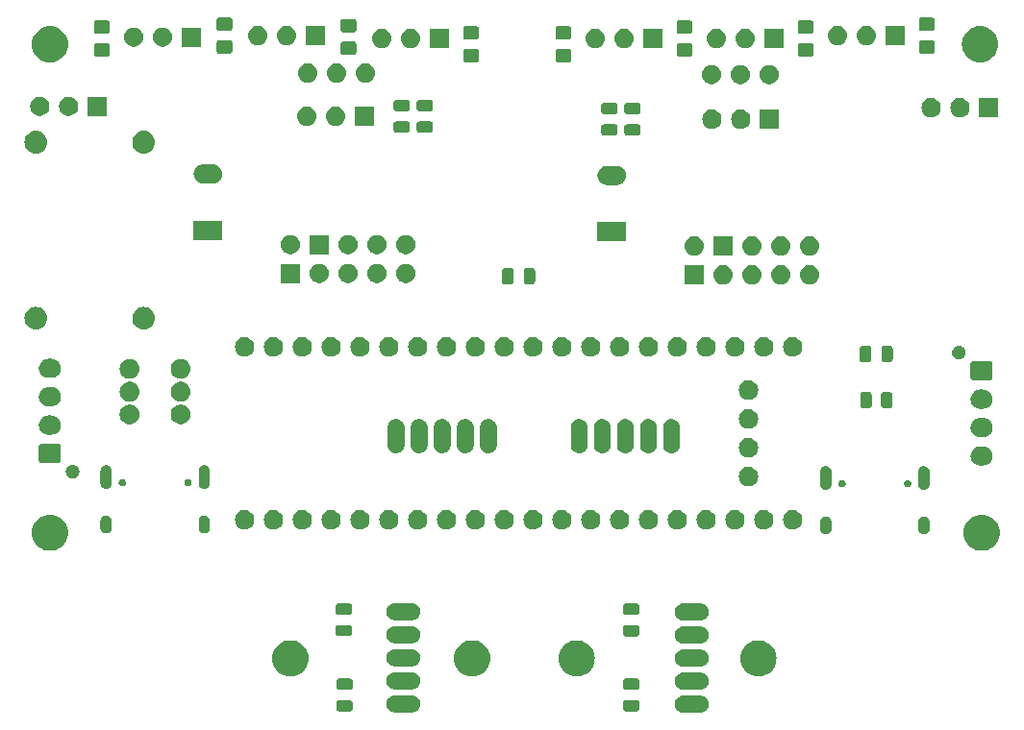
<source format=gbr>
%TF.GenerationSoftware,KiCad,Pcbnew,7.0.7*%
%TF.CreationDate,2023-09-01T18:27:54+02:00*%
%TF.ProjectId,UltiBot,556c7469-426f-4742-9e6b-696361645f70,rev?*%
%TF.SameCoordinates,PX60e4b00PY697e1a8*%
%TF.FileFunction,Soldermask,Bot*%
%TF.FilePolarity,Negative*%
%FSLAX46Y46*%
G04 Gerber Fmt 4.6, Leading zero omitted, Abs format (unit mm)*
G04 Created by KiCad (PCBNEW 7.0.7) date 2023-09-01 18:27:54*
%MOMM*%
%LPD*%
G01*
G04 APERTURE LIST*
G04 APERTURE END LIST*
G36*
X59935807Y2391218D02*
G01*
X59974815Y2386822D01*
X60017766Y2371793D01*
X60065128Y2360568D01*
X60100240Y2342934D01*
X60134337Y2331003D01*
X60175512Y2305131D01*
X60221805Y2281882D01*
X60249504Y2258639D01*
X60277442Y2241085D01*
X60314039Y2204488D01*
X60356111Y2169185D01*
X60375832Y2142695D01*
X60396951Y2121576D01*
X60426146Y2075112D01*
X60460808Y2028553D01*
X60472649Y2001102D01*
X60486869Y1978471D01*
X60506019Y1923741D01*
X60530251Y1867567D01*
X60534898Y1841212D01*
X60542688Y1818949D01*
X60549529Y1758229D01*
X60560695Y1694906D01*
X60559321Y1671327D01*
X60561612Y1651000D01*
X60554420Y1587179D01*
X60550501Y1519877D01*
X60544626Y1500255D01*
X60542688Y1483052D01*
X60520447Y1419493D01*
X60500217Y1351918D01*
X60491548Y1336905D01*
X60486869Y1323530D01*
X60449386Y1263876D01*
X60412555Y1200082D01*
X60402816Y1189760D01*
X60396951Y1180425D01*
X60344940Y1128415D01*
X60292240Y1072555D01*
X60283011Y1066486D01*
X60277442Y1060916D01*
X60212535Y1020133D01*
X60145758Y976213D01*
X60138339Y973513D01*
X60134337Y970998D01*
X60059067Y944660D01*
X59981006Y916248D01*
X59976297Y915698D01*
X59974815Y915179D01*
X59892659Y905922D01*
X59850551Y901000D01*
X59848980Y901000D01*
X58264754Y901000D01*
X58219205Y901000D01*
X58177921Y910785D01*
X58138918Y915179D01*
X58095973Y930206D01*
X58048606Y941432D01*
X58013489Y959069D01*
X57979396Y970998D01*
X57938224Y996868D01*
X57891929Y1020118D01*
X57864227Y1043363D01*
X57836291Y1060916D01*
X57799694Y1097513D01*
X57757623Y1132815D01*
X57737901Y1159306D01*
X57716782Y1180425D01*
X57687585Y1226892D01*
X57652926Y1273447D01*
X57641085Y1300897D01*
X57626864Y1323530D01*
X57607710Y1378268D01*
X57583483Y1434433D01*
X57578836Y1460785D01*
X57571045Y1483052D01*
X57564201Y1543786D01*
X57553039Y1607094D01*
X57554411Y1630668D01*
X57552121Y1651000D01*
X57559314Y1714841D01*
X57563233Y1782123D01*
X57569105Y1801740D01*
X57571045Y1818949D01*
X57593294Y1882535D01*
X57613517Y1950082D01*
X57622181Y1965090D01*
X57626864Y1978471D01*
X57664366Y2038157D01*
X57701179Y2101918D01*
X57710913Y2112236D01*
X57716782Y2121576D01*
X57768826Y2173621D01*
X57821494Y2229445D01*
X57830717Y2235512D01*
X57836291Y2241085D01*
X57901253Y2281904D01*
X57967976Y2325787D01*
X57975388Y2328485D01*
X57979396Y2331003D01*
X58054762Y2357375D01*
X58132728Y2385752D01*
X58137431Y2386302D01*
X58138918Y2386822D01*
X58221166Y2396089D01*
X58263183Y2401000D01*
X59894529Y2401000D01*
X59935807Y2391218D01*
G37*
G36*
X34535807Y2419025D02*
G01*
X34574815Y2414629D01*
X34617766Y2399600D01*
X34665128Y2388375D01*
X34700240Y2370741D01*
X34734337Y2358810D01*
X34775512Y2332938D01*
X34821805Y2309689D01*
X34849504Y2286446D01*
X34877442Y2268892D01*
X34914039Y2232295D01*
X34956111Y2196992D01*
X34975832Y2170502D01*
X34996951Y2149383D01*
X35026146Y2102919D01*
X35060808Y2056360D01*
X35072649Y2028909D01*
X35086869Y2006278D01*
X35106019Y1951548D01*
X35130251Y1895374D01*
X35134898Y1869019D01*
X35142688Y1846756D01*
X35149529Y1786036D01*
X35160695Y1722713D01*
X35159321Y1699134D01*
X35161612Y1678807D01*
X35154420Y1614986D01*
X35150501Y1547684D01*
X35144626Y1528062D01*
X35142688Y1510859D01*
X35120447Y1447300D01*
X35100217Y1379725D01*
X35091548Y1364712D01*
X35086869Y1351337D01*
X35049386Y1291683D01*
X35012555Y1227889D01*
X35002816Y1217567D01*
X34996951Y1208232D01*
X34944940Y1156222D01*
X34892240Y1100362D01*
X34883011Y1094293D01*
X34877442Y1088723D01*
X34812535Y1047940D01*
X34745758Y1004020D01*
X34738339Y1001320D01*
X34734337Y998805D01*
X34659067Y972467D01*
X34581006Y944055D01*
X34576297Y943505D01*
X34574815Y942986D01*
X34492659Y933729D01*
X34450551Y928807D01*
X34448980Y928807D01*
X32864754Y928807D01*
X32819205Y928807D01*
X32777921Y938592D01*
X32738918Y942986D01*
X32695973Y958013D01*
X32648606Y969239D01*
X32613489Y986876D01*
X32579396Y998805D01*
X32538224Y1024675D01*
X32491929Y1047925D01*
X32464227Y1071170D01*
X32436291Y1088723D01*
X32399694Y1125320D01*
X32357623Y1160622D01*
X32337901Y1187113D01*
X32316782Y1208232D01*
X32287585Y1254699D01*
X32252926Y1301254D01*
X32241085Y1328704D01*
X32226864Y1351337D01*
X32207710Y1406075D01*
X32183483Y1462240D01*
X32178836Y1488592D01*
X32171045Y1510859D01*
X32164201Y1571593D01*
X32153039Y1634901D01*
X32154411Y1658475D01*
X32152121Y1678807D01*
X32159314Y1742648D01*
X32163233Y1809930D01*
X32169105Y1829547D01*
X32171045Y1846756D01*
X32193294Y1910342D01*
X32213517Y1977889D01*
X32222181Y1992897D01*
X32226864Y2006278D01*
X32264366Y2065964D01*
X32301179Y2129725D01*
X32310913Y2140043D01*
X32316782Y2149383D01*
X32368826Y2201428D01*
X32421494Y2257252D01*
X32430717Y2263319D01*
X32436291Y2268892D01*
X32501253Y2309711D01*
X32567976Y2353594D01*
X32575388Y2356292D01*
X32579396Y2358810D01*
X32654762Y2385182D01*
X32732728Y2413559D01*
X32737431Y2414109D01*
X32738918Y2414629D01*
X32821166Y2423896D01*
X32863183Y2428807D01*
X34494529Y2428807D01*
X34535807Y2419025D01*
G37*
G36*
X28955117Y2006643D02*
G01*
X29005307Y2000820D01*
X29022456Y1993248D01*
X29045938Y1988577D01*
X29071077Y1971780D01*
X29090963Y1962999D01*
X29104544Y1949418D01*
X29127044Y1934384D01*
X29142077Y1911885D01*
X29155658Y1898304D01*
X29164437Y1878421D01*
X29181237Y1853278D01*
X29185908Y1829795D01*
X29193479Y1812648D01*
X29199300Y1762468D01*
X29200267Y1757607D01*
X29200267Y1257607D01*
X29199299Y1252744D01*
X29193479Y1202567D01*
X29185908Y1185422D01*
X29181237Y1161936D01*
X29164436Y1136792D01*
X29155658Y1116911D01*
X29142079Y1103333D01*
X29127044Y1080830D01*
X29104541Y1065795D01*
X29090963Y1052216D01*
X29071082Y1043438D01*
X29045938Y1026637D01*
X29022452Y1021966D01*
X29005307Y1014395D01*
X28955128Y1008575D01*
X28950267Y1007607D01*
X28000267Y1007607D01*
X27995405Y1008575D01*
X27945226Y1014395D01*
X27928079Y1021966D01*
X27904596Y1026637D01*
X27879453Y1043437D01*
X27859570Y1052216D01*
X27845989Y1065797D01*
X27823490Y1080830D01*
X27808456Y1103330D01*
X27794875Y1116911D01*
X27786094Y1136797D01*
X27769297Y1161936D01*
X27764626Y1185418D01*
X27757054Y1202567D01*
X27751231Y1252758D01*
X27750267Y1257607D01*
X27750267Y1757607D01*
X27751231Y1762457D01*
X27757054Y1812648D01*
X27764626Y1829799D01*
X27769297Y1853278D01*
X27786093Y1878416D01*
X27794875Y1898304D01*
X27808458Y1911888D01*
X27823490Y1934384D01*
X27845986Y1949416D01*
X27859570Y1962999D01*
X27879458Y1971781D01*
X27904596Y1988577D01*
X27928075Y1993248D01*
X27945226Y2000820D01*
X27995418Y2006643D01*
X28000267Y2007607D01*
X28950267Y2007607D01*
X28955117Y2006643D01*
G37*
G36*
X54202717Y2016843D02*
G01*
X54252907Y2011020D01*
X54270056Y2003448D01*
X54293538Y1998777D01*
X54318677Y1981980D01*
X54338563Y1973199D01*
X54352144Y1959618D01*
X54374644Y1944584D01*
X54389677Y1922085D01*
X54403258Y1908504D01*
X54412037Y1888621D01*
X54428837Y1863478D01*
X54433508Y1839995D01*
X54441079Y1822848D01*
X54446900Y1772668D01*
X54447867Y1767807D01*
X54447867Y1267807D01*
X54446899Y1262944D01*
X54441079Y1212767D01*
X54433508Y1195622D01*
X54428837Y1172136D01*
X54412036Y1146992D01*
X54403258Y1127111D01*
X54389679Y1113533D01*
X54374644Y1091030D01*
X54352141Y1075995D01*
X54338563Y1062416D01*
X54318682Y1053638D01*
X54293538Y1036837D01*
X54270052Y1032166D01*
X54252907Y1024595D01*
X54202728Y1018775D01*
X54197867Y1017807D01*
X53247867Y1017807D01*
X53243005Y1018775D01*
X53192826Y1024595D01*
X53175679Y1032166D01*
X53152196Y1036837D01*
X53127053Y1053637D01*
X53107170Y1062416D01*
X53093589Y1075997D01*
X53071090Y1091030D01*
X53056056Y1113530D01*
X53042475Y1127111D01*
X53033694Y1146997D01*
X53016897Y1172136D01*
X53012226Y1195618D01*
X53004654Y1212767D01*
X52998831Y1262958D01*
X52997867Y1267807D01*
X52997867Y1767807D01*
X52998831Y1772657D01*
X53004654Y1822848D01*
X53012226Y1839999D01*
X53016897Y1863478D01*
X53033693Y1888616D01*
X53042475Y1908504D01*
X53056058Y1922088D01*
X53071090Y1944584D01*
X53093586Y1959616D01*
X53107170Y1973199D01*
X53127058Y1981981D01*
X53152196Y1998777D01*
X53175675Y2003448D01*
X53192826Y2011020D01*
X53243018Y2016843D01*
X53247867Y2017807D01*
X54197867Y2017807D01*
X54202717Y2016843D01*
G37*
G36*
X28955117Y3906643D02*
G01*
X29005307Y3900820D01*
X29022456Y3893248D01*
X29045938Y3888577D01*
X29071077Y3871780D01*
X29090963Y3862999D01*
X29104544Y3849418D01*
X29127044Y3834384D01*
X29142077Y3811885D01*
X29155658Y3798304D01*
X29164437Y3778421D01*
X29181237Y3753278D01*
X29185908Y3729795D01*
X29193479Y3712648D01*
X29199300Y3662468D01*
X29200267Y3657607D01*
X29200267Y3157607D01*
X29199299Y3152744D01*
X29193479Y3102567D01*
X29185908Y3085422D01*
X29181237Y3061936D01*
X29164436Y3036792D01*
X29155658Y3016911D01*
X29142079Y3003333D01*
X29127044Y2980830D01*
X29104541Y2965795D01*
X29090963Y2952216D01*
X29071082Y2943438D01*
X29045938Y2926637D01*
X29022452Y2921966D01*
X29005307Y2914395D01*
X28955128Y2908575D01*
X28950267Y2907607D01*
X28000267Y2907607D01*
X27995405Y2908575D01*
X27945226Y2914395D01*
X27928079Y2921966D01*
X27904596Y2926637D01*
X27879453Y2943437D01*
X27859570Y2952216D01*
X27845989Y2965797D01*
X27823490Y2980830D01*
X27808456Y3003330D01*
X27794875Y3016911D01*
X27786094Y3036797D01*
X27769297Y3061936D01*
X27764626Y3085418D01*
X27757054Y3102567D01*
X27751231Y3152758D01*
X27750267Y3157607D01*
X27750267Y3657607D01*
X27751231Y3662457D01*
X27757054Y3712648D01*
X27764626Y3729799D01*
X27769297Y3753278D01*
X27786093Y3778416D01*
X27794875Y3798304D01*
X27808458Y3811888D01*
X27823490Y3834384D01*
X27845986Y3849416D01*
X27859570Y3862999D01*
X27879458Y3871781D01*
X27904596Y3888577D01*
X27928075Y3893248D01*
X27945226Y3900820D01*
X27995418Y3906643D01*
X28000267Y3907607D01*
X28950267Y3907607D01*
X28955117Y3906643D01*
G37*
G36*
X54202717Y3916843D02*
G01*
X54252907Y3911020D01*
X54270056Y3903448D01*
X54293538Y3898777D01*
X54318677Y3881980D01*
X54338563Y3873199D01*
X54352144Y3859618D01*
X54374644Y3844584D01*
X54389677Y3822085D01*
X54403258Y3808504D01*
X54412037Y3788621D01*
X54428837Y3763478D01*
X54433508Y3739995D01*
X54441079Y3722848D01*
X54446900Y3672668D01*
X54447867Y3667807D01*
X54447867Y3167807D01*
X54446899Y3162944D01*
X54441079Y3112767D01*
X54433508Y3095622D01*
X54428837Y3072136D01*
X54412036Y3046992D01*
X54403258Y3027111D01*
X54389679Y3013533D01*
X54374644Y2991030D01*
X54352141Y2975995D01*
X54338563Y2962416D01*
X54318682Y2953638D01*
X54293538Y2936837D01*
X54270052Y2932166D01*
X54252907Y2924595D01*
X54202728Y2918775D01*
X54197867Y2917807D01*
X53247867Y2917807D01*
X53243005Y2918775D01*
X53192826Y2924595D01*
X53175679Y2932166D01*
X53152196Y2936837D01*
X53127053Y2953637D01*
X53107170Y2962416D01*
X53093589Y2975997D01*
X53071090Y2991030D01*
X53056056Y3013530D01*
X53042475Y3027111D01*
X53033694Y3046997D01*
X53016897Y3072136D01*
X53012226Y3095618D01*
X53004654Y3112767D01*
X52998831Y3162958D01*
X52997867Y3167807D01*
X52997867Y3667807D01*
X52998831Y3672657D01*
X53004654Y3722848D01*
X53012226Y3739999D01*
X53016897Y3763478D01*
X53033693Y3788616D01*
X53042475Y3808504D01*
X53056058Y3822088D01*
X53071090Y3844584D01*
X53093586Y3859616D01*
X53107170Y3873199D01*
X53127058Y3881981D01*
X53152196Y3898777D01*
X53175675Y3903448D01*
X53192826Y3911020D01*
X53243018Y3916843D01*
X53247867Y3917807D01*
X54197867Y3917807D01*
X54202717Y3916843D01*
G37*
G36*
X59935807Y4423218D02*
G01*
X59974815Y4418822D01*
X60017766Y4403793D01*
X60065128Y4392568D01*
X60100240Y4374934D01*
X60134337Y4363003D01*
X60175512Y4337131D01*
X60221805Y4313882D01*
X60249504Y4290639D01*
X60277442Y4273085D01*
X60314039Y4236488D01*
X60356111Y4201185D01*
X60375832Y4174695D01*
X60396951Y4153576D01*
X60426146Y4107112D01*
X60460808Y4060553D01*
X60472649Y4033102D01*
X60486869Y4010471D01*
X60506019Y3955741D01*
X60530251Y3899567D01*
X60534898Y3873212D01*
X60542688Y3850949D01*
X60549529Y3790229D01*
X60560695Y3726906D01*
X60559321Y3703327D01*
X60561612Y3683001D01*
X60554420Y3619181D01*
X60550501Y3551877D01*
X60544626Y3532255D01*
X60542688Y3515052D01*
X60520447Y3451493D01*
X60500217Y3383918D01*
X60491548Y3368905D01*
X60486869Y3355530D01*
X60449386Y3295876D01*
X60412555Y3232082D01*
X60402816Y3221760D01*
X60396951Y3212425D01*
X60344940Y3160415D01*
X60292240Y3104555D01*
X60283011Y3098486D01*
X60277442Y3092916D01*
X60212535Y3052133D01*
X60145758Y3008213D01*
X60138339Y3005513D01*
X60134337Y3002998D01*
X60059067Y2976660D01*
X59981006Y2948248D01*
X59976297Y2947698D01*
X59974815Y2947179D01*
X59892659Y2937922D01*
X59850551Y2933000D01*
X59848980Y2933000D01*
X58264754Y2933000D01*
X58219205Y2933000D01*
X58177921Y2942785D01*
X58138918Y2947179D01*
X58095973Y2962206D01*
X58048606Y2973432D01*
X58013489Y2991069D01*
X57979396Y3002998D01*
X57938224Y3028868D01*
X57891929Y3052118D01*
X57864227Y3075363D01*
X57836291Y3092916D01*
X57799694Y3129513D01*
X57757623Y3164815D01*
X57737901Y3191306D01*
X57716782Y3212425D01*
X57687585Y3258892D01*
X57652926Y3305447D01*
X57641085Y3332897D01*
X57626864Y3355530D01*
X57607710Y3410268D01*
X57583483Y3466433D01*
X57578836Y3492785D01*
X57571045Y3515052D01*
X57564201Y3575786D01*
X57553039Y3639094D01*
X57554412Y3662669D01*
X57552121Y3683001D01*
X57559314Y3746842D01*
X57563233Y3814123D01*
X57569105Y3833740D01*
X57571045Y3850949D01*
X57593294Y3914535D01*
X57613517Y3982082D01*
X57622181Y3997090D01*
X57626864Y4010471D01*
X57664366Y4070157D01*
X57701179Y4133918D01*
X57710913Y4144236D01*
X57716782Y4153576D01*
X57768826Y4205621D01*
X57821494Y4261445D01*
X57830717Y4267512D01*
X57836291Y4273085D01*
X57901253Y4313904D01*
X57967976Y4357787D01*
X57975388Y4360485D01*
X57979396Y4363003D01*
X58054762Y4389375D01*
X58132728Y4417752D01*
X58137431Y4418302D01*
X58138918Y4418822D01*
X58221166Y4428089D01*
X58263183Y4433000D01*
X59894529Y4433000D01*
X59935807Y4423218D01*
G37*
G36*
X34535807Y4451025D02*
G01*
X34574815Y4446629D01*
X34617766Y4431600D01*
X34665128Y4420375D01*
X34700240Y4402741D01*
X34734337Y4390810D01*
X34775512Y4364938D01*
X34821805Y4341689D01*
X34849504Y4318446D01*
X34877442Y4300892D01*
X34914039Y4264295D01*
X34956111Y4228992D01*
X34975832Y4202502D01*
X34996951Y4181383D01*
X35026146Y4134919D01*
X35060808Y4088360D01*
X35072649Y4060909D01*
X35086869Y4038278D01*
X35106019Y3983548D01*
X35130251Y3927374D01*
X35134898Y3901019D01*
X35142688Y3878756D01*
X35149529Y3818036D01*
X35160695Y3754713D01*
X35159321Y3731134D01*
X35161612Y3710807D01*
X35154420Y3646986D01*
X35150501Y3579684D01*
X35144626Y3560062D01*
X35142688Y3542859D01*
X35120447Y3479300D01*
X35100217Y3411725D01*
X35091548Y3396712D01*
X35086869Y3383337D01*
X35049386Y3323683D01*
X35012555Y3259889D01*
X35002816Y3249567D01*
X34996951Y3240232D01*
X34944940Y3188222D01*
X34892240Y3132362D01*
X34883011Y3126293D01*
X34877442Y3120723D01*
X34812535Y3079940D01*
X34745758Y3036020D01*
X34738339Y3033320D01*
X34734337Y3030805D01*
X34659067Y3004467D01*
X34581006Y2976055D01*
X34576297Y2975505D01*
X34574815Y2974986D01*
X34492659Y2965729D01*
X34450551Y2960807D01*
X34448980Y2960807D01*
X32864754Y2960807D01*
X32819205Y2960807D01*
X32777921Y2970592D01*
X32738918Y2974986D01*
X32695973Y2990013D01*
X32648606Y3001239D01*
X32613489Y3018876D01*
X32579396Y3030805D01*
X32538224Y3056675D01*
X32491929Y3079925D01*
X32464227Y3103170D01*
X32436291Y3120723D01*
X32399694Y3157320D01*
X32357623Y3192622D01*
X32337901Y3219113D01*
X32316782Y3240232D01*
X32287585Y3286699D01*
X32252926Y3333254D01*
X32241085Y3360704D01*
X32226864Y3383337D01*
X32207710Y3438075D01*
X32183483Y3494240D01*
X32178836Y3520592D01*
X32171045Y3542859D01*
X32164201Y3603593D01*
X32153039Y3666901D01*
X32154412Y3690476D01*
X32152121Y3710808D01*
X32159314Y3774649D01*
X32163233Y3841930D01*
X32169105Y3861547D01*
X32171045Y3878756D01*
X32193294Y3942342D01*
X32213517Y4009889D01*
X32222181Y4024897D01*
X32226864Y4038278D01*
X32264366Y4097964D01*
X32301179Y4161725D01*
X32310913Y4172043D01*
X32316782Y4181383D01*
X32368826Y4233428D01*
X32421494Y4289252D01*
X32430717Y4295319D01*
X32436291Y4300892D01*
X32501253Y4341711D01*
X32567976Y4385594D01*
X32575388Y4388292D01*
X32579396Y4390810D01*
X32654762Y4417182D01*
X32732728Y4445559D01*
X32737431Y4446109D01*
X32738918Y4446629D01*
X32821166Y4455896D01*
X32863183Y4460807D01*
X34494529Y4460807D01*
X34535807Y4451025D01*
G37*
G36*
X49182338Y7258792D02*
G01*
X49426470Y7200181D01*
X49658428Y7104101D01*
X49872499Y6972918D01*
X50063414Y6809862D01*
X50226470Y6618947D01*
X50357653Y6404876D01*
X50453733Y6172918D01*
X50512344Y5928786D01*
X50532043Y5678491D01*
X50512344Y5428196D01*
X50453733Y5184064D01*
X50357653Y4952106D01*
X50226470Y4738035D01*
X50063414Y4547120D01*
X49872499Y4384064D01*
X49658428Y4252881D01*
X49426470Y4156801D01*
X49182338Y4098190D01*
X48932043Y4078491D01*
X48681748Y4098190D01*
X48437616Y4156801D01*
X48205658Y4252881D01*
X47991587Y4384064D01*
X47800672Y4547120D01*
X47637616Y4738035D01*
X47506433Y4952106D01*
X47410353Y5184064D01*
X47351742Y5428196D01*
X47332043Y5678491D01*
X47351742Y5928786D01*
X47410353Y6172918D01*
X47506433Y6404876D01*
X47637616Y6618947D01*
X47800672Y6809862D01*
X47991587Y6972918D01*
X48205658Y7104101D01*
X48437616Y7200181D01*
X48681748Y7258792D01*
X48932043Y7278491D01*
X49182338Y7258792D01*
G37*
G36*
X65184338Y7258792D02*
G01*
X65428470Y7200181D01*
X65660428Y7104101D01*
X65874499Y6972918D01*
X66065414Y6809862D01*
X66228470Y6618947D01*
X66359653Y6404876D01*
X66455733Y6172918D01*
X66514344Y5928786D01*
X66534043Y5678491D01*
X66514344Y5428196D01*
X66455733Y5184064D01*
X66359653Y4952106D01*
X66228470Y4738035D01*
X66065414Y4547120D01*
X65874499Y4384064D01*
X65660428Y4252881D01*
X65428470Y4156801D01*
X65184338Y4098190D01*
X64934043Y4078491D01*
X64683748Y4098190D01*
X64439616Y4156801D01*
X64207658Y4252881D01*
X63993587Y4384064D01*
X63802672Y4547120D01*
X63639616Y4738035D01*
X63508433Y4952106D01*
X63412353Y5184064D01*
X63353742Y5428196D01*
X63334043Y5678491D01*
X63353742Y5928786D01*
X63412353Y6172918D01*
X63508433Y6404876D01*
X63639616Y6618947D01*
X63802672Y6809862D01*
X63993587Y6972918D01*
X64207658Y7104101D01*
X64439616Y7200181D01*
X64683748Y7258792D01*
X64934043Y7278491D01*
X65184338Y7258792D01*
G37*
G36*
X23970562Y7265008D02*
G01*
X24214694Y7206397D01*
X24446652Y7110317D01*
X24660723Y6979134D01*
X24851638Y6816078D01*
X25014694Y6625163D01*
X25145877Y6411092D01*
X25241957Y6179134D01*
X25300568Y5935002D01*
X25320267Y5684707D01*
X25300568Y5434412D01*
X25241957Y5190280D01*
X25145877Y4958322D01*
X25014694Y4744251D01*
X24851638Y4553336D01*
X24660723Y4390280D01*
X24446652Y4259097D01*
X24214694Y4163017D01*
X23970562Y4104406D01*
X23720267Y4084707D01*
X23469972Y4104406D01*
X23225840Y4163017D01*
X22993882Y4259097D01*
X22779811Y4390280D01*
X22588896Y4553336D01*
X22425840Y4744251D01*
X22294657Y4958322D01*
X22198577Y5190280D01*
X22139966Y5434412D01*
X22120267Y5684707D01*
X22139966Y5935002D01*
X22198577Y6179134D01*
X22294657Y6411092D01*
X22425840Y6625163D01*
X22588896Y6816078D01*
X22779811Y6979134D01*
X22993882Y7110317D01*
X23225840Y7206397D01*
X23469972Y7265008D01*
X23720267Y7284707D01*
X23970562Y7265008D01*
G37*
G36*
X39972562Y7265008D02*
G01*
X40216694Y7206397D01*
X40448652Y7110317D01*
X40662723Y6979134D01*
X40853638Y6816078D01*
X41016694Y6625163D01*
X41147877Y6411092D01*
X41243957Y6179134D01*
X41302568Y5935002D01*
X41322267Y5684707D01*
X41302568Y5434412D01*
X41243957Y5190280D01*
X41147877Y4958322D01*
X41016694Y4744251D01*
X40853638Y4553336D01*
X40662723Y4390280D01*
X40448652Y4259097D01*
X40216694Y4163017D01*
X39972562Y4104406D01*
X39722267Y4084707D01*
X39471972Y4104406D01*
X39227840Y4163017D01*
X38995882Y4259097D01*
X38781811Y4390280D01*
X38590896Y4553336D01*
X38427840Y4744251D01*
X38296657Y4958322D01*
X38200577Y5190280D01*
X38141966Y5434412D01*
X38122267Y5684707D01*
X38141966Y5935002D01*
X38200577Y6179134D01*
X38296657Y6411092D01*
X38427840Y6625163D01*
X38590896Y6816078D01*
X38781811Y6979134D01*
X38995882Y7110317D01*
X39227840Y7206397D01*
X39471972Y7265008D01*
X39722267Y7284707D01*
X39972562Y7265008D01*
G37*
G36*
X59935807Y6455218D02*
G01*
X59974815Y6450822D01*
X60017766Y6435793D01*
X60065128Y6424568D01*
X60100240Y6406934D01*
X60134337Y6395003D01*
X60175512Y6369131D01*
X60221805Y6345882D01*
X60249504Y6322639D01*
X60277442Y6305085D01*
X60314039Y6268488D01*
X60356111Y6233185D01*
X60375832Y6206695D01*
X60396951Y6185576D01*
X60426146Y6139112D01*
X60460808Y6092553D01*
X60472649Y6065102D01*
X60486869Y6042471D01*
X60506019Y5987741D01*
X60530251Y5931567D01*
X60534898Y5905212D01*
X60542688Y5882949D01*
X60549529Y5822229D01*
X60560695Y5758906D01*
X60559321Y5735327D01*
X60561612Y5715001D01*
X60554420Y5651181D01*
X60550501Y5583877D01*
X60544626Y5564255D01*
X60542688Y5547052D01*
X60520447Y5483493D01*
X60500217Y5415918D01*
X60491548Y5400905D01*
X60486869Y5387530D01*
X60449386Y5327876D01*
X60412555Y5264082D01*
X60402816Y5253760D01*
X60396951Y5244425D01*
X60344940Y5192415D01*
X60292240Y5136555D01*
X60283011Y5130486D01*
X60277442Y5124916D01*
X60212535Y5084133D01*
X60145758Y5040213D01*
X60138339Y5037513D01*
X60134337Y5034998D01*
X60059067Y5008660D01*
X59981006Y4980248D01*
X59976297Y4979698D01*
X59974815Y4979179D01*
X59892659Y4969922D01*
X59850551Y4965000D01*
X59848980Y4965000D01*
X58264754Y4965000D01*
X58219205Y4965000D01*
X58177921Y4974785D01*
X58138918Y4979179D01*
X58095973Y4994206D01*
X58048606Y5005432D01*
X58013489Y5023069D01*
X57979396Y5034998D01*
X57938224Y5060868D01*
X57891929Y5084118D01*
X57864227Y5107363D01*
X57836291Y5124916D01*
X57799694Y5161513D01*
X57757623Y5196815D01*
X57737901Y5223306D01*
X57716782Y5244425D01*
X57687585Y5290892D01*
X57652926Y5337447D01*
X57641085Y5364897D01*
X57626864Y5387530D01*
X57607710Y5442268D01*
X57583483Y5498433D01*
X57578836Y5524785D01*
X57571045Y5547052D01*
X57564201Y5607786D01*
X57553039Y5671094D01*
X57554412Y5694669D01*
X57552121Y5715001D01*
X57559314Y5778842D01*
X57563233Y5846123D01*
X57569105Y5865740D01*
X57571045Y5882949D01*
X57593294Y5946535D01*
X57613517Y6014082D01*
X57622181Y6029090D01*
X57626864Y6042471D01*
X57664366Y6102157D01*
X57701179Y6165918D01*
X57710913Y6176236D01*
X57716782Y6185576D01*
X57768826Y6237621D01*
X57821494Y6293445D01*
X57830717Y6299512D01*
X57836291Y6305085D01*
X57901253Y6345904D01*
X57967976Y6389787D01*
X57975388Y6392485D01*
X57979396Y6395003D01*
X58054762Y6421375D01*
X58132728Y6449752D01*
X58137431Y6450302D01*
X58138918Y6450822D01*
X58221166Y6460089D01*
X58263183Y6465000D01*
X59894529Y6465000D01*
X59935807Y6455218D01*
G37*
G36*
X34535807Y6483025D02*
G01*
X34574815Y6478629D01*
X34617766Y6463600D01*
X34665128Y6452375D01*
X34700240Y6434741D01*
X34734337Y6422810D01*
X34775512Y6396938D01*
X34821805Y6373689D01*
X34849504Y6350446D01*
X34877442Y6332892D01*
X34914039Y6296295D01*
X34956111Y6260992D01*
X34975832Y6234502D01*
X34996951Y6213383D01*
X35026146Y6166919D01*
X35060808Y6120360D01*
X35072649Y6092909D01*
X35086869Y6070278D01*
X35106019Y6015548D01*
X35130251Y5959374D01*
X35134898Y5933019D01*
X35142688Y5910756D01*
X35149529Y5850036D01*
X35160695Y5786713D01*
X35159321Y5763134D01*
X35161612Y5742808D01*
X35154420Y5678988D01*
X35150501Y5611684D01*
X35144626Y5592062D01*
X35142688Y5574859D01*
X35120447Y5511300D01*
X35100217Y5443725D01*
X35091548Y5428712D01*
X35086869Y5415337D01*
X35049386Y5355683D01*
X35012555Y5291889D01*
X35002816Y5281567D01*
X34996951Y5272232D01*
X34944940Y5220222D01*
X34892240Y5164362D01*
X34883011Y5158293D01*
X34877442Y5152723D01*
X34812535Y5111940D01*
X34745758Y5068020D01*
X34738339Y5065320D01*
X34734337Y5062805D01*
X34659067Y5036467D01*
X34581006Y5008055D01*
X34576297Y5007505D01*
X34574815Y5006986D01*
X34492659Y4997729D01*
X34450551Y4992807D01*
X34448980Y4992807D01*
X32864754Y4992807D01*
X32819205Y4992807D01*
X32777921Y5002592D01*
X32738918Y5006986D01*
X32695973Y5022013D01*
X32648606Y5033239D01*
X32613489Y5050876D01*
X32579396Y5062805D01*
X32538224Y5088675D01*
X32491929Y5111925D01*
X32464227Y5135170D01*
X32436291Y5152723D01*
X32399694Y5189320D01*
X32357623Y5224622D01*
X32337901Y5251113D01*
X32316782Y5272232D01*
X32287585Y5318699D01*
X32252926Y5365254D01*
X32241085Y5392704D01*
X32226864Y5415337D01*
X32207710Y5470075D01*
X32183483Y5526240D01*
X32178836Y5552592D01*
X32171045Y5574859D01*
X32164201Y5635593D01*
X32153039Y5698901D01*
X32154411Y5722475D01*
X32152121Y5742807D01*
X32159314Y5806648D01*
X32163233Y5873930D01*
X32169105Y5893547D01*
X32171045Y5910756D01*
X32193294Y5974342D01*
X32213517Y6041889D01*
X32222181Y6056897D01*
X32226864Y6070278D01*
X32264366Y6129964D01*
X32301179Y6193725D01*
X32310913Y6204043D01*
X32316782Y6213383D01*
X32368826Y6265428D01*
X32421494Y6321252D01*
X32430717Y6327319D01*
X32436291Y6332892D01*
X32501253Y6373711D01*
X32567976Y6417594D01*
X32575388Y6420292D01*
X32579396Y6422810D01*
X32654762Y6449182D01*
X32732728Y6477559D01*
X32737431Y6478109D01*
X32738918Y6478629D01*
X32821166Y6487896D01*
X32863183Y6492807D01*
X34494529Y6492807D01*
X34535807Y6483025D01*
G37*
G36*
X59935807Y8487218D02*
G01*
X59974815Y8482822D01*
X60017766Y8467793D01*
X60065128Y8456568D01*
X60100240Y8438934D01*
X60134337Y8427003D01*
X60175512Y8401131D01*
X60221805Y8377882D01*
X60249504Y8354639D01*
X60277442Y8337085D01*
X60314039Y8300488D01*
X60356111Y8265185D01*
X60375832Y8238695D01*
X60396951Y8217576D01*
X60426146Y8171112D01*
X60460808Y8124553D01*
X60472649Y8097102D01*
X60486869Y8074471D01*
X60506019Y8019741D01*
X60530251Y7963567D01*
X60534898Y7937212D01*
X60542688Y7914949D01*
X60549529Y7854229D01*
X60560695Y7790906D01*
X60559321Y7767327D01*
X60561612Y7747001D01*
X60554420Y7683181D01*
X60550501Y7615877D01*
X60544626Y7596255D01*
X60542688Y7579052D01*
X60520447Y7515493D01*
X60500217Y7447918D01*
X60491548Y7432905D01*
X60486869Y7419530D01*
X60449386Y7359876D01*
X60412555Y7296082D01*
X60402816Y7285760D01*
X60396951Y7276425D01*
X60344940Y7224415D01*
X60292240Y7168555D01*
X60283011Y7162486D01*
X60277442Y7156916D01*
X60212535Y7116133D01*
X60145758Y7072213D01*
X60138339Y7069513D01*
X60134337Y7066998D01*
X60059067Y7040660D01*
X59981006Y7012248D01*
X59976297Y7011698D01*
X59974815Y7011179D01*
X59892659Y7001922D01*
X59850551Y6997000D01*
X59848980Y6997000D01*
X58264754Y6997000D01*
X58219205Y6997000D01*
X58177921Y7006785D01*
X58138918Y7011179D01*
X58095973Y7026206D01*
X58048606Y7037432D01*
X58013489Y7055069D01*
X57979396Y7066998D01*
X57938224Y7092868D01*
X57891929Y7116118D01*
X57864227Y7139363D01*
X57836291Y7156916D01*
X57799694Y7193513D01*
X57757623Y7228815D01*
X57737901Y7255306D01*
X57716782Y7276425D01*
X57687585Y7322892D01*
X57652926Y7369447D01*
X57641085Y7396897D01*
X57626864Y7419530D01*
X57607710Y7474268D01*
X57583483Y7530433D01*
X57578836Y7556785D01*
X57571045Y7579052D01*
X57564201Y7639786D01*
X57553039Y7703094D01*
X57554412Y7726669D01*
X57552121Y7747001D01*
X57559314Y7810842D01*
X57563233Y7878123D01*
X57569105Y7897740D01*
X57571045Y7914949D01*
X57593294Y7978535D01*
X57613517Y8046082D01*
X57622181Y8061090D01*
X57626864Y8074471D01*
X57664366Y8134157D01*
X57701179Y8197918D01*
X57710913Y8208236D01*
X57716782Y8217576D01*
X57768826Y8269621D01*
X57821494Y8325445D01*
X57830717Y8331512D01*
X57836291Y8337085D01*
X57901253Y8377904D01*
X57967976Y8421787D01*
X57975388Y8424485D01*
X57979396Y8427003D01*
X58054762Y8453375D01*
X58132728Y8481752D01*
X58137431Y8482302D01*
X58138918Y8482822D01*
X58221166Y8492089D01*
X58263183Y8497000D01*
X59894529Y8497000D01*
X59935807Y8487218D01*
G37*
G36*
X34535807Y8515025D02*
G01*
X34574815Y8510629D01*
X34617766Y8495600D01*
X34665128Y8484375D01*
X34700240Y8466741D01*
X34734337Y8454810D01*
X34775512Y8428938D01*
X34821805Y8405689D01*
X34849504Y8382446D01*
X34877442Y8364892D01*
X34914039Y8328295D01*
X34956111Y8292992D01*
X34975832Y8266502D01*
X34996951Y8245383D01*
X35026146Y8198919D01*
X35060808Y8152360D01*
X35072649Y8124909D01*
X35086869Y8102278D01*
X35106019Y8047548D01*
X35130251Y7991374D01*
X35134898Y7965019D01*
X35142688Y7942756D01*
X35149529Y7882036D01*
X35160695Y7818713D01*
X35159321Y7795134D01*
X35161612Y7774807D01*
X35154420Y7710986D01*
X35150501Y7643684D01*
X35144626Y7624062D01*
X35142688Y7606859D01*
X35120447Y7543300D01*
X35100217Y7475725D01*
X35091548Y7460712D01*
X35086869Y7447337D01*
X35049386Y7387683D01*
X35012555Y7323889D01*
X35002816Y7313567D01*
X34996951Y7304232D01*
X34944940Y7252222D01*
X34892240Y7196362D01*
X34883011Y7190293D01*
X34877442Y7184723D01*
X34812535Y7143940D01*
X34745758Y7100020D01*
X34738339Y7097320D01*
X34734337Y7094805D01*
X34659067Y7068467D01*
X34581006Y7040055D01*
X34576297Y7039505D01*
X34574815Y7038986D01*
X34492659Y7029729D01*
X34450551Y7024807D01*
X34448980Y7024807D01*
X32864754Y7024807D01*
X32819205Y7024807D01*
X32777921Y7034592D01*
X32738918Y7038986D01*
X32695973Y7054013D01*
X32648606Y7065239D01*
X32613489Y7082876D01*
X32579396Y7094805D01*
X32538224Y7120675D01*
X32491929Y7143925D01*
X32464227Y7167170D01*
X32436291Y7184723D01*
X32399694Y7221320D01*
X32357623Y7256622D01*
X32337901Y7283113D01*
X32316782Y7304232D01*
X32287585Y7350699D01*
X32252926Y7397254D01*
X32241085Y7424704D01*
X32226864Y7447337D01*
X32207710Y7502075D01*
X32183483Y7558240D01*
X32178836Y7584592D01*
X32171045Y7606859D01*
X32164201Y7667593D01*
X32153039Y7730901D01*
X32154411Y7754475D01*
X32152121Y7774807D01*
X32159314Y7838648D01*
X32163233Y7905930D01*
X32169105Y7925547D01*
X32171045Y7942756D01*
X32193294Y8006342D01*
X32213517Y8073889D01*
X32222181Y8088897D01*
X32226864Y8102278D01*
X32264366Y8161964D01*
X32301179Y8225725D01*
X32310913Y8236043D01*
X32316782Y8245383D01*
X32368826Y8297428D01*
X32421494Y8353252D01*
X32430717Y8359319D01*
X32436291Y8364892D01*
X32501253Y8405711D01*
X32567976Y8449594D01*
X32575388Y8452292D01*
X32579396Y8454810D01*
X32654762Y8481182D01*
X32732728Y8509559D01*
X32737431Y8510109D01*
X32738918Y8510629D01*
X32821166Y8519896D01*
X32863183Y8524807D01*
X34494529Y8524807D01*
X34535807Y8515025D01*
G37*
G36*
X54202717Y8620843D02*
G01*
X54252907Y8615020D01*
X54270056Y8607448D01*
X54293538Y8602777D01*
X54318677Y8585980D01*
X54338563Y8577199D01*
X54352144Y8563618D01*
X54374644Y8548584D01*
X54389677Y8526085D01*
X54403258Y8512504D01*
X54412037Y8492621D01*
X54428837Y8467478D01*
X54433508Y8443995D01*
X54441079Y8426848D01*
X54446900Y8376668D01*
X54447867Y8371807D01*
X54447867Y7871807D01*
X54446899Y7866944D01*
X54441079Y7816767D01*
X54433508Y7799622D01*
X54428837Y7776136D01*
X54412036Y7750992D01*
X54403258Y7731111D01*
X54389679Y7717533D01*
X54374644Y7695030D01*
X54352141Y7679995D01*
X54338563Y7666416D01*
X54318682Y7657638D01*
X54293538Y7640837D01*
X54270052Y7636166D01*
X54252907Y7628595D01*
X54202728Y7622775D01*
X54197867Y7621807D01*
X53247867Y7621807D01*
X53243005Y7622775D01*
X53192826Y7628595D01*
X53175679Y7636166D01*
X53152196Y7640837D01*
X53127053Y7657637D01*
X53107170Y7666416D01*
X53093589Y7679997D01*
X53071090Y7695030D01*
X53056056Y7717530D01*
X53042475Y7731111D01*
X53033694Y7750997D01*
X53016897Y7776136D01*
X53012226Y7799618D01*
X53004654Y7816767D01*
X52998831Y7866958D01*
X52997867Y7871807D01*
X52997867Y8371807D01*
X52998831Y8376657D01*
X53004654Y8426848D01*
X53012226Y8443999D01*
X53016897Y8467478D01*
X53033693Y8492616D01*
X53042475Y8512504D01*
X53056058Y8526088D01*
X53071090Y8548584D01*
X53093586Y8563616D01*
X53107170Y8577199D01*
X53127058Y8585981D01*
X53152196Y8602777D01*
X53175675Y8607448D01*
X53192826Y8615020D01*
X53243018Y8620843D01*
X53247867Y8621807D01*
X54197867Y8621807D01*
X54202717Y8620843D01*
G37*
G36*
X28904317Y8631043D02*
G01*
X28954507Y8625220D01*
X28971656Y8617648D01*
X28995138Y8612977D01*
X29020277Y8596180D01*
X29040163Y8587399D01*
X29053744Y8573818D01*
X29076244Y8558784D01*
X29091277Y8536285D01*
X29104858Y8522704D01*
X29113637Y8502821D01*
X29130437Y8477678D01*
X29135108Y8454195D01*
X29142679Y8437048D01*
X29148500Y8386868D01*
X29149467Y8382007D01*
X29149467Y7882007D01*
X29148499Y7877144D01*
X29142679Y7826967D01*
X29135108Y7809822D01*
X29130437Y7786336D01*
X29113636Y7761192D01*
X29104858Y7741311D01*
X29091279Y7727733D01*
X29076244Y7705230D01*
X29053741Y7690195D01*
X29040163Y7676616D01*
X29020282Y7667838D01*
X28995138Y7651037D01*
X28971652Y7646366D01*
X28954507Y7638795D01*
X28904328Y7632975D01*
X28899467Y7632007D01*
X27949467Y7632007D01*
X27944605Y7632975D01*
X27894426Y7638795D01*
X27877279Y7646366D01*
X27853796Y7651037D01*
X27828653Y7667837D01*
X27808770Y7676616D01*
X27795189Y7690197D01*
X27772690Y7705230D01*
X27757656Y7727730D01*
X27744075Y7741311D01*
X27735294Y7761197D01*
X27718497Y7786336D01*
X27713826Y7809818D01*
X27706254Y7826967D01*
X27700431Y7877158D01*
X27699467Y7882007D01*
X27699467Y8382007D01*
X27700431Y8386857D01*
X27706254Y8437048D01*
X27713826Y8454199D01*
X27718497Y8477678D01*
X27735293Y8502816D01*
X27744075Y8522704D01*
X27757658Y8536288D01*
X27772690Y8558784D01*
X27795186Y8573816D01*
X27808770Y8587399D01*
X27828658Y8596181D01*
X27853796Y8612977D01*
X27877275Y8617648D01*
X27894426Y8625220D01*
X27944618Y8631043D01*
X27949467Y8632007D01*
X28899467Y8632007D01*
X28904317Y8631043D01*
G37*
G36*
X59935807Y10519218D02*
G01*
X59974815Y10514822D01*
X60017766Y10499793D01*
X60065128Y10488568D01*
X60100240Y10470934D01*
X60134337Y10459003D01*
X60175512Y10433131D01*
X60221805Y10409882D01*
X60249504Y10386639D01*
X60277442Y10369085D01*
X60314039Y10332488D01*
X60356111Y10297185D01*
X60375832Y10270695D01*
X60396951Y10249576D01*
X60426146Y10203112D01*
X60460808Y10156553D01*
X60472649Y10129102D01*
X60486869Y10106471D01*
X60506019Y10051741D01*
X60530251Y9995567D01*
X60534898Y9969212D01*
X60542688Y9946949D01*
X60549529Y9886229D01*
X60560695Y9822906D01*
X60559321Y9799327D01*
X60561612Y9779000D01*
X60554420Y9715179D01*
X60550501Y9647877D01*
X60544626Y9628255D01*
X60542688Y9611052D01*
X60520447Y9547493D01*
X60500217Y9479918D01*
X60491548Y9464905D01*
X60486869Y9451530D01*
X60449386Y9391876D01*
X60412555Y9328082D01*
X60402816Y9317760D01*
X60396951Y9308425D01*
X60344940Y9256415D01*
X60292240Y9200555D01*
X60283011Y9194486D01*
X60277442Y9188916D01*
X60212535Y9148133D01*
X60145758Y9104213D01*
X60138339Y9101513D01*
X60134337Y9098998D01*
X60059067Y9072660D01*
X59981006Y9044248D01*
X59976297Y9043698D01*
X59974815Y9043179D01*
X59892659Y9033922D01*
X59850551Y9029000D01*
X59848980Y9029000D01*
X58264754Y9029000D01*
X58219205Y9029000D01*
X58177921Y9038785D01*
X58138918Y9043179D01*
X58095973Y9058206D01*
X58048606Y9069432D01*
X58013489Y9087069D01*
X57979396Y9098998D01*
X57938224Y9124868D01*
X57891929Y9148118D01*
X57864227Y9171363D01*
X57836291Y9188916D01*
X57799694Y9225513D01*
X57757623Y9260815D01*
X57737901Y9287306D01*
X57716782Y9308425D01*
X57687585Y9354892D01*
X57652926Y9401447D01*
X57641085Y9428897D01*
X57626864Y9451530D01*
X57607710Y9506268D01*
X57583483Y9562433D01*
X57578836Y9588785D01*
X57571045Y9611052D01*
X57564201Y9671786D01*
X57553039Y9735094D01*
X57554411Y9758668D01*
X57552121Y9779000D01*
X57559314Y9842841D01*
X57563233Y9910123D01*
X57569105Y9929740D01*
X57571045Y9946949D01*
X57593294Y10010535D01*
X57613517Y10078082D01*
X57622181Y10093090D01*
X57626864Y10106471D01*
X57664366Y10166157D01*
X57701179Y10229918D01*
X57710913Y10240236D01*
X57716782Y10249576D01*
X57768826Y10301621D01*
X57821494Y10357445D01*
X57830717Y10363512D01*
X57836291Y10369085D01*
X57901253Y10409904D01*
X57967976Y10453787D01*
X57975388Y10456485D01*
X57979396Y10459003D01*
X58054762Y10485375D01*
X58132728Y10513752D01*
X58137431Y10514302D01*
X58138918Y10514822D01*
X58221166Y10524089D01*
X58263183Y10529000D01*
X59894529Y10529000D01*
X59935807Y10519218D01*
G37*
G36*
X34535807Y10547025D02*
G01*
X34574815Y10542629D01*
X34617766Y10527600D01*
X34665128Y10516375D01*
X34700240Y10498741D01*
X34734337Y10486810D01*
X34775512Y10460938D01*
X34821805Y10437689D01*
X34849504Y10414446D01*
X34877442Y10396892D01*
X34914039Y10360295D01*
X34956111Y10324992D01*
X34975832Y10298502D01*
X34996951Y10277383D01*
X35026146Y10230919D01*
X35060808Y10184360D01*
X35072649Y10156909D01*
X35086869Y10134278D01*
X35106019Y10079548D01*
X35130251Y10023374D01*
X35134898Y9997019D01*
X35142688Y9974756D01*
X35149529Y9914036D01*
X35160695Y9850713D01*
X35159321Y9827134D01*
X35161612Y9806807D01*
X35154420Y9742986D01*
X35150501Y9675684D01*
X35144626Y9656062D01*
X35142688Y9638859D01*
X35120447Y9575300D01*
X35100217Y9507725D01*
X35091548Y9492712D01*
X35086869Y9479337D01*
X35049386Y9419683D01*
X35012555Y9355889D01*
X35002816Y9345567D01*
X34996951Y9336232D01*
X34944940Y9284222D01*
X34892240Y9228362D01*
X34883011Y9222293D01*
X34877442Y9216723D01*
X34812535Y9175940D01*
X34745758Y9132020D01*
X34738339Y9129320D01*
X34734337Y9126805D01*
X34659067Y9100467D01*
X34581006Y9072055D01*
X34576297Y9071505D01*
X34574815Y9070986D01*
X34492659Y9061729D01*
X34450551Y9056807D01*
X34448980Y9056807D01*
X32864754Y9056807D01*
X32819205Y9056807D01*
X32777921Y9066592D01*
X32738918Y9070986D01*
X32695973Y9086013D01*
X32648606Y9097239D01*
X32613489Y9114876D01*
X32579396Y9126805D01*
X32538224Y9152675D01*
X32491929Y9175925D01*
X32464227Y9199170D01*
X32436291Y9216723D01*
X32399694Y9253320D01*
X32357623Y9288622D01*
X32337901Y9315113D01*
X32316782Y9336232D01*
X32287585Y9382699D01*
X32252926Y9429254D01*
X32241085Y9456704D01*
X32226864Y9479337D01*
X32207710Y9534075D01*
X32183483Y9590240D01*
X32178836Y9616592D01*
X32171045Y9638859D01*
X32164201Y9699593D01*
X32153039Y9762901D01*
X32154411Y9786475D01*
X32152121Y9806807D01*
X32159314Y9870648D01*
X32163233Y9937930D01*
X32169105Y9957547D01*
X32171045Y9974756D01*
X32193294Y10038342D01*
X32213517Y10105889D01*
X32222181Y10120897D01*
X32226864Y10134278D01*
X32264366Y10193964D01*
X32301179Y10257725D01*
X32310913Y10268043D01*
X32316782Y10277383D01*
X32368826Y10329428D01*
X32421494Y10385252D01*
X32430717Y10391319D01*
X32436291Y10396892D01*
X32501253Y10437711D01*
X32567976Y10481594D01*
X32575388Y10484292D01*
X32579396Y10486810D01*
X32654762Y10513182D01*
X32732728Y10541559D01*
X32737431Y10542109D01*
X32738918Y10542629D01*
X32821166Y10551896D01*
X32863183Y10556807D01*
X34494529Y10556807D01*
X34535807Y10547025D01*
G37*
G36*
X54202717Y10520843D02*
G01*
X54252907Y10515020D01*
X54270056Y10507448D01*
X54293538Y10502777D01*
X54318677Y10485980D01*
X54338563Y10477199D01*
X54352144Y10463618D01*
X54374644Y10448584D01*
X54389677Y10426085D01*
X54403258Y10412504D01*
X54412037Y10392621D01*
X54428837Y10367478D01*
X54433508Y10343995D01*
X54441079Y10326848D01*
X54446900Y10276668D01*
X54447867Y10271807D01*
X54447867Y9771807D01*
X54446899Y9766944D01*
X54441079Y9716767D01*
X54433508Y9699622D01*
X54428837Y9676136D01*
X54412036Y9650992D01*
X54403258Y9631111D01*
X54389679Y9617533D01*
X54374644Y9595030D01*
X54352141Y9579995D01*
X54338563Y9566416D01*
X54318682Y9557638D01*
X54293538Y9540837D01*
X54270052Y9536166D01*
X54252907Y9528595D01*
X54202728Y9522775D01*
X54197867Y9521807D01*
X53247867Y9521807D01*
X53243005Y9522775D01*
X53192826Y9528595D01*
X53175679Y9536166D01*
X53152196Y9540837D01*
X53127053Y9557637D01*
X53107170Y9566416D01*
X53093589Y9579997D01*
X53071090Y9595030D01*
X53056056Y9617530D01*
X53042475Y9631111D01*
X53033694Y9650997D01*
X53016897Y9676136D01*
X53012226Y9699618D01*
X53004654Y9716767D01*
X52998831Y9766958D01*
X52997867Y9771807D01*
X52997867Y10271807D01*
X52998831Y10276657D01*
X53004654Y10326848D01*
X53012226Y10343999D01*
X53016897Y10367478D01*
X53033693Y10392616D01*
X53042475Y10412504D01*
X53056058Y10426088D01*
X53071090Y10448584D01*
X53093586Y10463616D01*
X53107170Y10477199D01*
X53127058Y10485981D01*
X53152196Y10502777D01*
X53175675Y10507448D01*
X53192826Y10515020D01*
X53243018Y10520843D01*
X53247867Y10521807D01*
X54197867Y10521807D01*
X54202717Y10520843D01*
G37*
G36*
X28904317Y10531043D02*
G01*
X28954507Y10525220D01*
X28971656Y10517648D01*
X28995138Y10512977D01*
X29020277Y10496180D01*
X29040163Y10487399D01*
X29053744Y10473818D01*
X29076244Y10458784D01*
X29091277Y10436285D01*
X29104858Y10422704D01*
X29113637Y10402821D01*
X29130437Y10377678D01*
X29135108Y10354195D01*
X29142679Y10337048D01*
X29148500Y10286868D01*
X29149467Y10282007D01*
X29149467Y9782007D01*
X29148499Y9777144D01*
X29142679Y9726967D01*
X29135108Y9709822D01*
X29130437Y9686336D01*
X29113636Y9661192D01*
X29104858Y9641311D01*
X29091279Y9627733D01*
X29076244Y9605230D01*
X29053741Y9590195D01*
X29040163Y9576616D01*
X29020282Y9567838D01*
X28995138Y9551037D01*
X28971652Y9546366D01*
X28954507Y9538795D01*
X28904328Y9532975D01*
X28899467Y9532007D01*
X27949467Y9532007D01*
X27944605Y9532975D01*
X27894426Y9538795D01*
X27877279Y9546366D01*
X27853796Y9551037D01*
X27828653Y9567837D01*
X27808770Y9576616D01*
X27795189Y9590197D01*
X27772690Y9605230D01*
X27757656Y9627730D01*
X27744075Y9641311D01*
X27735294Y9661197D01*
X27718497Y9686336D01*
X27713826Y9709818D01*
X27706254Y9726967D01*
X27700431Y9777158D01*
X27699467Y9782007D01*
X27699467Y10282007D01*
X27700431Y10286857D01*
X27706254Y10337048D01*
X27713826Y10354199D01*
X27718497Y10377678D01*
X27735293Y10402816D01*
X27744075Y10422704D01*
X27757658Y10436288D01*
X27772690Y10458784D01*
X27795186Y10473816D01*
X27808770Y10487399D01*
X27828658Y10496181D01*
X27853796Y10512977D01*
X27877275Y10517648D01*
X27894426Y10525220D01*
X27944618Y10531043D01*
X27949467Y10532007D01*
X28899467Y10532007D01*
X28904317Y10531043D01*
G37*
G36*
X2790295Y18344301D02*
G01*
X3034427Y18285690D01*
X3266385Y18189610D01*
X3480456Y18058427D01*
X3671371Y17895371D01*
X3834427Y17704456D01*
X3965610Y17490385D01*
X4061690Y17258427D01*
X4120301Y17014295D01*
X4140000Y16764000D01*
X4120301Y16513705D01*
X4061690Y16269573D01*
X3965610Y16037615D01*
X3834427Y15823544D01*
X3671371Y15632629D01*
X3480456Y15469573D01*
X3266385Y15338390D01*
X3034427Y15242310D01*
X2790295Y15183699D01*
X2540000Y15164000D01*
X2289705Y15183699D01*
X2045573Y15242310D01*
X1813615Y15338390D01*
X1599544Y15469573D01*
X1408629Y15632629D01*
X1245573Y15823544D01*
X1114390Y16037615D01*
X1018310Y16269573D01*
X959699Y16513705D01*
X940000Y16764000D01*
X959699Y17014295D01*
X1018310Y17258427D01*
X1114390Y17490385D01*
X1245573Y17704456D01*
X1408629Y17895371D01*
X1599544Y18058427D01*
X1813615Y18189610D01*
X2045573Y18285690D01*
X2289705Y18344301D01*
X2540000Y18364000D01*
X2790295Y18344301D01*
G37*
G36*
X84832295Y18344301D02*
G01*
X85076427Y18285690D01*
X85308385Y18189610D01*
X85522456Y18058427D01*
X85713371Y17895371D01*
X85876427Y17704456D01*
X86007610Y17490385D01*
X86103690Y17258427D01*
X86162301Y17014295D01*
X86182000Y16764000D01*
X86162301Y16513705D01*
X86103690Y16269573D01*
X86007610Y16037615D01*
X85876427Y15823544D01*
X85713371Y15632629D01*
X85522456Y15469573D01*
X85308385Y15338390D01*
X85076427Y15242310D01*
X84832295Y15183699D01*
X84582000Y15164000D01*
X84331705Y15183699D01*
X84087573Y15242310D01*
X83855615Y15338390D01*
X83641544Y15469573D01*
X83450629Y15632629D01*
X83287573Y15823544D01*
X83156390Y16037615D01*
X83060310Y16269573D01*
X83001699Y16513705D01*
X82982000Y16764000D01*
X83001699Y17014295D01*
X83060310Y17258427D01*
X83156390Y17490385D01*
X83287573Y17704456D01*
X83450629Y17895371D01*
X83641544Y18058427D01*
X83855615Y18189610D01*
X84087573Y18285690D01*
X84331705Y18344301D01*
X84582000Y18364000D01*
X84832295Y18344301D01*
G37*
G36*
X70879061Y18199911D02*
G01*
X70935157Y18199911D01*
X70952196Y18194908D01*
X70965612Y18193990D01*
X71014527Y18176606D01*
X71071708Y18159816D01*
X71084002Y18151915D01*
X71093774Y18148442D01*
X71138176Y18117100D01*
X71191430Y18082875D01*
X71198941Y18074207D01*
X71204889Y18070008D01*
X71240380Y18026384D01*
X71284627Y17975320D01*
X71288086Y17967745D01*
X71290727Y17964499D01*
X71313275Y17912589D01*
X71343746Y17845866D01*
X71344482Y17840743D01*
X71344916Y17839745D01*
X71351205Y17793988D01*
X71364000Y17705000D01*
X71364000Y17105000D01*
X71363732Y17103140D01*
X71359344Y17038996D01*
X71349414Y17003556D01*
X71343746Y16964134D01*
X71329832Y16933669D01*
X71322088Y16906026D01*
X71302496Y16873809D01*
X71284627Y16834680D01*
X71264757Y16811749D01*
X71251417Y16789812D01*
X71221700Y16762060D01*
X71191430Y16727125D01*
X71168551Y16712422D01*
X71152014Y16696977D01*
X71113325Y16676930D01*
X71071708Y16650184D01*
X71048632Y16643409D01*
X71031249Y16634401D01*
X70985767Y16624950D01*
X70935157Y16610089D01*
X70914257Y16610089D01*
X70898083Y16606728D01*
X70848953Y16610089D01*
X70792843Y16610089D01*
X70775799Y16615094D01*
X70762387Y16616011D01*
X70713482Y16633392D01*
X70656292Y16650184D01*
X70643995Y16658087D01*
X70634225Y16661559D01*
X70589828Y16692898D01*
X70536570Y16727125D01*
X70529057Y16735795D01*
X70523110Y16739993D01*
X70487616Y16783620D01*
X70443373Y16834680D01*
X70439913Y16842255D01*
X70437272Y16845502D01*
X70414713Y16897438D01*
X70384254Y16964134D01*
X70383517Y16969256D01*
X70383083Y16970256D01*
X70376782Y17016097D01*
X70364000Y17105000D01*
X70364000Y17705000D01*
X70364267Y17706859D01*
X70368655Y17771005D01*
X70378587Y17806455D01*
X70384254Y17845866D01*
X70398163Y17876325D01*
X70405911Y17903975D01*
X70425508Y17936203D01*
X70443373Y17975320D01*
X70463237Y17998245D01*
X70476582Y18020189D01*
X70506308Y18047952D01*
X70536570Y18082875D01*
X70559441Y18097574D01*
X70575985Y18113024D01*
X70614686Y18133078D01*
X70656292Y18159816D01*
X70679361Y18166590D01*
X70696750Y18175600D01*
X70742246Y18185055D01*
X70792843Y18199911D01*
X70813738Y18199911D01*
X70829916Y18203273D01*
X70879061Y18199911D01*
G37*
G36*
X79519061Y18199911D02*
G01*
X79575157Y18199911D01*
X79592196Y18194908D01*
X79605612Y18193990D01*
X79654527Y18176606D01*
X79711708Y18159816D01*
X79724002Y18151915D01*
X79733774Y18148442D01*
X79778176Y18117100D01*
X79831430Y18082875D01*
X79838941Y18074207D01*
X79844889Y18070008D01*
X79880380Y18026384D01*
X79924627Y17975320D01*
X79928086Y17967745D01*
X79930727Y17964499D01*
X79953275Y17912589D01*
X79983746Y17845866D01*
X79984482Y17840743D01*
X79984916Y17839745D01*
X79991205Y17793988D01*
X80004000Y17705000D01*
X80004000Y17105000D01*
X80003732Y17103140D01*
X79999344Y17038996D01*
X79989414Y17003556D01*
X79983746Y16964134D01*
X79969832Y16933669D01*
X79962088Y16906026D01*
X79942496Y16873809D01*
X79924627Y16834680D01*
X79904757Y16811749D01*
X79891417Y16789812D01*
X79861700Y16762060D01*
X79831430Y16727125D01*
X79808551Y16712422D01*
X79792014Y16696977D01*
X79753325Y16676930D01*
X79711708Y16650184D01*
X79688632Y16643409D01*
X79671249Y16634401D01*
X79625767Y16624950D01*
X79575157Y16610089D01*
X79554257Y16610089D01*
X79538083Y16606728D01*
X79488953Y16610089D01*
X79432843Y16610089D01*
X79415799Y16615094D01*
X79402387Y16616011D01*
X79353482Y16633392D01*
X79296292Y16650184D01*
X79283995Y16658087D01*
X79274225Y16661559D01*
X79229828Y16692898D01*
X79176570Y16727125D01*
X79169057Y16735795D01*
X79163110Y16739993D01*
X79127616Y16783620D01*
X79083373Y16834680D01*
X79079913Y16842255D01*
X79077272Y16845502D01*
X79054713Y16897438D01*
X79024254Y16964134D01*
X79023517Y16969256D01*
X79023083Y16970256D01*
X79016782Y17016097D01*
X79004000Y17105000D01*
X79004000Y17705000D01*
X79004267Y17706859D01*
X79008655Y17771005D01*
X79018587Y17806455D01*
X79024254Y17845866D01*
X79038163Y17876325D01*
X79045911Y17903975D01*
X79065508Y17936203D01*
X79083373Y17975320D01*
X79103237Y17998245D01*
X79116582Y18020189D01*
X79146308Y18047952D01*
X79176570Y18082875D01*
X79199441Y18097574D01*
X79215985Y18113024D01*
X79254686Y18133078D01*
X79296292Y18159816D01*
X79319361Y18166590D01*
X79336750Y18175600D01*
X79382246Y18185055D01*
X79432843Y18199911D01*
X79453738Y18199911D01*
X79469916Y18203273D01*
X79519061Y18199911D01*
G37*
G36*
X7506061Y18282911D02*
G01*
X7562157Y18282911D01*
X7579196Y18277908D01*
X7592612Y18276990D01*
X7641527Y18259606D01*
X7698708Y18242816D01*
X7711002Y18234915D01*
X7720774Y18231442D01*
X7765176Y18200100D01*
X7818430Y18165875D01*
X7825941Y18157207D01*
X7831889Y18153008D01*
X7867380Y18109384D01*
X7911627Y18058320D01*
X7915086Y18050745D01*
X7917727Y18047499D01*
X7940275Y17995589D01*
X7970746Y17928866D01*
X7971482Y17923743D01*
X7971916Y17922745D01*
X7978205Y17876988D01*
X7991000Y17788000D01*
X7991000Y17188000D01*
X7990732Y17186140D01*
X7986344Y17121996D01*
X7976414Y17086556D01*
X7970746Y17047134D01*
X7956832Y17016669D01*
X7949088Y16989026D01*
X7929496Y16956809D01*
X7911627Y16917680D01*
X7891757Y16894749D01*
X7878417Y16872812D01*
X7848700Y16845060D01*
X7818430Y16810125D01*
X7795551Y16795422D01*
X7779014Y16779977D01*
X7740325Y16759930D01*
X7698708Y16733184D01*
X7675632Y16726409D01*
X7658249Y16717401D01*
X7612767Y16707950D01*
X7562157Y16693089D01*
X7541257Y16693089D01*
X7525083Y16689728D01*
X7475953Y16693089D01*
X7419843Y16693089D01*
X7402799Y16698094D01*
X7389387Y16699011D01*
X7340482Y16716392D01*
X7283292Y16733184D01*
X7270995Y16741087D01*
X7261225Y16744559D01*
X7216828Y16775898D01*
X7163570Y16810125D01*
X7156057Y16818795D01*
X7150110Y16822993D01*
X7114616Y16866620D01*
X7070373Y16917680D01*
X7066913Y16925255D01*
X7064272Y16928502D01*
X7041713Y16980438D01*
X7011254Y17047134D01*
X7010517Y17052256D01*
X7010083Y17053256D01*
X7003782Y17099097D01*
X6991000Y17188000D01*
X6991000Y17788000D01*
X6991267Y17789859D01*
X6995655Y17854005D01*
X7005587Y17889455D01*
X7011254Y17928866D01*
X7025163Y17959325D01*
X7032911Y17986975D01*
X7052508Y18019203D01*
X7070373Y18058320D01*
X7090237Y18081245D01*
X7103582Y18103189D01*
X7133308Y18130952D01*
X7163570Y18165875D01*
X7186441Y18180574D01*
X7202985Y18196024D01*
X7241686Y18216078D01*
X7283292Y18242816D01*
X7306361Y18249590D01*
X7323750Y18258600D01*
X7369246Y18268055D01*
X7419843Y18282911D01*
X7440738Y18282911D01*
X7456916Y18286273D01*
X7506061Y18282911D01*
G37*
G36*
X16146061Y18282911D02*
G01*
X16202157Y18282911D01*
X16219196Y18277908D01*
X16232612Y18276990D01*
X16281527Y18259606D01*
X16338708Y18242816D01*
X16351002Y18234915D01*
X16360774Y18231442D01*
X16405176Y18200100D01*
X16458430Y18165875D01*
X16465941Y18157207D01*
X16471889Y18153008D01*
X16507380Y18109384D01*
X16551627Y18058320D01*
X16555086Y18050745D01*
X16557727Y18047499D01*
X16580275Y17995589D01*
X16610746Y17928866D01*
X16611482Y17923743D01*
X16611916Y17922745D01*
X16618205Y17876988D01*
X16631000Y17788000D01*
X16631000Y17188000D01*
X16630732Y17186140D01*
X16626344Y17121996D01*
X16616414Y17086556D01*
X16610746Y17047134D01*
X16596832Y17016669D01*
X16589088Y16989026D01*
X16569496Y16956809D01*
X16551627Y16917680D01*
X16531757Y16894749D01*
X16518417Y16872812D01*
X16488700Y16845060D01*
X16458430Y16810125D01*
X16435551Y16795422D01*
X16419014Y16779977D01*
X16380325Y16759930D01*
X16338708Y16733184D01*
X16315632Y16726409D01*
X16298249Y16717401D01*
X16252767Y16707950D01*
X16202157Y16693089D01*
X16181257Y16693089D01*
X16165083Y16689728D01*
X16115953Y16693089D01*
X16059843Y16693089D01*
X16042799Y16698094D01*
X16029387Y16699011D01*
X15980482Y16716392D01*
X15923292Y16733184D01*
X15910995Y16741087D01*
X15901225Y16744559D01*
X15856828Y16775898D01*
X15803570Y16810125D01*
X15796057Y16818795D01*
X15790110Y16822993D01*
X15754616Y16866620D01*
X15710373Y16917680D01*
X15706913Y16925255D01*
X15704272Y16928502D01*
X15681713Y16980438D01*
X15651254Y17047134D01*
X15650517Y17052256D01*
X15650083Y17053256D01*
X15643782Y17099097D01*
X15631000Y17188000D01*
X15631000Y17788000D01*
X15631267Y17789859D01*
X15635655Y17854005D01*
X15645587Y17889455D01*
X15651254Y17928866D01*
X15665163Y17959325D01*
X15672911Y17986975D01*
X15692508Y18019203D01*
X15710373Y18058320D01*
X15730237Y18081245D01*
X15743582Y18103189D01*
X15773308Y18130952D01*
X15803570Y18165875D01*
X15826441Y18180574D01*
X15842985Y18196024D01*
X15881686Y18216078D01*
X15923292Y18242816D01*
X15946361Y18249590D01*
X15963750Y18258600D01*
X16009246Y18268055D01*
X16059843Y18282911D01*
X16080738Y18282911D01*
X16096916Y18286273D01*
X16146061Y18282911D01*
G37*
G36*
X19947664Y18715398D02*
G01*
X20110000Y18643122D01*
X20253761Y18538673D01*
X20372664Y18406617D01*
X20461514Y18252726D01*
X20516425Y18083725D01*
X20535000Y17907000D01*
X20516425Y17730275D01*
X20461514Y17561274D01*
X20372664Y17407383D01*
X20253761Y17275327D01*
X20110000Y17170878D01*
X19947664Y17098602D01*
X19773849Y17061656D01*
X19596151Y17061656D01*
X19422336Y17098602D01*
X19260000Y17170878D01*
X19116239Y17275327D01*
X18997336Y17407383D01*
X18908486Y17561274D01*
X18853575Y17730275D01*
X18835000Y17907000D01*
X18853575Y18083725D01*
X18908486Y18252726D01*
X18997336Y18406617D01*
X19116239Y18538673D01*
X19260000Y18643122D01*
X19422336Y18715398D01*
X19596151Y18752344D01*
X19773849Y18752344D01*
X19947664Y18715398D01*
G37*
G36*
X22487664Y18715398D02*
G01*
X22650000Y18643122D01*
X22793761Y18538673D01*
X22912664Y18406617D01*
X23001514Y18252726D01*
X23056425Y18083725D01*
X23075000Y17907000D01*
X23056425Y17730275D01*
X23001514Y17561274D01*
X22912664Y17407383D01*
X22793761Y17275327D01*
X22650000Y17170878D01*
X22487664Y17098602D01*
X22313849Y17061656D01*
X22136151Y17061656D01*
X21962336Y17098602D01*
X21800000Y17170878D01*
X21656239Y17275327D01*
X21537336Y17407383D01*
X21448486Y17561274D01*
X21393575Y17730275D01*
X21375000Y17907000D01*
X21393575Y18083725D01*
X21448486Y18252726D01*
X21537336Y18406617D01*
X21656239Y18538673D01*
X21800000Y18643122D01*
X21962336Y18715398D01*
X22136151Y18752344D01*
X22313849Y18752344D01*
X22487664Y18715398D01*
G37*
G36*
X25027664Y18715398D02*
G01*
X25190000Y18643122D01*
X25333761Y18538673D01*
X25452664Y18406617D01*
X25541514Y18252726D01*
X25596425Y18083725D01*
X25615000Y17907000D01*
X25596425Y17730275D01*
X25541514Y17561274D01*
X25452664Y17407383D01*
X25333761Y17275327D01*
X25190000Y17170878D01*
X25027664Y17098602D01*
X24853849Y17061656D01*
X24676151Y17061656D01*
X24502336Y17098602D01*
X24340000Y17170878D01*
X24196239Y17275327D01*
X24077336Y17407383D01*
X23988486Y17561274D01*
X23933575Y17730275D01*
X23915000Y17907000D01*
X23933575Y18083725D01*
X23988486Y18252726D01*
X24077336Y18406617D01*
X24196239Y18538673D01*
X24340000Y18643122D01*
X24502336Y18715398D01*
X24676151Y18752344D01*
X24853849Y18752344D01*
X25027664Y18715398D01*
G37*
G36*
X27567664Y18715398D02*
G01*
X27730000Y18643122D01*
X27873761Y18538673D01*
X27992664Y18406617D01*
X28081514Y18252726D01*
X28136425Y18083725D01*
X28155000Y17907000D01*
X28136425Y17730275D01*
X28081514Y17561274D01*
X27992664Y17407383D01*
X27873761Y17275327D01*
X27730000Y17170878D01*
X27567664Y17098602D01*
X27393849Y17061656D01*
X27216151Y17061656D01*
X27042336Y17098602D01*
X26880000Y17170878D01*
X26736239Y17275327D01*
X26617336Y17407383D01*
X26528486Y17561274D01*
X26473575Y17730275D01*
X26455000Y17907000D01*
X26473575Y18083725D01*
X26528486Y18252726D01*
X26617336Y18406617D01*
X26736239Y18538673D01*
X26880000Y18643122D01*
X27042336Y18715398D01*
X27216151Y18752344D01*
X27393849Y18752344D01*
X27567664Y18715398D01*
G37*
G36*
X30107664Y18715398D02*
G01*
X30270000Y18643122D01*
X30413761Y18538673D01*
X30532664Y18406617D01*
X30621514Y18252726D01*
X30676425Y18083725D01*
X30695000Y17907000D01*
X30676425Y17730275D01*
X30621514Y17561274D01*
X30532664Y17407383D01*
X30413761Y17275327D01*
X30270000Y17170878D01*
X30107664Y17098602D01*
X29933849Y17061656D01*
X29756151Y17061656D01*
X29582336Y17098602D01*
X29420000Y17170878D01*
X29276239Y17275327D01*
X29157336Y17407383D01*
X29068486Y17561274D01*
X29013575Y17730275D01*
X28995000Y17907000D01*
X29013575Y18083725D01*
X29068486Y18252726D01*
X29157336Y18406617D01*
X29276239Y18538673D01*
X29420000Y18643122D01*
X29582336Y18715398D01*
X29756151Y18752344D01*
X29933849Y18752344D01*
X30107664Y18715398D01*
G37*
G36*
X32647664Y18715398D02*
G01*
X32810000Y18643122D01*
X32953761Y18538673D01*
X33072664Y18406617D01*
X33161514Y18252726D01*
X33216425Y18083725D01*
X33235000Y17907000D01*
X33216425Y17730275D01*
X33161514Y17561274D01*
X33072664Y17407383D01*
X32953761Y17275327D01*
X32810000Y17170878D01*
X32647664Y17098602D01*
X32473849Y17061656D01*
X32296151Y17061656D01*
X32122336Y17098602D01*
X31960000Y17170878D01*
X31816239Y17275327D01*
X31697336Y17407383D01*
X31608486Y17561274D01*
X31553575Y17730275D01*
X31535000Y17907000D01*
X31553575Y18083725D01*
X31608486Y18252726D01*
X31697336Y18406617D01*
X31816239Y18538673D01*
X31960000Y18643122D01*
X32122336Y18715398D01*
X32296151Y18752344D01*
X32473849Y18752344D01*
X32647664Y18715398D01*
G37*
G36*
X35187664Y18715398D02*
G01*
X35350000Y18643122D01*
X35493761Y18538673D01*
X35612664Y18406617D01*
X35701514Y18252726D01*
X35756425Y18083725D01*
X35775000Y17907000D01*
X35756425Y17730275D01*
X35701514Y17561274D01*
X35612664Y17407383D01*
X35493761Y17275327D01*
X35350000Y17170878D01*
X35187664Y17098602D01*
X35013849Y17061656D01*
X34836151Y17061656D01*
X34662336Y17098602D01*
X34500000Y17170878D01*
X34356239Y17275327D01*
X34237336Y17407383D01*
X34148486Y17561274D01*
X34093575Y17730275D01*
X34075000Y17907000D01*
X34093575Y18083725D01*
X34148486Y18252726D01*
X34237336Y18406617D01*
X34356239Y18538673D01*
X34500000Y18643122D01*
X34662336Y18715398D01*
X34836151Y18752344D01*
X35013849Y18752344D01*
X35187664Y18715398D01*
G37*
G36*
X37727664Y18715398D02*
G01*
X37890000Y18643122D01*
X38033761Y18538673D01*
X38152664Y18406617D01*
X38241514Y18252726D01*
X38296425Y18083725D01*
X38315000Y17907000D01*
X38296425Y17730275D01*
X38241514Y17561274D01*
X38152664Y17407383D01*
X38033761Y17275327D01*
X37890000Y17170878D01*
X37727664Y17098602D01*
X37553849Y17061656D01*
X37376151Y17061656D01*
X37202336Y17098602D01*
X37040000Y17170878D01*
X36896239Y17275327D01*
X36777336Y17407383D01*
X36688486Y17561274D01*
X36633575Y17730275D01*
X36615000Y17907000D01*
X36633575Y18083725D01*
X36688486Y18252726D01*
X36777336Y18406617D01*
X36896239Y18538673D01*
X37040000Y18643122D01*
X37202336Y18715398D01*
X37376151Y18752344D01*
X37553849Y18752344D01*
X37727664Y18715398D01*
G37*
G36*
X40267664Y18715398D02*
G01*
X40430000Y18643122D01*
X40573761Y18538673D01*
X40692664Y18406617D01*
X40781514Y18252726D01*
X40836425Y18083725D01*
X40855000Y17907000D01*
X40836425Y17730275D01*
X40781514Y17561274D01*
X40692664Y17407383D01*
X40573761Y17275327D01*
X40430000Y17170878D01*
X40267664Y17098602D01*
X40093849Y17061656D01*
X39916151Y17061656D01*
X39742336Y17098602D01*
X39580000Y17170878D01*
X39436239Y17275327D01*
X39317336Y17407383D01*
X39228486Y17561274D01*
X39173575Y17730275D01*
X39155000Y17907000D01*
X39173575Y18083725D01*
X39228486Y18252726D01*
X39317336Y18406617D01*
X39436239Y18538673D01*
X39580000Y18643122D01*
X39742336Y18715398D01*
X39916151Y18752344D01*
X40093849Y18752344D01*
X40267664Y18715398D01*
G37*
G36*
X42807664Y18715398D02*
G01*
X42970000Y18643122D01*
X43113761Y18538673D01*
X43232664Y18406617D01*
X43321514Y18252726D01*
X43376425Y18083725D01*
X43395000Y17907000D01*
X43376425Y17730275D01*
X43321514Y17561274D01*
X43232664Y17407383D01*
X43113761Y17275327D01*
X42970000Y17170878D01*
X42807664Y17098602D01*
X42633849Y17061656D01*
X42456151Y17061656D01*
X42282336Y17098602D01*
X42120000Y17170878D01*
X41976239Y17275327D01*
X41857336Y17407383D01*
X41768486Y17561274D01*
X41713575Y17730275D01*
X41695000Y17907000D01*
X41713575Y18083725D01*
X41768486Y18252726D01*
X41857336Y18406617D01*
X41976239Y18538673D01*
X42120000Y18643122D01*
X42282336Y18715398D01*
X42456151Y18752344D01*
X42633849Y18752344D01*
X42807664Y18715398D01*
G37*
G36*
X45347664Y18715398D02*
G01*
X45510000Y18643122D01*
X45653761Y18538673D01*
X45772664Y18406617D01*
X45861514Y18252726D01*
X45916425Y18083725D01*
X45935000Y17907000D01*
X45916425Y17730275D01*
X45861514Y17561274D01*
X45772664Y17407383D01*
X45653761Y17275327D01*
X45510000Y17170878D01*
X45347664Y17098602D01*
X45173849Y17061656D01*
X44996151Y17061656D01*
X44822336Y17098602D01*
X44660000Y17170878D01*
X44516239Y17275327D01*
X44397336Y17407383D01*
X44308486Y17561274D01*
X44253575Y17730275D01*
X44235000Y17907000D01*
X44253575Y18083725D01*
X44308486Y18252726D01*
X44397336Y18406617D01*
X44516239Y18538673D01*
X44660000Y18643122D01*
X44822336Y18715398D01*
X44996151Y18752344D01*
X45173849Y18752344D01*
X45347664Y18715398D01*
G37*
G36*
X47887664Y18715398D02*
G01*
X48050000Y18643122D01*
X48193761Y18538673D01*
X48312664Y18406617D01*
X48401514Y18252726D01*
X48456425Y18083725D01*
X48475000Y17907000D01*
X48456425Y17730275D01*
X48401514Y17561274D01*
X48312664Y17407383D01*
X48193761Y17275327D01*
X48050000Y17170878D01*
X47887664Y17098602D01*
X47713849Y17061656D01*
X47536151Y17061656D01*
X47362336Y17098602D01*
X47200000Y17170878D01*
X47056239Y17275327D01*
X46937336Y17407383D01*
X46848486Y17561274D01*
X46793575Y17730275D01*
X46775000Y17907000D01*
X46793575Y18083725D01*
X46848486Y18252726D01*
X46937336Y18406617D01*
X47056239Y18538673D01*
X47200000Y18643122D01*
X47362336Y18715398D01*
X47536151Y18752344D01*
X47713849Y18752344D01*
X47887664Y18715398D01*
G37*
G36*
X50427664Y18715398D02*
G01*
X50590000Y18643122D01*
X50733761Y18538673D01*
X50852664Y18406617D01*
X50941514Y18252726D01*
X50996425Y18083725D01*
X51015000Y17907000D01*
X50996425Y17730275D01*
X50941514Y17561274D01*
X50852664Y17407383D01*
X50733761Y17275327D01*
X50590000Y17170878D01*
X50427664Y17098602D01*
X50253849Y17061656D01*
X50076151Y17061656D01*
X49902336Y17098602D01*
X49740000Y17170878D01*
X49596239Y17275327D01*
X49477336Y17407383D01*
X49388486Y17561274D01*
X49333575Y17730275D01*
X49315000Y17907000D01*
X49333575Y18083725D01*
X49388486Y18252726D01*
X49477336Y18406617D01*
X49596239Y18538673D01*
X49740000Y18643122D01*
X49902336Y18715398D01*
X50076151Y18752344D01*
X50253849Y18752344D01*
X50427664Y18715398D01*
G37*
G36*
X52967664Y18715398D02*
G01*
X53130000Y18643122D01*
X53273761Y18538673D01*
X53392664Y18406617D01*
X53481514Y18252726D01*
X53536425Y18083725D01*
X53555000Y17907000D01*
X53536425Y17730275D01*
X53481514Y17561274D01*
X53392664Y17407383D01*
X53273761Y17275327D01*
X53130000Y17170878D01*
X52967664Y17098602D01*
X52793849Y17061656D01*
X52616151Y17061656D01*
X52442336Y17098602D01*
X52280000Y17170878D01*
X52136239Y17275327D01*
X52017336Y17407383D01*
X51928486Y17561274D01*
X51873575Y17730275D01*
X51855000Y17907000D01*
X51873575Y18083725D01*
X51928486Y18252726D01*
X52017336Y18406617D01*
X52136239Y18538673D01*
X52280000Y18643122D01*
X52442336Y18715398D01*
X52616151Y18752344D01*
X52793849Y18752344D01*
X52967664Y18715398D01*
G37*
G36*
X55507664Y18715398D02*
G01*
X55670000Y18643122D01*
X55813761Y18538673D01*
X55932664Y18406617D01*
X56021514Y18252726D01*
X56076425Y18083725D01*
X56095000Y17907000D01*
X56076425Y17730275D01*
X56021514Y17561274D01*
X55932664Y17407383D01*
X55813761Y17275327D01*
X55670000Y17170878D01*
X55507664Y17098602D01*
X55333849Y17061656D01*
X55156151Y17061656D01*
X54982336Y17098602D01*
X54820000Y17170878D01*
X54676239Y17275327D01*
X54557336Y17407383D01*
X54468486Y17561274D01*
X54413575Y17730275D01*
X54395000Y17907000D01*
X54413575Y18083725D01*
X54468486Y18252726D01*
X54557336Y18406617D01*
X54676239Y18538673D01*
X54820000Y18643122D01*
X54982336Y18715398D01*
X55156151Y18752344D01*
X55333849Y18752344D01*
X55507664Y18715398D01*
G37*
G36*
X58047664Y18715398D02*
G01*
X58210000Y18643122D01*
X58353761Y18538673D01*
X58472664Y18406617D01*
X58561514Y18252726D01*
X58616425Y18083725D01*
X58635000Y17907000D01*
X58616425Y17730275D01*
X58561514Y17561274D01*
X58472664Y17407383D01*
X58353761Y17275327D01*
X58210000Y17170878D01*
X58047664Y17098602D01*
X57873849Y17061656D01*
X57696151Y17061656D01*
X57522336Y17098602D01*
X57360000Y17170878D01*
X57216239Y17275327D01*
X57097336Y17407383D01*
X57008486Y17561274D01*
X56953575Y17730275D01*
X56935000Y17907000D01*
X56953575Y18083725D01*
X57008486Y18252726D01*
X57097336Y18406617D01*
X57216239Y18538673D01*
X57360000Y18643122D01*
X57522336Y18715398D01*
X57696151Y18752344D01*
X57873849Y18752344D01*
X58047664Y18715398D01*
G37*
G36*
X60587664Y18715398D02*
G01*
X60750000Y18643122D01*
X60893761Y18538673D01*
X61012664Y18406617D01*
X61101514Y18252726D01*
X61156425Y18083725D01*
X61175000Y17907000D01*
X61156425Y17730275D01*
X61101514Y17561274D01*
X61012664Y17407383D01*
X60893761Y17275327D01*
X60750000Y17170878D01*
X60587664Y17098602D01*
X60413849Y17061656D01*
X60236151Y17061656D01*
X60062336Y17098602D01*
X59900000Y17170878D01*
X59756239Y17275327D01*
X59637336Y17407383D01*
X59548486Y17561274D01*
X59493575Y17730275D01*
X59475000Y17907000D01*
X59493575Y18083725D01*
X59548486Y18252726D01*
X59637336Y18406617D01*
X59756239Y18538673D01*
X59900000Y18643122D01*
X60062336Y18715398D01*
X60236151Y18752344D01*
X60413849Y18752344D01*
X60587664Y18715398D01*
G37*
G36*
X63127664Y18715398D02*
G01*
X63290000Y18643122D01*
X63433761Y18538673D01*
X63552664Y18406617D01*
X63641514Y18252726D01*
X63696425Y18083725D01*
X63715000Y17907000D01*
X63696425Y17730275D01*
X63641514Y17561274D01*
X63552664Y17407383D01*
X63433761Y17275327D01*
X63290000Y17170878D01*
X63127664Y17098602D01*
X62953849Y17061656D01*
X62776151Y17061656D01*
X62602336Y17098602D01*
X62440000Y17170878D01*
X62296239Y17275327D01*
X62177336Y17407383D01*
X62088486Y17561274D01*
X62033575Y17730275D01*
X62015000Y17907000D01*
X62033575Y18083725D01*
X62088486Y18252726D01*
X62177336Y18406617D01*
X62296239Y18538673D01*
X62440000Y18643122D01*
X62602336Y18715398D01*
X62776151Y18752344D01*
X62953849Y18752344D01*
X63127664Y18715398D01*
G37*
G36*
X65667664Y18715398D02*
G01*
X65830000Y18643122D01*
X65973761Y18538673D01*
X66092664Y18406617D01*
X66181514Y18252726D01*
X66236425Y18083725D01*
X66255000Y17907000D01*
X66236425Y17730275D01*
X66181514Y17561274D01*
X66092664Y17407383D01*
X65973761Y17275327D01*
X65830000Y17170878D01*
X65667664Y17098602D01*
X65493849Y17061656D01*
X65316151Y17061656D01*
X65142336Y17098602D01*
X64980000Y17170878D01*
X64836239Y17275327D01*
X64717336Y17407383D01*
X64628486Y17561274D01*
X64573575Y17730275D01*
X64555000Y17907000D01*
X64573575Y18083725D01*
X64628486Y18252726D01*
X64717336Y18406617D01*
X64836239Y18538673D01*
X64980000Y18643122D01*
X65142336Y18715398D01*
X65316151Y18752344D01*
X65493849Y18752344D01*
X65667664Y18715398D01*
G37*
G36*
X68207664Y18715398D02*
G01*
X68370000Y18643122D01*
X68513761Y18538673D01*
X68632664Y18406617D01*
X68721514Y18252726D01*
X68776425Y18083725D01*
X68795000Y17907000D01*
X68776425Y17730275D01*
X68721514Y17561274D01*
X68632664Y17407383D01*
X68513761Y17275327D01*
X68370000Y17170878D01*
X68207664Y17098602D01*
X68033849Y17061656D01*
X67856151Y17061656D01*
X67682336Y17098602D01*
X67520000Y17170878D01*
X67376239Y17275327D01*
X67257336Y17407383D01*
X67168486Y17561274D01*
X67113575Y17730275D01*
X67095000Y17907000D01*
X67113575Y18083725D01*
X67168486Y18252726D01*
X67257336Y18406617D01*
X67376239Y18538673D01*
X67520000Y18643122D01*
X67682336Y18715398D01*
X67856151Y18752344D01*
X68033849Y18752344D01*
X68207664Y18715398D01*
G37*
G36*
X70879061Y22629911D02*
G01*
X70935157Y22629911D01*
X70952196Y22624908D01*
X70965612Y22623990D01*
X71014527Y22606606D01*
X71071708Y22589816D01*
X71084002Y22581915D01*
X71093774Y22578442D01*
X71138176Y22547100D01*
X71191430Y22512875D01*
X71198941Y22504207D01*
X71204889Y22500008D01*
X71240380Y22456384D01*
X71284627Y22405320D01*
X71288086Y22397745D01*
X71290727Y22394499D01*
X71313275Y22342589D01*
X71343746Y22275866D01*
X71344482Y22270743D01*
X71344916Y22269745D01*
X71351205Y22223988D01*
X71364000Y22135000D01*
X71364000Y21035000D01*
X71363732Y21033140D01*
X71359344Y20968996D01*
X71349414Y20933556D01*
X71343746Y20894134D01*
X71329832Y20863669D01*
X71322088Y20836026D01*
X71302496Y20803809D01*
X71284627Y20764680D01*
X71264757Y20741749D01*
X71251417Y20719812D01*
X71221700Y20692060D01*
X71191430Y20657125D01*
X71168551Y20642422D01*
X71152014Y20626977D01*
X71113325Y20606930D01*
X71071708Y20580184D01*
X71048632Y20573409D01*
X71031249Y20564401D01*
X70985767Y20554950D01*
X70935157Y20540089D01*
X70914257Y20540089D01*
X70898083Y20536728D01*
X70848953Y20540089D01*
X70792843Y20540089D01*
X70775799Y20545094D01*
X70762387Y20546011D01*
X70713482Y20563392D01*
X70656292Y20580184D01*
X70643995Y20588087D01*
X70634225Y20591559D01*
X70589828Y20622898D01*
X70536570Y20657125D01*
X70529057Y20665795D01*
X70523110Y20669993D01*
X70487616Y20713620D01*
X70443373Y20764680D01*
X70439913Y20772255D01*
X70437272Y20775502D01*
X70414713Y20827438D01*
X70384254Y20894134D01*
X70383517Y20899256D01*
X70383083Y20900256D01*
X70376782Y20946097D01*
X70364000Y21035000D01*
X70364000Y22135000D01*
X70364267Y22136859D01*
X70368655Y22201005D01*
X70378587Y22236455D01*
X70384254Y22275866D01*
X70398163Y22306325D01*
X70405911Y22333975D01*
X70425508Y22366203D01*
X70443373Y22405320D01*
X70463237Y22428245D01*
X70476582Y22450189D01*
X70506308Y22477952D01*
X70536570Y22512875D01*
X70559441Y22527574D01*
X70575985Y22543024D01*
X70614686Y22563078D01*
X70656292Y22589816D01*
X70679361Y22596590D01*
X70696750Y22605600D01*
X70742246Y22615055D01*
X70792843Y22629911D01*
X70813738Y22629911D01*
X70829916Y22633273D01*
X70879061Y22629911D01*
G37*
G36*
X79519061Y22629911D02*
G01*
X79575157Y22629911D01*
X79592196Y22624908D01*
X79605612Y22623990D01*
X79654527Y22606606D01*
X79711708Y22589816D01*
X79724002Y22581915D01*
X79733774Y22578442D01*
X79778176Y22547100D01*
X79831430Y22512875D01*
X79838941Y22504207D01*
X79844889Y22500008D01*
X79880380Y22456384D01*
X79924627Y22405320D01*
X79928086Y22397745D01*
X79930727Y22394499D01*
X79953275Y22342589D01*
X79983746Y22275866D01*
X79984482Y22270743D01*
X79984916Y22269745D01*
X79991205Y22223988D01*
X80004000Y22135000D01*
X80004000Y21035000D01*
X80003732Y21033140D01*
X79999344Y20968996D01*
X79989414Y20933556D01*
X79983746Y20894134D01*
X79969832Y20863669D01*
X79962088Y20836026D01*
X79942496Y20803809D01*
X79924627Y20764680D01*
X79904757Y20741749D01*
X79891417Y20719812D01*
X79861700Y20692060D01*
X79831430Y20657125D01*
X79808551Y20642422D01*
X79792014Y20626977D01*
X79753325Y20606930D01*
X79711708Y20580184D01*
X79688632Y20573409D01*
X79671249Y20564401D01*
X79625767Y20554950D01*
X79575157Y20540089D01*
X79554257Y20540089D01*
X79538083Y20536728D01*
X79488953Y20540089D01*
X79432843Y20540089D01*
X79415799Y20545094D01*
X79402387Y20546011D01*
X79353482Y20563392D01*
X79296292Y20580184D01*
X79283995Y20588087D01*
X79274225Y20591559D01*
X79229828Y20622898D01*
X79176570Y20657125D01*
X79169057Y20665795D01*
X79163110Y20669993D01*
X79127616Y20713620D01*
X79083373Y20764680D01*
X79079913Y20772255D01*
X79077272Y20775502D01*
X79054713Y20827438D01*
X79024254Y20894134D01*
X79023517Y20899256D01*
X79023083Y20900256D01*
X79016782Y20946097D01*
X79004000Y21035000D01*
X79004000Y22135000D01*
X79004267Y22136859D01*
X79008655Y22201005D01*
X79018587Y22236455D01*
X79024254Y22275866D01*
X79038163Y22306325D01*
X79045911Y22333975D01*
X79065508Y22366203D01*
X79083373Y22405320D01*
X79103237Y22428245D01*
X79116582Y22450189D01*
X79146308Y22477952D01*
X79176570Y22512875D01*
X79199441Y22527574D01*
X79215985Y22543024D01*
X79254686Y22563078D01*
X79296292Y22589816D01*
X79319361Y22596590D01*
X79336750Y22605600D01*
X79382246Y22615055D01*
X79432843Y22629911D01*
X79453738Y22629911D01*
X79469916Y22633273D01*
X79519061Y22629911D01*
G37*
G36*
X7506061Y22712911D02*
G01*
X7562157Y22712911D01*
X7579196Y22707908D01*
X7592612Y22706990D01*
X7641527Y22689606D01*
X7698708Y22672816D01*
X7711002Y22664915D01*
X7720774Y22661442D01*
X7765176Y22630100D01*
X7818430Y22595875D01*
X7825941Y22587207D01*
X7831889Y22583008D01*
X7867380Y22539384D01*
X7911627Y22488320D01*
X7915086Y22480745D01*
X7917727Y22477499D01*
X7940275Y22425589D01*
X7970746Y22358866D01*
X7971482Y22353743D01*
X7971916Y22352745D01*
X7978205Y22306988D01*
X7991000Y22218000D01*
X7991000Y21118000D01*
X7990732Y21116140D01*
X7986344Y21051996D01*
X7976414Y21016556D01*
X7970746Y20977134D01*
X7956832Y20946669D01*
X7949088Y20919026D01*
X7929496Y20886809D01*
X7911627Y20847680D01*
X7891757Y20824749D01*
X7878417Y20802812D01*
X7848700Y20775060D01*
X7818430Y20740125D01*
X7795551Y20725422D01*
X7779014Y20709977D01*
X7740325Y20689930D01*
X7698708Y20663184D01*
X7675632Y20656409D01*
X7658249Y20647401D01*
X7612767Y20637950D01*
X7562157Y20623089D01*
X7541257Y20623089D01*
X7525083Y20619728D01*
X7475953Y20623089D01*
X7419843Y20623089D01*
X7402799Y20628094D01*
X7389387Y20629011D01*
X7340482Y20646392D01*
X7283292Y20663184D01*
X7270995Y20671087D01*
X7261225Y20674559D01*
X7216828Y20705898D01*
X7163570Y20740125D01*
X7156057Y20748795D01*
X7150110Y20752993D01*
X7114616Y20796620D01*
X7070373Y20847680D01*
X7066913Y20855255D01*
X7064272Y20858502D01*
X7041713Y20910438D01*
X7011254Y20977134D01*
X7010517Y20982256D01*
X7010083Y20983256D01*
X7003782Y21029097D01*
X6991000Y21118000D01*
X6991000Y22218000D01*
X6991267Y22219859D01*
X6995655Y22284005D01*
X7005587Y22319455D01*
X7011254Y22358866D01*
X7025163Y22389325D01*
X7032911Y22416975D01*
X7052508Y22449203D01*
X7070373Y22488320D01*
X7090237Y22511245D01*
X7103582Y22533189D01*
X7133308Y22560952D01*
X7163570Y22595875D01*
X7186441Y22610574D01*
X7202985Y22626024D01*
X7241686Y22646078D01*
X7283292Y22672816D01*
X7306361Y22679590D01*
X7323750Y22688600D01*
X7369246Y22698055D01*
X7419843Y22712911D01*
X7440738Y22712911D01*
X7456916Y22716273D01*
X7506061Y22712911D01*
G37*
G36*
X16146061Y22712911D02*
G01*
X16202157Y22712911D01*
X16219196Y22707908D01*
X16232612Y22706990D01*
X16281527Y22689606D01*
X16338708Y22672816D01*
X16351002Y22664915D01*
X16360774Y22661442D01*
X16405176Y22630100D01*
X16458430Y22595875D01*
X16465941Y22587207D01*
X16471889Y22583008D01*
X16507380Y22539384D01*
X16551627Y22488320D01*
X16555086Y22480745D01*
X16557727Y22477499D01*
X16580275Y22425589D01*
X16610746Y22358866D01*
X16611482Y22353743D01*
X16611916Y22352745D01*
X16618205Y22306988D01*
X16631000Y22218000D01*
X16631000Y21118000D01*
X16630732Y21116140D01*
X16626344Y21051996D01*
X16616414Y21016556D01*
X16610746Y20977134D01*
X16596832Y20946669D01*
X16589088Y20919026D01*
X16569496Y20886809D01*
X16551627Y20847680D01*
X16531757Y20824749D01*
X16518417Y20802812D01*
X16488700Y20775060D01*
X16458430Y20740125D01*
X16435551Y20725422D01*
X16419014Y20709977D01*
X16380325Y20689930D01*
X16338708Y20663184D01*
X16315632Y20656409D01*
X16298249Y20647401D01*
X16252767Y20637950D01*
X16202157Y20623089D01*
X16181257Y20623089D01*
X16165083Y20619728D01*
X16115953Y20623089D01*
X16059843Y20623089D01*
X16042799Y20628094D01*
X16029387Y20629011D01*
X15980482Y20646392D01*
X15923292Y20663184D01*
X15910995Y20671087D01*
X15901225Y20674559D01*
X15856828Y20705898D01*
X15803570Y20740125D01*
X15796057Y20748795D01*
X15790110Y20752993D01*
X15754616Y20796620D01*
X15710373Y20847680D01*
X15706913Y20855255D01*
X15704272Y20858502D01*
X15681713Y20910438D01*
X15651254Y20977134D01*
X15650517Y20982256D01*
X15650083Y20983256D01*
X15643782Y21029097D01*
X15631000Y21118000D01*
X15631000Y22218000D01*
X15631267Y22219859D01*
X15635655Y22284005D01*
X15645587Y22319455D01*
X15651254Y22358866D01*
X15665163Y22389325D01*
X15672911Y22416975D01*
X15692508Y22449203D01*
X15710373Y22488320D01*
X15730237Y22511245D01*
X15743582Y22533189D01*
X15773308Y22560952D01*
X15803570Y22595875D01*
X15826441Y22610574D01*
X15842985Y22626024D01*
X15881686Y22646078D01*
X15923292Y22672816D01*
X15946361Y22679590D01*
X15963750Y22688600D01*
X16009246Y22698055D01*
X16059843Y22712911D01*
X16080738Y22712911D01*
X16096916Y22716273D01*
X16146061Y22712911D01*
G37*
G36*
X72320453Y21405063D02*
G01*
X72350436Y21405063D01*
X72373535Y21396656D01*
X72394196Y21393383D01*
X72423382Y21378513D01*
X72456500Y21366458D01*
X72471123Y21354188D01*
X72484590Y21347326D01*
X72512174Y21319742D01*
X72542964Y21293906D01*
X72549731Y21282185D01*
X72556325Y21275591D01*
X72577253Y21234515D01*
X72599400Y21196157D01*
X72600777Y21188347D01*
X72602382Y21185197D01*
X72611647Y21126697D01*
X72619000Y21085000D01*
X72611647Y21043300D01*
X72602382Y20984804D01*
X72600777Y20981655D01*
X72599400Y20973843D01*
X72577249Y20935478D01*
X72556325Y20894410D01*
X72549732Y20887818D01*
X72542964Y20876094D01*
X72512168Y20850254D01*
X72484590Y20822675D01*
X72471126Y20815816D01*
X72456500Y20803542D01*
X72423375Y20791486D01*
X72394196Y20776618D01*
X72373539Y20773347D01*
X72350436Y20764937D01*
X72320447Y20764937D01*
X72293999Y20760748D01*
X72267552Y20764937D01*
X72237564Y20764937D01*
X72214461Y20773346D01*
X72193803Y20776618D01*
X72164620Y20791487D01*
X72131500Y20803542D01*
X72116874Y20815814D01*
X72103409Y20822675D01*
X72075825Y20850259D01*
X72045036Y20876094D01*
X72038268Y20887816D01*
X72031674Y20894410D01*
X72010741Y20935493D01*
X71988600Y20973843D01*
X71987223Y20981652D01*
X71985617Y20984804D01*
X71976343Y21043356D01*
X71969000Y21085000D01*
X71976342Y21126641D01*
X71985617Y21185197D01*
X71987223Y21188350D01*
X71988600Y21196157D01*
X72010737Y21234500D01*
X72031674Y21275591D01*
X72038269Y21282187D01*
X72045036Y21293906D01*
X72075819Y21319737D01*
X72103409Y21347326D01*
X72116877Y21354189D01*
X72131500Y21366458D01*
X72164613Y21378511D01*
X72193803Y21393383D01*
X72214465Y21396656D01*
X72237564Y21405063D01*
X72267545Y21405063D01*
X72293999Y21409253D01*
X72320453Y21405063D01*
G37*
G36*
X78100454Y21405063D02*
G01*
X78130436Y21405063D01*
X78153534Y21396656D01*
X78174196Y21393383D01*
X78203382Y21378513D01*
X78236500Y21366458D01*
X78251123Y21354188D01*
X78264590Y21347326D01*
X78292174Y21319742D01*
X78322964Y21293906D01*
X78329731Y21282185D01*
X78336325Y21275591D01*
X78357253Y21234515D01*
X78379400Y21196157D01*
X78380777Y21188347D01*
X78382382Y21185197D01*
X78391648Y21126692D01*
X78399000Y21085000D01*
X78391646Y21043295D01*
X78382382Y20984804D01*
X78380777Y20981655D01*
X78379400Y20973843D01*
X78357249Y20935478D01*
X78336325Y20894410D01*
X78329732Y20887818D01*
X78322964Y20876094D01*
X78292168Y20850254D01*
X78264590Y20822675D01*
X78251126Y20815816D01*
X78236500Y20803542D01*
X78203375Y20791486D01*
X78174196Y20776618D01*
X78153539Y20773347D01*
X78130436Y20764937D01*
X78100447Y20764937D01*
X78074000Y20760748D01*
X78047552Y20764937D01*
X78017564Y20764937D01*
X77994460Y20773347D01*
X77973803Y20776618D01*
X77944620Y20791487D01*
X77911500Y20803542D01*
X77896874Y20815814D01*
X77883409Y20822675D01*
X77855825Y20850259D01*
X77825036Y20876094D01*
X77818268Y20887816D01*
X77811674Y20894410D01*
X77790741Y20935493D01*
X77768600Y20973843D01*
X77767223Y20981652D01*
X77765617Y20984804D01*
X77756343Y21043351D01*
X77749000Y21085000D01*
X77756341Y21126636D01*
X77765617Y21185197D01*
X77767223Y21188350D01*
X77768600Y21196157D01*
X77790737Y21234500D01*
X77811674Y21275591D01*
X77818269Y21282187D01*
X77825036Y21293906D01*
X77855819Y21319737D01*
X77883409Y21347326D01*
X77896877Y21354189D01*
X77911500Y21366458D01*
X77944613Y21378511D01*
X77973803Y21393383D01*
X77994465Y21396656D01*
X78017564Y21405063D01*
X78047546Y21405063D01*
X78074000Y21409253D01*
X78100454Y21405063D01*
G37*
G36*
X8947453Y21488063D02*
G01*
X8977436Y21488063D01*
X9000535Y21479656D01*
X9021196Y21476383D01*
X9050382Y21461513D01*
X9083500Y21449458D01*
X9098123Y21437188D01*
X9111590Y21430326D01*
X9139174Y21402742D01*
X9169964Y21376906D01*
X9176731Y21365185D01*
X9183325Y21358591D01*
X9204253Y21317515D01*
X9226400Y21279157D01*
X9227777Y21271347D01*
X9229382Y21268197D01*
X9238648Y21209692D01*
X9246000Y21168000D01*
X9238646Y21126295D01*
X9229382Y21067804D01*
X9227777Y21064655D01*
X9226400Y21056843D01*
X9204249Y21018478D01*
X9183325Y20977410D01*
X9176732Y20970818D01*
X9169964Y20959094D01*
X9139168Y20933254D01*
X9111590Y20905675D01*
X9098126Y20898816D01*
X9083500Y20886542D01*
X9050375Y20874486D01*
X9021196Y20859618D01*
X9000539Y20856347D01*
X8977436Y20847937D01*
X8947447Y20847937D01*
X8920999Y20843748D01*
X8894552Y20847937D01*
X8864564Y20847937D01*
X8841461Y20856346D01*
X8820803Y20859618D01*
X8791620Y20874487D01*
X8758500Y20886542D01*
X8743874Y20898814D01*
X8730409Y20905675D01*
X8702825Y20933259D01*
X8672036Y20959094D01*
X8665268Y20970816D01*
X8658674Y20977410D01*
X8637741Y21018493D01*
X8615600Y21056843D01*
X8614223Y21064652D01*
X8612617Y21067804D01*
X8603343Y21126356D01*
X8596000Y21168000D01*
X8603342Y21209641D01*
X8612617Y21268197D01*
X8614223Y21271350D01*
X8615600Y21279157D01*
X8637737Y21317500D01*
X8658674Y21358591D01*
X8665269Y21365187D01*
X8672036Y21376906D01*
X8702819Y21402737D01*
X8730409Y21430326D01*
X8743877Y21437189D01*
X8758500Y21449458D01*
X8791613Y21461511D01*
X8820803Y21476383D01*
X8841465Y21479656D01*
X8864564Y21488063D01*
X8894545Y21488063D01*
X8920999Y21492253D01*
X8947453Y21488063D01*
G37*
G36*
X14727453Y21488063D02*
G01*
X14757436Y21488063D01*
X14780535Y21479656D01*
X14801196Y21476383D01*
X14830382Y21461513D01*
X14863500Y21449458D01*
X14878123Y21437188D01*
X14891590Y21430326D01*
X14919174Y21402742D01*
X14949964Y21376906D01*
X14956731Y21365185D01*
X14963325Y21358591D01*
X14984253Y21317515D01*
X15006400Y21279157D01*
X15007777Y21271347D01*
X15009382Y21268197D01*
X15018647Y21209697D01*
X15026000Y21168000D01*
X15018647Y21126300D01*
X15009382Y21067804D01*
X15007777Y21064655D01*
X15006400Y21056843D01*
X14984249Y21018478D01*
X14963325Y20977410D01*
X14956732Y20970818D01*
X14949964Y20959094D01*
X14919168Y20933254D01*
X14891590Y20905675D01*
X14878126Y20898816D01*
X14863500Y20886542D01*
X14830375Y20874486D01*
X14801196Y20859618D01*
X14780539Y20856347D01*
X14757436Y20847937D01*
X14727447Y20847937D01*
X14701000Y20843748D01*
X14674552Y20847937D01*
X14644564Y20847937D01*
X14621460Y20856347D01*
X14600803Y20859618D01*
X14571620Y20874487D01*
X14538500Y20886542D01*
X14523874Y20898814D01*
X14510409Y20905675D01*
X14482825Y20933259D01*
X14452036Y20959094D01*
X14445268Y20970816D01*
X14438674Y20977410D01*
X14417741Y21018493D01*
X14395600Y21056843D01*
X14394223Y21064652D01*
X14392617Y21067804D01*
X14383343Y21126351D01*
X14376000Y21168000D01*
X14383341Y21209636D01*
X14392617Y21268197D01*
X14394223Y21271350D01*
X14395600Y21279157D01*
X14417737Y21317500D01*
X14438674Y21358591D01*
X14445269Y21365187D01*
X14452036Y21376906D01*
X14482819Y21402737D01*
X14510409Y21430326D01*
X14523877Y21437189D01*
X14538500Y21449458D01*
X14571613Y21461511D01*
X14600803Y21476383D01*
X14621465Y21479656D01*
X14644564Y21488063D01*
X14674545Y21488063D01*
X14700999Y21492253D01*
X14727453Y21488063D01*
G37*
G36*
X64319664Y22525398D02*
G01*
X64482000Y22453122D01*
X64625761Y22348673D01*
X64744664Y22216617D01*
X64833514Y22062726D01*
X64888425Y21893725D01*
X64907000Y21717000D01*
X64888425Y21540275D01*
X64833514Y21371274D01*
X64744664Y21217383D01*
X64625761Y21085327D01*
X64482000Y20980878D01*
X64319664Y20908602D01*
X64145849Y20871656D01*
X63968151Y20871656D01*
X63794336Y20908602D01*
X63632000Y20980878D01*
X63488239Y21085327D01*
X63369336Y21217383D01*
X63280486Y21371274D01*
X63225575Y21540275D01*
X63207000Y21717000D01*
X63225575Y21893725D01*
X63280486Y22062726D01*
X63369336Y22216617D01*
X63488239Y22348673D01*
X63632000Y22453122D01*
X63794336Y22525398D01*
X63968151Y22562344D01*
X64145849Y22562344D01*
X64319664Y22525398D01*
G37*
G36*
X4576550Y22744188D02*
G01*
X4612267Y22744188D01*
X4653221Y22734094D01*
X4695291Y22728555D01*
X4724088Y22716627D01*
X4752610Y22709597D01*
X4795854Y22686901D01*
X4840000Y22668615D01*
X4860140Y22653161D01*
X4880586Y22642430D01*
X4922388Y22605397D01*
X4964264Y22573264D01*
X4976165Y22557754D01*
X4988778Y22546580D01*
X5024943Y22494185D01*
X5059615Y22449000D01*
X5064841Y22436383D01*
X5070882Y22427631D01*
X5097089Y22358529D01*
X5119555Y22304291D01*
X5120563Y22296634D01*
X5122136Y22292486D01*
X5134315Y22192179D01*
X5140000Y22149000D01*
X5134314Y22105818D01*
X5122136Y22005515D01*
X5120563Y22001369D01*
X5119555Y21993709D01*
X5097084Y21939461D01*
X5070882Y21870370D01*
X5064842Y21861620D01*
X5059615Y21849000D01*
X5024936Y21803807D01*
X4988778Y21751421D01*
X4976167Y21740250D01*
X4964264Y21724736D01*
X4922379Y21692598D01*
X4880586Y21655571D01*
X4860144Y21644843D01*
X4840000Y21629385D01*
X4795845Y21611096D01*
X4752610Y21588404D01*
X4724092Y21581376D01*
X4695291Y21569445D01*
X4653219Y21563907D01*
X4612267Y21553812D01*
X4576550Y21553812D01*
X4540000Y21549000D01*
X4503450Y21553812D01*
X4467733Y21553812D01*
X4426780Y21563907D01*
X4384709Y21569445D01*
X4355908Y21581375D01*
X4327389Y21588404D01*
X4284149Y21611098D01*
X4240000Y21629385D01*
X4219857Y21644841D01*
X4199413Y21655571D01*
X4157612Y21692603D01*
X4115736Y21724736D01*
X4103834Y21740247D01*
X4091221Y21751421D01*
X4055053Y21803820D01*
X4020385Y21849000D01*
X4015159Y21861617D01*
X4009117Y21870370D01*
X3982903Y21939490D01*
X3960445Y21993709D01*
X3959437Y22001365D01*
X3957863Y22005515D01*
X3945672Y22105916D01*
X3940000Y22149000D01*
X3945671Y22192081D01*
X3957863Y22292486D01*
X3959437Y22296638D01*
X3960445Y22304291D01*
X3982898Y22358500D01*
X4009117Y22427631D01*
X4015160Y22436387D01*
X4020385Y22449000D01*
X4055046Y22494172D01*
X4091221Y22546580D01*
X4103836Y22557757D01*
X4115736Y22573264D01*
X4157604Y22605391D01*
X4199413Y22642430D01*
X4219861Y22653163D01*
X4240000Y22668615D01*
X4284140Y22686899D01*
X4327389Y22709597D01*
X4355913Y22716628D01*
X4384709Y22728555D01*
X4426777Y22734094D01*
X4467733Y22744188D01*
X4503450Y22744188D01*
X4540000Y22749000D01*
X4576550Y22744188D01*
G37*
G36*
X84798901Y24380017D02*
G01*
X84842426Y24370437D01*
X84883656Y24366103D01*
X84928902Y24351402D01*
X84978406Y24340505D01*
X85016076Y24323077D01*
X85052590Y24311213D01*
X85096432Y24285901D01*
X85145221Y24263329D01*
X85175828Y24240062D01*
X85206423Y24222398D01*
X85246312Y24186481D01*
X85291545Y24152096D01*
X85314453Y24125126D01*
X85338428Y24103539D01*
X85371769Y24057649D01*
X85410536Y24012009D01*
X85425674Y23983455D01*
X85442833Y23959838D01*
X85467145Y23905231D01*
X85496630Y23849617D01*
X85504456Y23821431D01*
X85515083Y23797562D01*
X85528144Y23736116D01*
X85545803Y23672515D01*
X85547220Y23646371D01*
X85552015Y23623814D01*
X85552015Y23557932D01*
X85555753Y23488982D01*
X85552015Y23466182D01*
X85552015Y23446187D01*
X85537683Y23378767D01*
X85526017Y23307601D01*
X85518600Y23288987D01*
X85515083Y23272439D01*
X85485817Y23206708D01*
X85457985Y23136853D01*
X85448464Y23122812D01*
X85442834Y23110165D01*
X85398761Y23049505D01*
X85354838Y22984722D01*
X85344754Y22975171D01*
X85338426Y22966460D01*
X85280444Y22914254D01*
X85221398Y22858321D01*
X85212139Y22852751D01*
X85206423Y22847603D01*
X85136241Y22807085D01*
X85063906Y22763561D01*
X85056584Y22761094D01*
X85052590Y22758788D01*
X84972685Y22732826D01*
X84889725Y22704873D01*
X84885112Y22704372D01*
X84883656Y22703898D01*
X84797423Y22694835D01*
X84707000Y22685000D01*
X84703858Y22685000D01*
X84460142Y22685000D01*
X84457000Y22685000D01*
X84365099Y22689983D01*
X84321567Y22699566D01*
X84280343Y22703898D01*
X84235104Y22718598D01*
X84185594Y22729495D01*
X84147918Y22746926D01*
X84111409Y22758788D01*
X84067571Y22784098D01*
X84018779Y22806671D01*
X83988168Y22829941D01*
X83957576Y22847603D01*
X83917688Y22883519D01*
X83872455Y22917904D01*
X83849545Y22944875D01*
X83825571Y22966462D01*
X83792228Y23012354D01*
X83753464Y23057991D01*
X83738326Y23086544D01*
X83721166Y23110163D01*
X83696850Y23164776D01*
X83667370Y23220383D01*
X83659544Y23248567D01*
X83648916Y23272439D01*
X83635853Y23333892D01*
X83618197Y23397485D01*
X83616779Y23423631D01*
X83611985Y23446187D01*
X83611985Y23512069D01*
X83608247Y23581018D01*
X83611985Y23603819D01*
X83611985Y23623814D01*
X83626318Y23691247D01*
X83637983Y23762399D01*
X83645397Y23781008D01*
X83648916Y23797562D01*
X83678194Y23863323D01*
X83706015Y23933147D01*
X83715531Y23947183D01*
X83721165Y23959836D01*
X83765262Y24020532D01*
X83809162Y24085278D01*
X83819239Y24094825D01*
X83825573Y24103541D01*
X83883595Y24155786D01*
X83942602Y24211679D01*
X83951853Y24217246D01*
X83957576Y24222398D01*
X84027822Y24262955D01*
X84100094Y24306439D01*
X84107409Y24308904D01*
X84111409Y24311213D01*
X84191425Y24337212D01*
X84274275Y24365127D01*
X84278880Y24365628D01*
X84280343Y24366103D01*
X84366733Y24375183D01*
X84457000Y24385000D01*
X84707000Y24385000D01*
X84798901Y24380017D01*
G37*
G36*
X3269850Y24598036D02*
G01*
X3320040Y24592213D01*
X3337189Y24584641D01*
X3360671Y24579970D01*
X3385810Y24563173D01*
X3405696Y24554392D01*
X3419277Y24540811D01*
X3441777Y24525777D01*
X3456810Y24503278D01*
X3470391Y24489697D01*
X3479170Y24469814D01*
X3495970Y24444671D01*
X3500641Y24421188D01*
X3508212Y24404041D01*
X3514033Y24353861D01*
X3515000Y24349000D01*
X3515000Y23149000D01*
X3514032Y23144137D01*
X3508212Y23093960D01*
X3500641Y23076815D01*
X3495970Y23053329D01*
X3479169Y23028185D01*
X3470391Y23008304D01*
X3456812Y22994726D01*
X3441777Y22972223D01*
X3419274Y22957188D01*
X3405696Y22943609D01*
X3385815Y22934831D01*
X3360671Y22918030D01*
X3337185Y22913359D01*
X3320040Y22905788D01*
X3269861Y22899968D01*
X3265000Y22899000D01*
X1815000Y22899000D01*
X1810138Y22899968D01*
X1759959Y22905788D01*
X1742812Y22913359D01*
X1719329Y22918030D01*
X1694186Y22934830D01*
X1674303Y22943609D01*
X1660722Y22957190D01*
X1638223Y22972223D01*
X1623189Y22994723D01*
X1609608Y23008304D01*
X1600827Y23028190D01*
X1584030Y23053329D01*
X1579359Y23076811D01*
X1571787Y23093960D01*
X1565964Y23144151D01*
X1565000Y23149000D01*
X1565000Y24349000D01*
X1565964Y24353850D01*
X1571787Y24404041D01*
X1579359Y24421192D01*
X1584030Y24444671D01*
X1600826Y24469809D01*
X1609608Y24489697D01*
X1623191Y24503281D01*
X1638223Y24525777D01*
X1660719Y24540809D01*
X1674303Y24554392D01*
X1694191Y24563174D01*
X1719329Y24579970D01*
X1742808Y24584641D01*
X1759959Y24592213D01*
X1810151Y24598036D01*
X1815000Y24599000D01*
X3265000Y24599000D01*
X3269850Y24598036D01*
G37*
G36*
X64319664Y25065398D02*
G01*
X64482000Y24993122D01*
X64625761Y24888673D01*
X64744664Y24756617D01*
X64833514Y24602726D01*
X64888425Y24433725D01*
X64907000Y24257000D01*
X64888425Y24080275D01*
X64833514Y23911274D01*
X64744664Y23757383D01*
X64625761Y23625327D01*
X64482000Y23520878D01*
X64319664Y23448602D01*
X64145849Y23411656D01*
X63968151Y23411656D01*
X63794336Y23448602D01*
X63632000Y23520878D01*
X63488239Y23625327D01*
X63369336Y23757383D01*
X63280486Y23911274D01*
X63225575Y24080275D01*
X63207000Y24257000D01*
X63225575Y24433725D01*
X63280486Y24602726D01*
X63369336Y24756617D01*
X63488239Y24888673D01*
X63632000Y24993122D01*
X63794336Y25065398D01*
X63968151Y25102344D01*
X64145849Y25102344D01*
X64319664Y25065398D01*
G37*
G36*
X33083838Y26770553D02*
G01*
X33151123Y26766634D01*
X33170740Y26760761D01*
X33187948Y26758822D01*
X33251527Y26736575D01*
X33319082Y26716350D01*
X33334091Y26707685D01*
X33347470Y26703003D01*
X33407143Y26665508D01*
X33470918Y26628688D01*
X33481237Y26618953D01*
X33490575Y26613085D01*
X33542603Y26561057D01*
X33598445Y26508373D01*
X33604512Y26499148D01*
X33610084Y26493576D01*
X33650881Y26428648D01*
X33694787Y26361891D01*
X33697486Y26354475D01*
X33700002Y26350471D01*
X33726349Y26275176D01*
X33754752Y26197139D01*
X33755302Y26192432D01*
X33755821Y26190949D01*
X33765079Y26108783D01*
X33770000Y26066684D01*
X33770000Y24435338D01*
X33760215Y24394055D01*
X33755821Y24355052D01*
X33740794Y24312110D01*
X33729568Y24264739D01*
X33711930Y24229620D01*
X33700002Y24195530D01*
X33674134Y24154363D01*
X33650882Y24108062D01*
X33627635Y24080358D01*
X33610084Y24052425D01*
X33573492Y24015834D01*
X33538185Y23973756D01*
X33511690Y23954032D01*
X33490575Y23932916D01*
X33444117Y23903726D01*
X33397553Y23869059D01*
X33370098Y23857217D01*
X33347470Y23842998D01*
X33292744Y23823849D01*
X33236567Y23799616D01*
X33210209Y23794969D01*
X33187948Y23787179D01*
X33127230Y23780338D01*
X33063906Y23769172D01*
X33040325Y23770546D01*
X33019999Y23768255D01*
X32956176Y23775447D01*
X32888877Y23779366D01*
X32869254Y23785241D01*
X32852051Y23787179D01*
X32788485Y23809422D01*
X32720918Y23829650D01*
X32705905Y23838318D01*
X32692529Y23842998D01*
X32632863Y23880488D01*
X32569082Y23917312D01*
X32558761Y23927050D01*
X32549424Y23932916D01*
X32497396Y23984944D01*
X32441555Y24037627D01*
X32435487Y24046853D01*
X32429915Y24052425D01*
X32389110Y24117366D01*
X32345213Y24184109D01*
X32342514Y24191524D01*
X32339997Y24195530D01*
X32313634Y24270872D01*
X32285248Y24348861D01*
X32284698Y24353566D01*
X32284178Y24355052D01*
X32274914Y24437273D01*
X32270000Y24479316D01*
X32270000Y26110662D01*
X32279782Y26151940D01*
X32284178Y26190949D01*
X32299208Y26233903D01*
X32310432Y26281261D01*
X32328065Y26316372D01*
X32339997Y26350471D01*
X32365871Y26391651D01*
X32389118Y26437938D01*
X32412358Y26465635D01*
X32429915Y26493576D01*
X32466517Y26530179D01*
X32501815Y26572244D01*
X32528301Y26591963D01*
X32549424Y26613085D01*
X32595896Y26642286D01*
X32642447Y26676941D01*
X32669893Y26688781D01*
X32692529Y26703003D01*
X32747271Y26722159D01*
X32803433Y26746384D01*
X32829782Y26751031D01*
X32852051Y26758822D01*
X32912787Y26765666D01*
X32976094Y26776828D01*
X32999667Y26775456D01*
X33019999Y26777746D01*
X33083838Y26770553D01*
G37*
G36*
X35115839Y26770553D02*
G01*
X35183123Y26766634D01*
X35202740Y26760761D01*
X35219948Y26758822D01*
X35283527Y26736575D01*
X35351082Y26716350D01*
X35366091Y26707685D01*
X35379470Y26703003D01*
X35439143Y26665508D01*
X35502918Y26628688D01*
X35513237Y26618953D01*
X35522575Y26613085D01*
X35574603Y26561057D01*
X35630445Y26508373D01*
X35636512Y26499148D01*
X35642084Y26493576D01*
X35682881Y26428648D01*
X35726787Y26361891D01*
X35729486Y26354475D01*
X35732002Y26350471D01*
X35758349Y26275176D01*
X35786752Y26197139D01*
X35787302Y26192432D01*
X35787821Y26190949D01*
X35797079Y26108783D01*
X35802000Y26066684D01*
X35802000Y24435338D01*
X35792215Y24394055D01*
X35787821Y24355052D01*
X35772794Y24312110D01*
X35761568Y24264739D01*
X35743930Y24229620D01*
X35732002Y24195530D01*
X35706134Y24154363D01*
X35682882Y24108062D01*
X35659635Y24080358D01*
X35642084Y24052425D01*
X35605492Y24015834D01*
X35570185Y23973756D01*
X35543690Y23954032D01*
X35522575Y23932916D01*
X35476117Y23903726D01*
X35429553Y23869059D01*
X35402098Y23857217D01*
X35379470Y23842998D01*
X35324744Y23823849D01*
X35268567Y23799616D01*
X35242209Y23794969D01*
X35219948Y23787179D01*
X35159230Y23780338D01*
X35095906Y23769172D01*
X35072325Y23770546D01*
X35051999Y23768255D01*
X34988176Y23775447D01*
X34920877Y23779366D01*
X34901254Y23785241D01*
X34884051Y23787179D01*
X34820485Y23809422D01*
X34752918Y23829650D01*
X34737905Y23838318D01*
X34724529Y23842998D01*
X34664863Y23880488D01*
X34601082Y23917312D01*
X34590761Y23927050D01*
X34581424Y23932916D01*
X34529396Y23984944D01*
X34473555Y24037627D01*
X34467487Y24046853D01*
X34461915Y24052425D01*
X34421110Y24117366D01*
X34377213Y24184109D01*
X34374514Y24191524D01*
X34371997Y24195530D01*
X34345634Y24270872D01*
X34317248Y24348861D01*
X34316698Y24353566D01*
X34316178Y24355052D01*
X34306914Y24437273D01*
X34302000Y24479316D01*
X34302000Y26110662D01*
X34311782Y26151940D01*
X34316178Y26190949D01*
X34331208Y26233903D01*
X34342432Y26281261D01*
X34360065Y26316372D01*
X34371997Y26350471D01*
X34397871Y26391651D01*
X34421118Y26437938D01*
X34444358Y26465635D01*
X34461915Y26493576D01*
X34498517Y26530179D01*
X34533815Y26572244D01*
X34560301Y26591963D01*
X34581424Y26613085D01*
X34627896Y26642286D01*
X34674447Y26676941D01*
X34701893Y26688781D01*
X34724529Y26703003D01*
X34779271Y26722159D01*
X34835433Y26746384D01*
X34861782Y26751031D01*
X34884051Y26758822D01*
X34944786Y26765666D01*
X35008094Y26776828D01*
X35031667Y26775456D01*
X35052000Y26777746D01*
X35115839Y26770553D01*
G37*
G36*
X37147838Y26770553D02*
G01*
X37215123Y26766634D01*
X37234740Y26760761D01*
X37251948Y26758822D01*
X37315527Y26736575D01*
X37383082Y26716350D01*
X37398091Y26707685D01*
X37411470Y26703003D01*
X37471143Y26665508D01*
X37534918Y26628688D01*
X37545237Y26618953D01*
X37554575Y26613085D01*
X37606603Y26561057D01*
X37662445Y26508373D01*
X37668512Y26499148D01*
X37674084Y26493576D01*
X37714881Y26428648D01*
X37758787Y26361891D01*
X37761486Y26354475D01*
X37764002Y26350471D01*
X37790349Y26275176D01*
X37818752Y26197139D01*
X37819302Y26192432D01*
X37819821Y26190949D01*
X37829079Y26108783D01*
X37834000Y26066684D01*
X37834000Y24435338D01*
X37824215Y24394055D01*
X37819821Y24355052D01*
X37804794Y24312110D01*
X37793568Y24264739D01*
X37775930Y24229620D01*
X37764002Y24195530D01*
X37738134Y24154363D01*
X37714882Y24108062D01*
X37691635Y24080358D01*
X37674084Y24052425D01*
X37637492Y24015834D01*
X37602185Y23973756D01*
X37575690Y23954032D01*
X37554575Y23932916D01*
X37508117Y23903726D01*
X37461553Y23869059D01*
X37434098Y23857217D01*
X37411470Y23842998D01*
X37356744Y23823849D01*
X37300567Y23799616D01*
X37274209Y23794969D01*
X37251948Y23787179D01*
X37191230Y23780338D01*
X37127906Y23769172D01*
X37104325Y23770546D01*
X37083999Y23768255D01*
X37020176Y23775447D01*
X36952877Y23779366D01*
X36933254Y23785241D01*
X36916051Y23787179D01*
X36852485Y23809422D01*
X36784918Y23829650D01*
X36769905Y23838318D01*
X36756529Y23842998D01*
X36696863Y23880488D01*
X36633082Y23917312D01*
X36622761Y23927050D01*
X36613424Y23932916D01*
X36561396Y23984944D01*
X36505555Y24037627D01*
X36499487Y24046853D01*
X36493915Y24052425D01*
X36453110Y24117366D01*
X36409213Y24184109D01*
X36406514Y24191524D01*
X36403997Y24195530D01*
X36377634Y24270872D01*
X36349248Y24348861D01*
X36348698Y24353566D01*
X36348178Y24355052D01*
X36338914Y24437273D01*
X36334000Y24479316D01*
X36334000Y26110662D01*
X36343782Y26151940D01*
X36348178Y26190949D01*
X36363208Y26233903D01*
X36374432Y26281261D01*
X36392065Y26316372D01*
X36403997Y26350471D01*
X36429871Y26391651D01*
X36453118Y26437938D01*
X36476358Y26465635D01*
X36493915Y26493576D01*
X36530517Y26530179D01*
X36565815Y26572244D01*
X36592301Y26591963D01*
X36613424Y26613085D01*
X36659896Y26642286D01*
X36706447Y26676941D01*
X36733893Y26688781D01*
X36756529Y26703003D01*
X36811271Y26722159D01*
X36867433Y26746384D01*
X36893782Y26751031D01*
X36916051Y26758822D01*
X36976787Y26765666D01*
X37040094Y26776828D01*
X37063667Y26775456D01*
X37083999Y26777746D01*
X37147838Y26770553D01*
G37*
G36*
X39179839Y26770553D02*
G01*
X39247123Y26766634D01*
X39266740Y26760761D01*
X39283948Y26758822D01*
X39347527Y26736575D01*
X39415082Y26716350D01*
X39430091Y26707685D01*
X39443470Y26703003D01*
X39503143Y26665508D01*
X39566918Y26628688D01*
X39577237Y26618953D01*
X39586575Y26613085D01*
X39638603Y26561057D01*
X39694445Y26508373D01*
X39700512Y26499148D01*
X39706084Y26493576D01*
X39746881Y26428648D01*
X39790787Y26361891D01*
X39793486Y26354475D01*
X39796002Y26350471D01*
X39822349Y26275176D01*
X39850752Y26197139D01*
X39851302Y26192432D01*
X39851821Y26190949D01*
X39861079Y26108783D01*
X39866000Y26066684D01*
X39866000Y24435338D01*
X39856215Y24394055D01*
X39851821Y24355052D01*
X39836794Y24312110D01*
X39825568Y24264739D01*
X39807930Y24229620D01*
X39796002Y24195530D01*
X39770134Y24154363D01*
X39746882Y24108062D01*
X39723635Y24080358D01*
X39706084Y24052425D01*
X39669492Y24015834D01*
X39634185Y23973756D01*
X39607690Y23954032D01*
X39586575Y23932916D01*
X39540117Y23903726D01*
X39493553Y23869059D01*
X39466098Y23857217D01*
X39443470Y23842998D01*
X39388744Y23823849D01*
X39332567Y23799616D01*
X39306209Y23794969D01*
X39283948Y23787179D01*
X39223230Y23780338D01*
X39159906Y23769172D01*
X39136325Y23770546D01*
X39115999Y23768255D01*
X39052176Y23775447D01*
X38984877Y23779366D01*
X38965254Y23785241D01*
X38948051Y23787179D01*
X38884485Y23809422D01*
X38816918Y23829650D01*
X38801905Y23838318D01*
X38788529Y23842998D01*
X38728863Y23880488D01*
X38665082Y23917312D01*
X38654761Y23927050D01*
X38645424Y23932916D01*
X38593396Y23984944D01*
X38537555Y24037627D01*
X38531487Y24046853D01*
X38525915Y24052425D01*
X38485110Y24117366D01*
X38441213Y24184109D01*
X38438514Y24191524D01*
X38435997Y24195530D01*
X38409634Y24270872D01*
X38381248Y24348861D01*
X38380698Y24353566D01*
X38380178Y24355052D01*
X38370914Y24437273D01*
X38366000Y24479316D01*
X38366000Y26110662D01*
X38375782Y26151940D01*
X38380178Y26190949D01*
X38395208Y26233903D01*
X38406432Y26281261D01*
X38424065Y26316372D01*
X38435997Y26350471D01*
X38461871Y26391651D01*
X38485118Y26437938D01*
X38508358Y26465635D01*
X38525915Y26493576D01*
X38562517Y26530179D01*
X38597815Y26572244D01*
X38624301Y26591963D01*
X38645424Y26613085D01*
X38691896Y26642286D01*
X38738447Y26676941D01*
X38765893Y26688781D01*
X38788529Y26703003D01*
X38843271Y26722159D01*
X38899433Y26746384D01*
X38925782Y26751031D01*
X38948051Y26758822D01*
X39008786Y26765666D01*
X39072094Y26776828D01*
X39095667Y26775456D01*
X39116000Y26777746D01*
X39179839Y26770553D01*
G37*
G36*
X41211838Y26770553D02*
G01*
X41279123Y26766634D01*
X41298740Y26760761D01*
X41315948Y26758822D01*
X41379527Y26736575D01*
X41447082Y26716350D01*
X41462091Y26707685D01*
X41475470Y26703003D01*
X41535143Y26665508D01*
X41598918Y26628688D01*
X41609237Y26618953D01*
X41618575Y26613085D01*
X41670603Y26561057D01*
X41726445Y26508373D01*
X41732512Y26499148D01*
X41738084Y26493576D01*
X41778881Y26428648D01*
X41822787Y26361891D01*
X41825486Y26354475D01*
X41828002Y26350471D01*
X41854349Y26275176D01*
X41882752Y26197139D01*
X41883302Y26192432D01*
X41883821Y26190949D01*
X41893079Y26108783D01*
X41898000Y26066684D01*
X41898000Y24435338D01*
X41888215Y24394055D01*
X41883821Y24355052D01*
X41868794Y24312110D01*
X41857568Y24264739D01*
X41839930Y24229620D01*
X41828002Y24195530D01*
X41802134Y24154363D01*
X41778882Y24108062D01*
X41755635Y24080358D01*
X41738084Y24052425D01*
X41701492Y24015834D01*
X41666185Y23973756D01*
X41639690Y23954032D01*
X41618575Y23932916D01*
X41572117Y23903726D01*
X41525553Y23869059D01*
X41498098Y23857217D01*
X41475470Y23842998D01*
X41420744Y23823849D01*
X41364567Y23799616D01*
X41338209Y23794969D01*
X41315948Y23787179D01*
X41255230Y23780338D01*
X41191906Y23769172D01*
X41168325Y23770546D01*
X41147999Y23768255D01*
X41084176Y23775447D01*
X41016877Y23779366D01*
X40997254Y23785241D01*
X40980051Y23787179D01*
X40916485Y23809422D01*
X40848918Y23829650D01*
X40833905Y23838318D01*
X40820529Y23842998D01*
X40760863Y23880488D01*
X40697082Y23917312D01*
X40686761Y23927050D01*
X40677424Y23932916D01*
X40625396Y23984944D01*
X40569555Y24037627D01*
X40563487Y24046853D01*
X40557915Y24052425D01*
X40517110Y24117366D01*
X40473213Y24184109D01*
X40470514Y24191524D01*
X40467997Y24195530D01*
X40441634Y24270872D01*
X40413248Y24348861D01*
X40412698Y24353566D01*
X40412178Y24355052D01*
X40402914Y24437273D01*
X40398000Y24479316D01*
X40398000Y26110662D01*
X40407782Y26151940D01*
X40412178Y26190949D01*
X40427208Y26233903D01*
X40438432Y26281261D01*
X40456065Y26316372D01*
X40467997Y26350471D01*
X40493871Y26391651D01*
X40517118Y26437938D01*
X40540358Y26465635D01*
X40557915Y26493576D01*
X40594517Y26530179D01*
X40629815Y26572244D01*
X40656301Y26591963D01*
X40677424Y26613085D01*
X40723896Y26642286D01*
X40770447Y26676941D01*
X40797893Y26688781D01*
X40820529Y26703003D01*
X40875271Y26722159D01*
X40931433Y26746384D01*
X40957782Y26751031D01*
X40980051Y26758822D01*
X41040787Y26765666D01*
X41104094Y26776828D01*
X41127667Y26775456D01*
X41147999Y26777746D01*
X41211838Y26770553D01*
G37*
G36*
X49212838Y26770553D02*
G01*
X49280123Y26766634D01*
X49299740Y26760761D01*
X49316948Y26758822D01*
X49380527Y26736575D01*
X49448082Y26716350D01*
X49463091Y26707685D01*
X49476470Y26703003D01*
X49536143Y26665508D01*
X49599918Y26628688D01*
X49610237Y26618953D01*
X49619575Y26613085D01*
X49671603Y26561057D01*
X49727445Y26508373D01*
X49733512Y26499148D01*
X49739084Y26493576D01*
X49779881Y26428648D01*
X49823787Y26361891D01*
X49826486Y26354475D01*
X49829002Y26350471D01*
X49855349Y26275176D01*
X49883752Y26197139D01*
X49884302Y26192432D01*
X49884821Y26190949D01*
X49894079Y26108783D01*
X49899000Y26066684D01*
X49899000Y24435338D01*
X49889215Y24394055D01*
X49884821Y24355052D01*
X49869794Y24312110D01*
X49858568Y24264739D01*
X49840930Y24229620D01*
X49829002Y24195530D01*
X49803134Y24154363D01*
X49779882Y24108062D01*
X49756635Y24080358D01*
X49739084Y24052425D01*
X49702492Y24015834D01*
X49667185Y23973756D01*
X49640690Y23954032D01*
X49619575Y23932916D01*
X49573117Y23903726D01*
X49526553Y23869059D01*
X49499098Y23857217D01*
X49476470Y23842998D01*
X49421744Y23823849D01*
X49365567Y23799616D01*
X49339209Y23794969D01*
X49316948Y23787179D01*
X49256229Y23780338D01*
X49192906Y23769172D01*
X49169326Y23770546D01*
X49149000Y23768255D01*
X49085178Y23775447D01*
X49017877Y23779366D01*
X48998254Y23785241D01*
X48981051Y23787179D01*
X48917485Y23809422D01*
X48849918Y23829650D01*
X48834905Y23838318D01*
X48821529Y23842998D01*
X48761863Y23880488D01*
X48698082Y23917312D01*
X48687761Y23927050D01*
X48678424Y23932916D01*
X48626396Y23984944D01*
X48570555Y24037627D01*
X48564487Y24046853D01*
X48558915Y24052425D01*
X48518110Y24117366D01*
X48474213Y24184109D01*
X48471514Y24191524D01*
X48468997Y24195530D01*
X48442634Y24270872D01*
X48414248Y24348861D01*
X48413698Y24353566D01*
X48413178Y24355052D01*
X48403914Y24437273D01*
X48399000Y24479316D01*
X48399000Y26110662D01*
X48408782Y26151940D01*
X48413178Y26190949D01*
X48428208Y26233903D01*
X48439432Y26281261D01*
X48457065Y26316372D01*
X48468997Y26350471D01*
X48494871Y26391651D01*
X48518118Y26437938D01*
X48541358Y26465635D01*
X48558915Y26493576D01*
X48595517Y26530179D01*
X48630815Y26572244D01*
X48657301Y26591963D01*
X48678424Y26613085D01*
X48724896Y26642286D01*
X48771447Y26676941D01*
X48798893Y26688781D01*
X48821529Y26703003D01*
X48876271Y26722159D01*
X48932433Y26746384D01*
X48958782Y26751031D01*
X48981051Y26758822D01*
X49041787Y26765666D01*
X49105094Y26776828D01*
X49128667Y26775456D01*
X49148999Y26777746D01*
X49212838Y26770553D01*
G37*
G36*
X51244839Y26770553D02*
G01*
X51312123Y26766634D01*
X51331740Y26760761D01*
X51348948Y26758822D01*
X51412527Y26736575D01*
X51480082Y26716350D01*
X51495091Y26707685D01*
X51508470Y26703003D01*
X51568143Y26665508D01*
X51631918Y26628688D01*
X51642237Y26618953D01*
X51651575Y26613085D01*
X51703603Y26561057D01*
X51759445Y26508373D01*
X51765512Y26499148D01*
X51771084Y26493576D01*
X51811881Y26428648D01*
X51855787Y26361891D01*
X51858486Y26354475D01*
X51861002Y26350471D01*
X51887349Y26275176D01*
X51915752Y26197139D01*
X51916302Y26192432D01*
X51916821Y26190949D01*
X51926079Y26108783D01*
X51931000Y26066684D01*
X51931000Y24435338D01*
X51921215Y24394055D01*
X51916821Y24355052D01*
X51901794Y24312110D01*
X51890568Y24264739D01*
X51872930Y24229620D01*
X51861002Y24195530D01*
X51835134Y24154363D01*
X51811882Y24108062D01*
X51788635Y24080358D01*
X51771084Y24052425D01*
X51734492Y24015834D01*
X51699185Y23973756D01*
X51672690Y23954032D01*
X51651575Y23932916D01*
X51605117Y23903726D01*
X51558553Y23869059D01*
X51531098Y23857217D01*
X51508470Y23842998D01*
X51453744Y23823849D01*
X51397567Y23799616D01*
X51371209Y23794969D01*
X51348948Y23787179D01*
X51288229Y23780338D01*
X51224906Y23769172D01*
X51201326Y23770546D01*
X51181000Y23768255D01*
X51117178Y23775447D01*
X51049877Y23779366D01*
X51030254Y23785241D01*
X51013051Y23787179D01*
X50949485Y23809422D01*
X50881918Y23829650D01*
X50866905Y23838318D01*
X50853529Y23842998D01*
X50793863Y23880488D01*
X50730082Y23917312D01*
X50719761Y23927050D01*
X50710424Y23932916D01*
X50658396Y23984944D01*
X50602555Y24037627D01*
X50596487Y24046853D01*
X50590915Y24052425D01*
X50550110Y24117366D01*
X50506213Y24184109D01*
X50503514Y24191524D01*
X50500997Y24195530D01*
X50474634Y24270872D01*
X50446248Y24348861D01*
X50445698Y24353566D01*
X50445178Y24355052D01*
X50435914Y24437273D01*
X50431000Y24479316D01*
X50431000Y26110662D01*
X50440782Y26151940D01*
X50445178Y26190949D01*
X50460208Y26233903D01*
X50471432Y26281261D01*
X50489065Y26316372D01*
X50500997Y26350471D01*
X50526871Y26391651D01*
X50550118Y26437938D01*
X50573358Y26465635D01*
X50590915Y26493576D01*
X50627517Y26530179D01*
X50662815Y26572244D01*
X50689301Y26591963D01*
X50710424Y26613085D01*
X50756896Y26642286D01*
X50803447Y26676941D01*
X50830893Y26688781D01*
X50853529Y26703003D01*
X50908271Y26722159D01*
X50964433Y26746384D01*
X50990782Y26751031D01*
X51013051Y26758822D01*
X51073786Y26765666D01*
X51137094Y26776828D01*
X51160667Y26775456D01*
X51181000Y26777746D01*
X51244839Y26770553D01*
G37*
G36*
X53276838Y26770553D02*
G01*
X53344123Y26766634D01*
X53363740Y26760761D01*
X53380948Y26758822D01*
X53444527Y26736575D01*
X53512082Y26716350D01*
X53527091Y26707685D01*
X53540470Y26703003D01*
X53600143Y26665508D01*
X53663918Y26628688D01*
X53674237Y26618953D01*
X53683575Y26613085D01*
X53735603Y26561057D01*
X53791445Y26508373D01*
X53797512Y26499148D01*
X53803084Y26493576D01*
X53843881Y26428648D01*
X53887787Y26361891D01*
X53890486Y26354475D01*
X53893002Y26350471D01*
X53919349Y26275176D01*
X53947752Y26197139D01*
X53948302Y26192432D01*
X53948821Y26190949D01*
X53958079Y26108783D01*
X53963000Y26066684D01*
X53963000Y24435338D01*
X53953215Y24394055D01*
X53948821Y24355052D01*
X53933794Y24312110D01*
X53922568Y24264739D01*
X53904930Y24229620D01*
X53893002Y24195530D01*
X53867134Y24154363D01*
X53843882Y24108062D01*
X53820635Y24080358D01*
X53803084Y24052425D01*
X53766492Y24015834D01*
X53731185Y23973756D01*
X53704690Y23954032D01*
X53683575Y23932916D01*
X53637117Y23903726D01*
X53590553Y23869059D01*
X53563098Y23857217D01*
X53540470Y23842998D01*
X53485744Y23823849D01*
X53429567Y23799616D01*
X53403209Y23794969D01*
X53380948Y23787179D01*
X53320229Y23780338D01*
X53256906Y23769172D01*
X53233326Y23770546D01*
X53213000Y23768255D01*
X53149178Y23775447D01*
X53081877Y23779366D01*
X53062254Y23785241D01*
X53045051Y23787179D01*
X52981485Y23809422D01*
X52913918Y23829650D01*
X52898905Y23838318D01*
X52885529Y23842998D01*
X52825863Y23880488D01*
X52762082Y23917312D01*
X52751761Y23927050D01*
X52742424Y23932916D01*
X52690396Y23984944D01*
X52634555Y24037627D01*
X52628487Y24046853D01*
X52622915Y24052425D01*
X52582110Y24117366D01*
X52538213Y24184109D01*
X52535514Y24191524D01*
X52532997Y24195530D01*
X52506634Y24270872D01*
X52478248Y24348861D01*
X52477698Y24353566D01*
X52477178Y24355052D01*
X52467914Y24437273D01*
X52463000Y24479316D01*
X52463000Y26110662D01*
X52472782Y26151940D01*
X52477178Y26190949D01*
X52492208Y26233903D01*
X52503432Y26281261D01*
X52521065Y26316372D01*
X52532997Y26350471D01*
X52558871Y26391651D01*
X52582118Y26437938D01*
X52605358Y26465635D01*
X52622915Y26493576D01*
X52659517Y26530179D01*
X52694815Y26572244D01*
X52721301Y26591963D01*
X52742424Y26613085D01*
X52788896Y26642286D01*
X52835447Y26676941D01*
X52862893Y26688781D01*
X52885529Y26703003D01*
X52940271Y26722159D01*
X52996433Y26746384D01*
X53022782Y26751031D01*
X53045051Y26758822D01*
X53105787Y26765666D01*
X53169094Y26776828D01*
X53192667Y26775456D01*
X53212999Y26777746D01*
X53276838Y26770553D01*
G37*
G36*
X55308839Y26770553D02*
G01*
X55376123Y26766634D01*
X55395740Y26760761D01*
X55412948Y26758822D01*
X55476527Y26736575D01*
X55544082Y26716350D01*
X55559091Y26707685D01*
X55572470Y26703003D01*
X55632143Y26665508D01*
X55695918Y26628688D01*
X55706237Y26618953D01*
X55715575Y26613085D01*
X55767603Y26561057D01*
X55823445Y26508373D01*
X55829512Y26499148D01*
X55835084Y26493576D01*
X55875881Y26428648D01*
X55919787Y26361891D01*
X55922486Y26354475D01*
X55925002Y26350471D01*
X55951349Y26275176D01*
X55979752Y26197139D01*
X55980302Y26192432D01*
X55980821Y26190949D01*
X55990079Y26108783D01*
X55995000Y26066684D01*
X55995000Y24435338D01*
X55985215Y24394055D01*
X55980821Y24355052D01*
X55965794Y24312110D01*
X55954568Y24264739D01*
X55936930Y24229620D01*
X55925002Y24195530D01*
X55899134Y24154363D01*
X55875882Y24108062D01*
X55852635Y24080358D01*
X55835084Y24052425D01*
X55798492Y24015834D01*
X55763185Y23973756D01*
X55736690Y23954032D01*
X55715575Y23932916D01*
X55669117Y23903726D01*
X55622553Y23869059D01*
X55595098Y23857217D01*
X55572470Y23842998D01*
X55517744Y23823849D01*
X55461567Y23799616D01*
X55435209Y23794969D01*
X55412948Y23787179D01*
X55352229Y23780338D01*
X55288906Y23769172D01*
X55265326Y23770546D01*
X55245000Y23768255D01*
X55181178Y23775447D01*
X55113877Y23779366D01*
X55094254Y23785241D01*
X55077051Y23787179D01*
X55013485Y23809422D01*
X54945918Y23829650D01*
X54930905Y23838318D01*
X54917529Y23842998D01*
X54857863Y23880488D01*
X54794082Y23917312D01*
X54783761Y23927050D01*
X54774424Y23932916D01*
X54722396Y23984944D01*
X54666555Y24037627D01*
X54660487Y24046853D01*
X54654915Y24052425D01*
X54614110Y24117366D01*
X54570213Y24184109D01*
X54567514Y24191524D01*
X54564997Y24195530D01*
X54538634Y24270872D01*
X54510248Y24348861D01*
X54509698Y24353566D01*
X54509178Y24355052D01*
X54499914Y24437273D01*
X54495000Y24479316D01*
X54495000Y26110662D01*
X54504782Y26151940D01*
X54509178Y26190949D01*
X54524208Y26233903D01*
X54535432Y26281261D01*
X54553065Y26316372D01*
X54564997Y26350471D01*
X54590871Y26391651D01*
X54614118Y26437938D01*
X54637358Y26465635D01*
X54654915Y26493576D01*
X54691517Y26530179D01*
X54726815Y26572244D01*
X54753301Y26591963D01*
X54774424Y26613085D01*
X54820896Y26642286D01*
X54867447Y26676941D01*
X54894893Y26688781D01*
X54917529Y26703003D01*
X54972271Y26722159D01*
X55028433Y26746384D01*
X55054782Y26751031D01*
X55077051Y26758822D01*
X55137786Y26765666D01*
X55201094Y26776828D01*
X55224667Y26775456D01*
X55245000Y26777746D01*
X55308839Y26770553D01*
G37*
G36*
X57340838Y26770553D02*
G01*
X57408123Y26766634D01*
X57427740Y26760761D01*
X57444948Y26758822D01*
X57508527Y26736575D01*
X57576082Y26716350D01*
X57591091Y26707685D01*
X57604470Y26703003D01*
X57664143Y26665508D01*
X57727918Y26628688D01*
X57738237Y26618953D01*
X57747575Y26613085D01*
X57799603Y26561057D01*
X57855445Y26508373D01*
X57861512Y26499148D01*
X57867084Y26493576D01*
X57907881Y26428648D01*
X57951787Y26361891D01*
X57954486Y26354475D01*
X57957002Y26350471D01*
X57983349Y26275176D01*
X58011752Y26197139D01*
X58012302Y26192432D01*
X58012821Y26190949D01*
X58022079Y26108783D01*
X58027000Y26066684D01*
X58027000Y24435338D01*
X58017215Y24394055D01*
X58012821Y24355052D01*
X57997794Y24312110D01*
X57986568Y24264739D01*
X57968930Y24229620D01*
X57957002Y24195530D01*
X57931134Y24154363D01*
X57907882Y24108062D01*
X57884635Y24080358D01*
X57867084Y24052425D01*
X57830492Y24015834D01*
X57795185Y23973756D01*
X57768690Y23954032D01*
X57747575Y23932916D01*
X57701117Y23903726D01*
X57654553Y23869059D01*
X57627098Y23857217D01*
X57604470Y23842998D01*
X57549744Y23823849D01*
X57493567Y23799616D01*
X57467209Y23794969D01*
X57444948Y23787179D01*
X57384229Y23780338D01*
X57320906Y23769172D01*
X57297326Y23770546D01*
X57277000Y23768255D01*
X57213178Y23775447D01*
X57145877Y23779366D01*
X57126254Y23785241D01*
X57109051Y23787179D01*
X57045485Y23809422D01*
X56977918Y23829650D01*
X56962905Y23838318D01*
X56949529Y23842998D01*
X56889863Y23880488D01*
X56826082Y23917312D01*
X56815761Y23927050D01*
X56806424Y23932916D01*
X56754396Y23984944D01*
X56698555Y24037627D01*
X56692487Y24046853D01*
X56686915Y24052425D01*
X56646110Y24117366D01*
X56602213Y24184109D01*
X56599514Y24191524D01*
X56596997Y24195530D01*
X56570634Y24270872D01*
X56542248Y24348861D01*
X56541698Y24353566D01*
X56541178Y24355052D01*
X56531914Y24437273D01*
X56527000Y24479316D01*
X56527000Y26110662D01*
X56536782Y26151940D01*
X56541178Y26190949D01*
X56556208Y26233903D01*
X56567432Y26281261D01*
X56585065Y26316372D01*
X56596997Y26350471D01*
X56622871Y26391651D01*
X56646118Y26437938D01*
X56669358Y26465635D01*
X56686915Y26493576D01*
X56723517Y26530179D01*
X56758815Y26572244D01*
X56785301Y26591963D01*
X56806424Y26613085D01*
X56852896Y26642286D01*
X56899447Y26676941D01*
X56926893Y26688781D01*
X56949529Y26703003D01*
X57004271Y26722159D01*
X57060433Y26746384D01*
X57086782Y26751031D01*
X57109051Y26758822D01*
X57169787Y26765666D01*
X57233094Y26776828D01*
X57256667Y26775456D01*
X57276999Y26777746D01*
X57340838Y26770553D01*
G37*
G36*
X84798901Y26880017D02*
G01*
X84842426Y26870437D01*
X84883656Y26866103D01*
X84928902Y26851402D01*
X84978406Y26840505D01*
X85016076Y26823077D01*
X85052590Y26811213D01*
X85096432Y26785901D01*
X85145221Y26763329D01*
X85175828Y26740062D01*
X85206423Y26722398D01*
X85246312Y26686481D01*
X85291545Y26652096D01*
X85314453Y26625126D01*
X85338428Y26603539D01*
X85371769Y26557649D01*
X85410536Y26512009D01*
X85425674Y26483455D01*
X85442833Y26459838D01*
X85467145Y26405231D01*
X85496630Y26349617D01*
X85504456Y26321431D01*
X85515083Y26297562D01*
X85528144Y26236116D01*
X85545803Y26172515D01*
X85547220Y26146371D01*
X85552015Y26123814D01*
X85552015Y26057932D01*
X85555753Y25988982D01*
X85552015Y25966182D01*
X85552015Y25946187D01*
X85537683Y25878767D01*
X85526017Y25807601D01*
X85518600Y25788987D01*
X85515083Y25772439D01*
X85485817Y25706708D01*
X85457985Y25636853D01*
X85448464Y25622812D01*
X85442834Y25610165D01*
X85398761Y25549505D01*
X85354838Y25484722D01*
X85344754Y25475171D01*
X85338426Y25466460D01*
X85280444Y25414254D01*
X85221398Y25358321D01*
X85212139Y25352751D01*
X85206423Y25347603D01*
X85136241Y25307085D01*
X85063906Y25263561D01*
X85056584Y25261094D01*
X85052590Y25258788D01*
X84972685Y25232826D01*
X84889725Y25204873D01*
X84885112Y25204372D01*
X84883656Y25203898D01*
X84797423Y25194835D01*
X84707000Y25185000D01*
X84703858Y25185000D01*
X84460142Y25185000D01*
X84457000Y25185000D01*
X84365099Y25189983D01*
X84321567Y25199566D01*
X84280343Y25203898D01*
X84235104Y25218598D01*
X84185594Y25229495D01*
X84147918Y25246926D01*
X84111409Y25258788D01*
X84067571Y25284098D01*
X84018779Y25306671D01*
X83988168Y25329941D01*
X83957576Y25347603D01*
X83917688Y25383519D01*
X83872455Y25417904D01*
X83849545Y25444875D01*
X83825571Y25466462D01*
X83792228Y25512354D01*
X83753464Y25557991D01*
X83738326Y25586544D01*
X83721166Y25610163D01*
X83696850Y25664776D01*
X83667370Y25720383D01*
X83659544Y25748567D01*
X83648916Y25772439D01*
X83635853Y25833892D01*
X83618197Y25897485D01*
X83616779Y25923631D01*
X83611985Y25946187D01*
X83611985Y26012069D01*
X83608247Y26081018D01*
X83611985Y26103819D01*
X83611985Y26123814D01*
X83626318Y26191247D01*
X83637983Y26262399D01*
X83645397Y26281008D01*
X83648916Y26297562D01*
X83678194Y26363323D01*
X83706015Y26433147D01*
X83715531Y26447183D01*
X83721165Y26459836D01*
X83765262Y26520532D01*
X83809162Y26585278D01*
X83819239Y26594825D01*
X83825573Y26603541D01*
X83883595Y26655786D01*
X83942602Y26711679D01*
X83951853Y26717246D01*
X83957576Y26722398D01*
X84027822Y26762955D01*
X84100094Y26806439D01*
X84107409Y26808904D01*
X84111409Y26811213D01*
X84191425Y26837212D01*
X84274275Y26865127D01*
X84278880Y26865628D01*
X84280343Y26866103D01*
X84366733Y26875183D01*
X84457000Y26885000D01*
X84707000Y26885000D01*
X84798901Y26880017D01*
G37*
G36*
X2756901Y27094017D02*
G01*
X2800426Y27084437D01*
X2841656Y27080103D01*
X2886902Y27065402D01*
X2936406Y27054505D01*
X2974076Y27037077D01*
X3010590Y27025213D01*
X3054432Y26999901D01*
X3103221Y26977329D01*
X3133828Y26954062D01*
X3164423Y26936398D01*
X3204312Y26900481D01*
X3249545Y26866096D01*
X3272453Y26839126D01*
X3296428Y26817539D01*
X3329769Y26771649D01*
X3368536Y26726009D01*
X3383674Y26697455D01*
X3400833Y26673838D01*
X3425145Y26619231D01*
X3454630Y26563617D01*
X3462456Y26535431D01*
X3473083Y26511562D01*
X3486142Y26450121D01*
X3503803Y26386515D01*
X3505220Y26360365D01*
X3510014Y26337814D01*
X3510014Y26271950D01*
X3513753Y26202982D01*
X3510014Y26180176D01*
X3510014Y26160187D01*
X3495686Y26092779D01*
X3484017Y26021601D01*
X3476600Y26002987D01*
X3473083Y25986439D01*
X3443817Y25920708D01*
X3415985Y25850853D01*
X3406464Y25836812D01*
X3400834Y25824165D01*
X3356761Y25763505D01*
X3312838Y25698722D01*
X3302754Y25689171D01*
X3296426Y25680460D01*
X3238444Y25628254D01*
X3179398Y25572321D01*
X3170139Y25566751D01*
X3164423Y25561603D01*
X3094241Y25521085D01*
X3021906Y25477561D01*
X3014584Y25475094D01*
X3010590Y25472788D01*
X2930685Y25446826D01*
X2847725Y25418873D01*
X2843112Y25418372D01*
X2841656Y25417898D01*
X2755423Y25408835D01*
X2665000Y25399000D01*
X2661858Y25399000D01*
X2418142Y25399000D01*
X2415000Y25399000D01*
X2323099Y25403983D01*
X2279567Y25413566D01*
X2238343Y25417898D01*
X2193104Y25432598D01*
X2143594Y25443495D01*
X2105918Y25460926D01*
X2069409Y25472788D01*
X2025571Y25498098D01*
X1976779Y25520671D01*
X1946168Y25543941D01*
X1915576Y25561603D01*
X1875688Y25597519D01*
X1830455Y25631904D01*
X1807545Y25658875D01*
X1783571Y25680462D01*
X1750228Y25726354D01*
X1711464Y25771991D01*
X1696326Y25800544D01*
X1679166Y25824163D01*
X1654850Y25878776D01*
X1625370Y25934383D01*
X1617544Y25962567D01*
X1606916Y25986439D01*
X1593853Y26047892D01*
X1576197Y26111485D01*
X1574779Y26137631D01*
X1569985Y26160187D01*
X1569985Y26226069D01*
X1566247Y26295018D01*
X1569985Y26317819D01*
X1569985Y26337814D01*
X1584318Y26405247D01*
X1595983Y26476399D01*
X1603397Y26495008D01*
X1606916Y26511562D01*
X1636194Y26577323D01*
X1664015Y26647147D01*
X1673531Y26661183D01*
X1679165Y26673836D01*
X1723262Y26734532D01*
X1767162Y26799278D01*
X1777239Y26808825D01*
X1783573Y26817541D01*
X1841595Y26869786D01*
X1900602Y26925679D01*
X1909853Y26931246D01*
X1915576Y26936398D01*
X1985822Y26976955D01*
X2058094Y27020439D01*
X2065409Y27022904D01*
X2069409Y27025213D01*
X2149425Y27051212D01*
X2232275Y27079127D01*
X2236880Y27079628D01*
X2238343Y27080103D01*
X2324733Y27089183D01*
X2415000Y27099000D01*
X2665000Y27099000D01*
X2756901Y27094017D01*
G37*
G36*
X64319664Y27605398D02*
G01*
X64482000Y27533122D01*
X64625761Y27428673D01*
X64744664Y27296617D01*
X64833514Y27142726D01*
X64888425Y26973725D01*
X64907000Y26797000D01*
X64888425Y26620275D01*
X64833514Y26451274D01*
X64744664Y26297383D01*
X64625761Y26165327D01*
X64482000Y26060878D01*
X64319664Y25988602D01*
X64145849Y25951656D01*
X63968151Y25951656D01*
X63794336Y25988602D01*
X63632000Y26060878D01*
X63488239Y26165327D01*
X63369336Y26297383D01*
X63280486Y26451274D01*
X63225575Y26620275D01*
X63207000Y26797000D01*
X63225575Y26973725D01*
X63280486Y27142726D01*
X63369336Y27296617D01*
X63488239Y27428673D01*
X63632000Y27533122D01*
X63794336Y27605398D01*
X63968151Y27642344D01*
X64145849Y27642344D01*
X64319664Y27605398D01*
G37*
G36*
X9821390Y28022174D02*
G01*
X9988500Y27947772D01*
X10136489Y27840252D01*
X10258890Y27704312D01*
X10350352Y27545895D01*
X10406879Y27371923D01*
X10426000Y27190000D01*
X10406879Y27008077D01*
X10350352Y26834105D01*
X10258890Y26675688D01*
X10136489Y26539748D01*
X9988500Y26432228D01*
X9821390Y26357826D01*
X9642462Y26319793D01*
X9459538Y26319793D01*
X9280610Y26357826D01*
X9113500Y26432228D01*
X8965511Y26539748D01*
X8843110Y26675688D01*
X8751648Y26834105D01*
X8695121Y27008077D01*
X8676000Y27190000D01*
X8695121Y27371923D01*
X8751648Y27545895D01*
X8843110Y27704312D01*
X8965511Y27840252D01*
X9113500Y27947772D01*
X9280610Y28022174D01*
X9459538Y28060207D01*
X9642462Y28060207D01*
X9821390Y28022174D01*
G37*
G36*
X14321390Y28022174D02*
G01*
X14488500Y27947772D01*
X14636489Y27840252D01*
X14758890Y27704312D01*
X14850352Y27545895D01*
X14906879Y27371923D01*
X14926000Y27190000D01*
X14906879Y27008077D01*
X14850352Y26834105D01*
X14758890Y26675688D01*
X14636489Y26539748D01*
X14488500Y26432228D01*
X14321390Y26357826D01*
X14142462Y26319793D01*
X13959538Y26319793D01*
X13780610Y26357826D01*
X13613500Y26432228D01*
X13465511Y26539748D01*
X13343110Y26675688D01*
X13251648Y26834105D01*
X13195121Y27008077D01*
X13176000Y27190000D01*
X13195121Y27371923D01*
X13251648Y27545895D01*
X13343110Y27704312D01*
X13465511Y27840252D01*
X13613500Y27947772D01*
X13780610Y28022174D01*
X13959538Y28060207D01*
X14142462Y28060207D01*
X14321390Y28022174D01*
G37*
G36*
X84798901Y29380017D02*
G01*
X84842426Y29370437D01*
X84883656Y29366103D01*
X84928902Y29351402D01*
X84978406Y29340505D01*
X85016076Y29323077D01*
X85052590Y29311213D01*
X85096432Y29285901D01*
X85145221Y29263329D01*
X85175828Y29240062D01*
X85206423Y29222398D01*
X85246312Y29186481D01*
X85291545Y29152096D01*
X85314453Y29125126D01*
X85338428Y29103539D01*
X85371769Y29057649D01*
X85410536Y29012009D01*
X85425674Y28983455D01*
X85442833Y28959838D01*
X85467145Y28905231D01*
X85496630Y28849617D01*
X85504456Y28821431D01*
X85515083Y28797562D01*
X85528144Y28736116D01*
X85545803Y28672515D01*
X85547220Y28646371D01*
X85552015Y28623814D01*
X85552015Y28557932D01*
X85555753Y28488982D01*
X85552015Y28466182D01*
X85552015Y28446187D01*
X85537683Y28378767D01*
X85526017Y28307601D01*
X85518600Y28288987D01*
X85515083Y28272439D01*
X85485817Y28206708D01*
X85457985Y28136853D01*
X85448464Y28122812D01*
X85442834Y28110165D01*
X85398761Y28049505D01*
X85354838Y27984722D01*
X85344754Y27975171D01*
X85338426Y27966460D01*
X85280444Y27914254D01*
X85221398Y27858321D01*
X85212139Y27852751D01*
X85206423Y27847603D01*
X85136241Y27807085D01*
X85063906Y27763561D01*
X85056584Y27761094D01*
X85052590Y27758788D01*
X84972685Y27732826D01*
X84889725Y27704873D01*
X84885112Y27704372D01*
X84883656Y27703898D01*
X84797423Y27694835D01*
X84707000Y27685000D01*
X84703858Y27685000D01*
X84460142Y27685000D01*
X84457000Y27685000D01*
X84365099Y27689983D01*
X84321567Y27699566D01*
X84280343Y27703898D01*
X84235104Y27718598D01*
X84185594Y27729495D01*
X84147918Y27746926D01*
X84111409Y27758788D01*
X84067571Y27784098D01*
X84018779Y27806671D01*
X83988168Y27829941D01*
X83957576Y27847603D01*
X83917688Y27883519D01*
X83872455Y27917904D01*
X83849545Y27944875D01*
X83825571Y27966462D01*
X83792228Y28012354D01*
X83753464Y28057991D01*
X83738326Y28086544D01*
X83721166Y28110163D01*
X83696850Y28164776D01*
X83667370Y28220383D01*
X83659544Y28248567D01*
X83648916Y28272439D01*
X83635853Y28333892D01*
X83618197Y28397485D01*
X83616779Y28423631D01*
X83611985Y28446187D01*
X83611985Y28512069D01*
X83608247Y28581018D01*
X83611985Y28603819D01*
X83611985Y28623814D01*
X83626318Y28691247D01*
X83637983Y28762399D01*
X83645397Y28781008D01*
X83648916Y28797562D01*
X83678194Y28863323D01*
X83706015Y28933147D01*
X83715531Y28947183D01*
X83721165Y28959836D01*
X83765262Y29020532D01*
X83809162Y29085278D01*
X83819239Y29094825D01*
X83825573Y29103541D01*
X83883595Y29155786D01*
X83942602Y29211679D01*
X83951853Y29217246D01*
X83957576Y29222398D01*
X84027822Y29262955D01*
X84100094Y29306439D01*
X84107409Y29308904D01*
X84111409Y29311213D01*
X84191425Y29337212D01*
X84274275Y29365127D01*
X84278880Y29365628D01*
X84280343Y29366103D01*
X84366733Y29375183D01*
X84457000Y29385000D01*
X84707000Y29385000D01*
X84798901Y29380017D01*
G37*
G36*
X74665850Y29147036D02*
G01*
X74716040Y29141213D01*
X74733189Y29133641D01*
X74756671Y29128970D01*
X74781810Y29112173D01*
X74801696Y29103392D01*
X74815277Y29089811D01*
X74837777Y29074777D01*
X74852810Y29052278D01*
X74866391Y29038697D01*
X74875170Y29018814D01*
X74891970Y28993671D01*
X74896641Y28970188D01*
X74904212Y28953041D01*
X74910033Y28902861D01*
X74911000Y28898000D01*
X74911000Y27998000D01*
X74910032Y27993137D01*
X74904212Y27942960D01*
X74896641Y27925815D01*
X74891970Y27902329D01*
X74875169Y27877185D01*
X74866391Y27857304D01*
X74852812Y27843726D01*
X74837777Y27821223D01*
X74815274Y27806188D01*
X74801696Y27792609D01*
X74781815Y27783831D01*
X74756671Y27767030D01*
X74733185Y27762359D01*
X74716040Y27754788D01*
X74665861Y27748968D01*
X74661000Y27748000D01*
X74136000Y27748000D01*
X74131138Y27748968D01*
X74080959Y27754788D01*
X74063812Y27762359D01*
X74040329Y27767030D01*
X74015186Y27783830D01*
X73995303Y27792609D01*
X73981722Y27806190D01*
X73959223Y27821223D01*
X73944189Y27843723D01*
X73930608Y27857304D01*
X73921827Y27877190D01*
X73905030Y27902329D01*
X73900359Y27925811D01*
X73892787Y27942960D01*
X73886964Y27993151D01*
X73886000Y27998000D01*
X73886000Y28898000D01*
X73886964Y28902850D01*
X73892787Y28953041D01*
X73900359Y28970192D01*
X73905030Y28993671D01*
X73921826Y29018809D01*
X73930608Y29038697D01*
X73944191Y29052281D01*
X73959223Y29074777D01*
X73981719Y29089809D01*
X73995303Y29103392D01*
X74015191Y29112174D01*
X74040329Y29128970D01*
X74063808Y29133641D01*
X74080959Y29141213D01*
X74131151Y29147036D01*
X74136000Y29148000D01*
X74661000Y29148000D01*
X74665850Y29147036D01*
G37*
G36*
X76490850Y29147036D02*
G01*
X76541040Y29141213D01*
X76558189Y29133641D01*
X76581671Y29128970D01*
X76606810Y29112173D01*
X76626696Y29103392D01*
X76640277Y29089811D01*
X76662777Y29074777D01*
X76677810Y29052278D01*
X76691391Y29038697D01*
X76700170Y29018814D01*
X76716970Y28993671D01*
X76721641Y28970188D01*
X76729212Y28953041D01*
X76735033Y28902861D01*
X76736000Y28898000D01*
X76736000Y27998000D01*
X76735032Y27993137D01*
X76729212Y27942960D01*
X76721641Y27925815D01*
X76716970Y27902329D01*
X76700169Y27877185D01*
X76691391Y27857304D01*
X76677812Y27843726D01*
X76662777Y27821223D01*
X76640274Y27806188D01*
X76626696Y27792609D01*
X76606815Y27783831D01*
X76581671Y27767030D01*
X76558185Y27762359D01*
X76541040Y27754788D01*
X76490861Y27748968D01*
X76486000Y27748000D01*
X75961000Y27748000D01*
X75956138Y27748968D01*
X75905959Y27754788D01*
X75888812Y27762359D01*
X75865329Y27767030D01*
X75840186Y27783830D01*
X75820303Y27792609D01*
X75806722Y27806190D01*
X75784223Y27821223D01*
X75769189Y27843723D01*
X75755608Y27857304D01*
X75746827Y27877190D01*
X75730030Y27902329D01*
X75725359Y27925811D01*
X75717787Y27942960D01*
X75711964Y27993151D01*
X75711000Y27998000D01*
X75711000Y28898000D01*
X75711964Y28902850D01*
X75717787Y28953041D01*
X75725359Y28970192D01*
X75730030Y28993671D01*
X75746826Y29018809D01*
X75755608Y29038697D01*
X75769191Y29052281D01*
X75784223Y29074777D01*
X75806719Y29089809D01*
X75820303Y29103392D01*
X75840191Y29112174D01*
X75865329Y29128970D01*
X75888808Y29133641D01*
X75905959Y29141213D01*
X75956151Y29147036D01*
X75961000Y29148000D01*
X76486000Y29148000D01*
X76490850Y29147036D01*
G37*
G36*
X2756901Y29594017D02*
G01*
X2800426Y29584437D01*
X2841656Y29580103D01*
X2886902Y29565402D01*
X2936406Y29554505D01*
X2974076Y29537077D01*
X3010590Y29525213D01*
X3054432Y29499901D01*
X3103221Y29477329D01*
X3133828Y29454062D01*
X3164423Y29436398D01*
X3204312Y29400481D01*
X3249545Y29366096D01*
X3272453Y29339126D01*
X3296428Y29317539D01*
X3329769Y29271649D01*
X3368536Y29226009D01*
X3383674Y29197455D01*
X3400833Y29173838D01*
X3425145Y29119231D01*
X3454630Y29063617D01*
X3462456Y29035431D01*
X3473083Y29011562D01*
X3486142Y28950121D01*
X3503803Y28886515D01*
X3505220Y28860365D01*
X3510014Y28837814D01*
X3510014Y28771950D01*
X3513753Y28702982D01*
X3510014Y28680176D01*
X3510014Y28660187D01*
X3495686Y28592779D01*
X3484017Y28521601D01*
X3476600Y28502987D01*
X3473083Y28486439D01*
X3443817Y28420708D01*
X3415985Y28350853D01*
X3406464Y28336812D01*
X3400834Y28324165D01*
X3356761Y28263505D01*
X3312838Y28198722D01*
X3302754Y28189171D01*
X3296426Y28180460D01*
X3238444Y28128254D01*
X3179398Y28072321D01*
X3170139Y28066751D01*
X3164423Y28061603D01*
X3094241Y28021085D01*
X3021906Y27977561D01*
X3014584Y27975094D01*
X3010590Y27972788D01*
X2930685Y27946826D01*
X2847725Y27918873D01*
X2843112Y27918372D01*
X2841656Y27917898D01*
X2755423Y27908835D01*
X2665000Y27899000D01*
X2661858Y27899000D01*
X2418142Y27899000D01*
X2415000Y27899000D01*
X2323099Y27903983D01*
X2279567Y27913566D01*
X2238343Y27917898D01*
X2193104Y27932598D01*
X2143594Y27943495D01*
X2105918Y27960926D01*
X2069409Y27972788D01*
X2025571Y27998098D01*
X1976779Y28020671D01*
X1946168Y28043941D01*
X1915576Y28061603D01*
X1875688Y28097519D01*
X1830455Y28131904D01*
X1807545Y28158875D01*
X1783571Y28180462D01*
X1750228Y28226354D01*
X1711464Y28271991D01*
X1696326Y28300544D01*
X1679166Y28324163D01*
X1654850Y28378776D01*
X1625370Y28434383D01*
X1617544Y28462567D01*
X1606916Y28486439D01*
X1593853Y28547892D01*
X1576197Y28611485D01*
X1574779Y28637631D01*
X1569985Y28660187D01*
X1569985Y28726069D01*
X1566247Y28795018D01*
X1569985Y28817819D01*
X1569985Y28837814D01*
X1584318Y28905247D01*
X1595983Y28976399D01*
X1603397Y28995008D01*
X1606916Y29011562D01*
X1636194Y29077323D01*
X1664015Y29147147D01*
X1673531Y29161183D01*
X1679165Y29173836D01*
X1723262Y29234532D01*
X1767162Y29299278D01*
X1777239Y29308825D01*
X1783573Y29317541D01*
X1841595Y29369786D01*
X1900602Y29425679D01*
X1909853Y29431246D01*
X1915576Y29436398D01*
X1985822Y29476955D01*
X2058094Y29520439D01*
X2065409Y29522904D01*
X2069409Y29525213D01*
X2149425Y29551212D01*
X2232275Y29579127D01*
X2236880Y29579628D01*
X2238343Y29580103D01*
X2324733Y29589183D01*
X2415000Y29599000D01*
X2665000Y29599000D01*
X2756901Y29594017D01*
G37*
G36*
X9821390Y30022174D02*
G01*
X9988500Y29947772D01*
X10136489Y29840252D01*
X10258890Y29704312D01*
X10350352Y29545895D01*
X10406879Y29371923D01*
X10426000Y29190000D01*
X10406879Y29008077D01*
X10350352Y28834105D01*
X10258890Y28675688D01*
X10136489Y28539748D01*
X9988500Y28432228D01*
X9821390Y28357826D01*
X9642462Y28319793D01*
X9459538Y28319793D01*
X9280610Y28357826D01*
X9113500Y28432228D01*
X8965511Y28539748D01*
X8843110Y28675688D01*
X8751648Y28834105D01*
X8695121Y29008077D01*
X8676000Y29190000D01*
X8695121Y29371923D01*
X8751648Y29545895D01*
X8843110Y29704312D01*
X8965511Y29840252D01*
X9113500Y29947772D01*
X9280610Y30022174D01*
X9459538Y30060207D01*
X9642462Y30060207D01*
X9821390Y30022174D01*
G37*
G36*
X14321390Y30022174D02*
G01*
X14488500Y29947772D01*
X14636489Y29840252D01*
X14758890Y29704312D01*
X14850352Y29545895D01*
X14906879Y29371923D01*
X14926000Y29190000D01*
X14906879Y29008077D01*
X14850352Y28834105D01*
X14758890Y28675688D01*
X14636489Y28539748D01*
X14488500Y28432228D01*
X14321390Y28357826D01*
X14142462Y28319793D01*
X13959538Y28319793D01*
X13780610Y28357826D01*
X13613500Y28432228D01*
X13465511Y28539748D01*
X13343110Y28675688D01*
X13251648Y28834105D01*
X13195121Y29008077D01*
X13176000Y29190000D01*
X13195121Y29371923D01*
X13251648Y29545895D01*
X13343110Y29704312D01*
X13465511Y29840252D01*
X13613500Y29947772D01*
X13780610Y30022174D01*
X13959538Y30060207D01*
X14142462Y30060207D01*
X14321390Y30022174D01*
G37*
G36*
X64319664Y30145398D02*
G01*
X64482000Y30073122D01*
X64625761Y29968673D01*
X64744664Y29836617D01*
X64833514Y29682726D01*
X64888425Y29513725D01*
X64907000Y29337000D01*
X64888425Y29160275D01*
X64833514Y28991274D01*
X64744664Y28837383D01*
X64625761Y28705327D01*
X64482000Y28600878D01*
X64319664Y28528602D01*
X64145849Y28491656D01*
X63968151Y28491656D01*
X63794336Y28528602D01*
X63632000Y28600878D01*
X63488239Y28705327D01*
X63369336Y28837383D01*
X63280486Y28991274D01*
X63225575Y29160275D01*
X63207000Y29337000D01*
X63225575Y29513725D01*
X63280486Y29682726D01*
X63369336Y29836617D01*
X63488239Y29968673D01*
X63632000Y30073122D01*
X63794336Y30145398D01*
X63968151Y30182344D01*
X64145849Y30182344D01*
X64319664Y30145398D01*
G37*
G36*
X85311850Y31884036D02*
G01*
X85362040Y31878213D01*
X85379189Y31870641D01*
X85402671Y31865970D01*
X85427810Y31849173D01*
X85447696Y31840392D01*
X85461277Y31826811D01*
X85483777Y31811777D01*
X85498810Y31789278D01*
X85512391Y31775697D01*
X85521170Y31755814D01*
X85537970Y31730671D01*
X85542641Y31707188D01*
X85550212Y31690041D01*
X85556033Y31639861D01*
X85557000Y31635000D01*
X85557000Y30435000D01*
X85556032Y30430137D01*
X85550212Y30379960D01*
X85542641Y30362815D01*
X85537970Y30339329D01*
X85521169Y30314185D01*
X85512391Y30294304D01*
X85498812Y30280726D01*
X85483777Y30258223D01*
X85461274Y30243188D01*
X85447696Y30229609D01*
X85427815Y30220831D01*
X85402671Y30204030D01*
X85379185Y30199359D01*
X85362040Y30191788D01*
X85311861Y30185968D01*
X85307000Y30185000D01*
X83857000Y30185000D01*
X83852138Y30185968D01*
X83801959Y30191788D01*
X83784812Y30199359D01*
X83761329Y30204030D01*
X83736186Y30220830D01*
X83716303Y30229609D01*
X83702722Y30243190D01*
X83680223Y30258223D01*
X83665189Y30280723D01*
X83651608Y30294304D01*
X83642827Y30314190D01*
X83626030Y30339329D01*
X83621359Y30362811D01*
X83613787Y30379960D01*
X83607964Y30430151D01*
X83607000Y30435000D01*
X83607000Y31635000D01*
X83607964Y31639850D01*
X83613787Y31690041D01*
X83621359Y31707192D01*
X83626030Y31730671D01*
X83642826Y31755809D01*
X83651608Y31775697D01*
X83665191Y31789281D01*
X83680223Y31811777D01*
X83702719Y31826809D01*
X83716303Y31840392D01*
X83736191Y31849174D01*
X83761329Y31865970D01*
X83784808Y31870641D01*
X83801959Y31878213D01*
X83852151Y31884036D01*
X83857000Y31885000D01*
X85307000Y31885000D01*
X85311850Y31884036D01*
G37*
G36*
X9821390Y32022174D02*
G01*
X9988500Y31947772D01*
X10136489Y31840252D01*
X10258890Y31704312D01*
X10350352Y31545895D01*
X10406879Y31371923D01*
X10426000Y31190000D01*
X10406879Y31008077D01*
X10350352Y30834105D01*
X10258890Y30675688D01*
X10136489Y30539748D01*
X9988500Y30432228D01*
X9821390Y30357826D01*
X9642462Y30319793D01*
X9459538Y30319793D01*
X9280610Y30357826D01*
X9113500Y30432228D01*
X8965511Y30539748D01*
X8843110Y30675688D01*
X8751648Y30834105D01*
X8695121Y31008077D01*
X8676000Y31190000D01*
X8695121Y31371923D01*
X8751648Y31545895D01*
X8843110Y31704312D01*
X8965511Y31840252D01*
X9113500Y31947772D01*
X9280610Y32022174D01*
X9459538Y32060207D01*
X9642462Y32060207D01*
X9821390Y32022174D01*
G37*
G36*
X14321390Y32022174D02*
G01*
X14488500Y31947772D01*
X14636489Y31840252D01*
X14758890Y31704312D01*
X14850352Y31545895D01*
X14906879Y31371923D01*
X14926000Y31190000D01*
X14906879Y31008077D01*
X14850352Y30834105D01*
X14758890Y30675688D01*
X14636489Y30539748D01*
X14488500Y30432228D01*
X14321390Y30357826D01*
X14142462Y30319793D01*
X13959538Y30319793D01*
X13780610Y30357826D01*
X13613500Y30432228D01*
X13465511Y30539748D01*
X13343110Y30675688D01*
X13251648Y30834105D01*
X13195121Y31008077D01*
X13176000Y31190000D01*
X13195121Y31371923D01*
X13251648Y31545895D01*
X13343110Y31704312D01*
X13465511Y31840252D01*
X13613500Y31947772D01*
X13780610Y32022174D01*
X13959538Y32060207D01*
X14142462Y32060207D01*
X14321390Y32022174D01*
G37*
G36*
X2756901Y32094017D02*
G01*
X2800426Y32084437D01*
X2841656Y32080103D01*
X2886902Y32065402D01*
X2936406Y32054505D01*
X2974076Y32037077D01*
X3010590Y32025213D01*
X3054432Y31999901D01*
X3103221Y31977329D01*
X3133828Y31954062D01*
X3164423Y31936398D01*
X3204312Y31900481D01*
X3249545Y31866096D01*
X3272453Y31839126D01*
X3296428Y31817539D01*
X3329769Y31771649D01*
X3368536Y31726009D01*
X3383674Y31697455D01*
X3400833Y31673838D01*
X3425145Y31619231D01*
X3454630Y31563617D01*
X3462456Y31535431D01*
X3473083Y31511562D01*
X3486142Y31450121D01*
X3503803Y31386515D01*
X3505220Y31360365D01*
X3510014Y31337814D01*
X3510014Y31271950D01*
X3513753Y31202982D01*
X3510014Y31180176D01*
X3510014Y31160187D01*
X3495686Y31092779D01*
X3484017Y31021601D01*
X3476600Y31002987D01*
X3473083Y30986439D01*
X3443817Y30920708D01*
X3415985Y30850853D01*
X3406464Y30836812D01*
X3400834Y30824165D01*
X3356761Y30763505D01*
X3312838Y30698722D01*
X3302754Y30689171D01*
X3296426Y30680460D01*
X3238444Y30628254D01*
X3179398Y30572321D01*
X3170139Y30566751D01*
X3164423Y30561603D01*
X3094241Y30521085D01*
X3021906Y30477561D01*
X3014584Y30475094D01*
X3010590Y30472788D01*
X2930685Y30446826D01*
X2847725Y30418873D01*
X2843112Y30418372D01*
X2841656Y30417898D01*
X2755423Y30408835D01*
X2665000Y30399000D01*
X2661858Y30399000D01*
X2418142Y30399000D01*
X2415000Y30399000D01*
X2323099Y30403983D01*
X2279567Y30413566D01*
X2238343Y30417898D01*
X2193104Y30432598D01*
X2143594Y30443495D01*
X2105918Y30460926D01*
X2069409Y30472788D01*
X2025571Y30498098D01*
X1976779Y30520671D01*
X1946168Y30543941D01*
X1915576Y30561603D01*
X1875688Y30597519D01*
X1830455Y30631904D01*
X1807545Y30658875D01*
X1783571Y30680462D01*
X1750228Y30726354D01*
X1711464Y30771991D01*
X1696326Y30800544D01*
X1679166Y30824163D01*
X1654850Y30878776D01*
X1625370Y30934383D01*
X1617544Y30962567D01*
X1606916Y30986439D01*
X1593853Y31047892D01*
X1576197Y31111485D01*
X1574779Y31137631D01*
X1569985Y31160187D01*
X1569985Y31226069D01*
X1566247Y31295018D01*
X1569985Y31317819D01*
X1569985Y31337814D01*
X1584318Y31405247D01*
X1595983Y31476399D01*
X1603397Y31495008D01*
X1606916Y31511562D01*
X1636194Y31577323D01*
X1664015Y31647147D01*
X1673531Y31661183D01*
X1679165Y31673836D01*
X1723262Y31734532D01*
X1767162Y31799278D01*
X1777239Y31808825D01*
X1783573Y31817541D01*
X1841595Y31869786D01*
X1900602Y31925679D01*
X1909853Y31931246D01*
X1915576Y31936398D01*
X1985822Y31976955D01*
X2058094Y32020439D01*
X2065409Y32022904D01*
X2069409Y32025213D01*
X2149425Y32051212D01*
X2232275Y32079127D01*
X2236880Y32079628D01*
X2238343Y32080103D01*
X2324733Y32089183D01*
X2415000Y32099000D01*
X2665000Y32099000D01*
X2756901Y32094017D01*
G37*
G36*
X74615850Y33236036D02*
G01*
X74666040Y33230213D01*
X74683189Y33222641D01*
X74706671Y33217970D01*
X74731810Y33201173D01*
X74751696Y33192392D01*
X74765277Y33178811D01*
X74787777Y33163777D01*
X74802810Y33141278D01*
X74816391Y33127697D01*
X74825170Y33107814D01*
X74841970Y33082671D01*
X74846641Y33059188D01*
X74854212Y33042041D01*
X74860033Y32991861D01*
X74861000Y32987000D01*
X74861000Y32037000D01*
X74860032Y32032137D01*
X74854212Y31981960D01*
X74846641Y31964815D01*
X74841970Y31941329D01*
X74825169Y31916185D01*
X74816391Y31896304D01*
X74802812Y31882726D01*
X74787777Y31860223D01*
X74765274Y31845188D01*
X74751696Y31831609D01*
X74731815Y31822831D01*
X74706671Y31806030D01*
X74683185Y31801359D01*
X74666040Y31793788D01*
X74615861Y31787968D01*
X74611000Y31787000D01*
X74111000Y31787000D01*
X74106138Y31787968D01*
X74055959Y31793788D01*
X74038812Y31801359D01*
X74015329Y31806030D01*
X73990186Y31822830D01*
X73970303Y31831609D01*
X73956722Y31845190D01*
X73934223Y31860223D01*
X73919189Y31882723D01*
X73905608Y31896304D01*
X73896827Y31916190D01*
X73880030Y31941329D01*
X73875359Y31964811D01*
X73867787Y31981960D01*
X73861964Y32032151D01*
X73861000Y32037000D01*
X73861000Y32987000D01*
X73861964Y32991850D01*
X73867787Y33042041D01*
X73875359Y33059192D01*
X73880030Y33082671D01*
X73896826Y33107809D01*
X73905608Y33127697D01*
X73919191Y33141281D01*
X73934223Y33163777D01*
X73956719Y33178809D01*
X73970303Y33192392D01*
X73990191Y33201174D01*
X74015329Y33217970D01*
X74038808Y33222641D01*
X74055959Y33230213D01*
X74106151Y33236036D01*
X74111000Y33237000D01*
X74611000Y33237000D01*
X74615850Y33236036D01*
G37*
G36*
X76515850Y33236036D02*
G01*
X76566040Y33230213D01*
X76583189Y33222641D01*
X76606671Y33217970D01*
X76631810Y33201173D01*
X76651696Y33192392D01*
X76665277Y33178811D01*
X76687777Y33163777D01*
X76702810Y33141278D01*
X76716391Y33127697D01*
X76725170Y33107814D01*
X76741970Y33082671D01*
X76746641Y33059188D01*
X76754212Y33042041D01*
X76760033Y32991861D01*
X76761000Y32987000D01*
X76761000Y32037000D01*
X76760032Y32032137D01*
X76754212Y31981960D01*
X76746641Y31964815D01*
X76741970Y31941329D01*
X76725169Y31916185D01*
X76716391Y31896304D01*
X76702812Y31882726D01*
X76687777Y31860223D01*
X76665274Y31845188D01*
X76651696Y31831609D01*
X76631815Y31822831D01*
X76606671Y31806030D01*
X76583185Y31801359D01*
X76566040Y31793788D01*
X76515861Y31787968D01*
X76511000Y31787000D01*
X76011000Y31787000D01*
X76006138Y31787968D01*
X75955959Y31793788D01*
X75938812Y31801359D01*
X75915329Y31806030D01*
X75890186Y31822830D01*
X75870303Y31831609D01*
X75856722Y31845190D01*
X75834223Y31860223D01*
X75819189Y31882723D01*
X75805608Y31896304D01*
X75796827Y31916190D01*
X75780030Y31941329D01*
X75775359Y31964811D01*
X75767787Y31981960D01*
X75761964Y32032151D01*
X75761000Y32037000D01*
X75761000Y32987000D01*
X75761964Y32991850D01*
X75767787Y33042041D01*
X75775359Y33059192D01*
X75780030Y33082671D01*
X75796826Y33107809D01*
X75805608Y33127697D01*
X75819191Y33141281D01*
X75834223Y33163777D01*
X75856719Y33178809D01*
X75870303Y33192392D01*
X75890191Y33201174D01*
X75915329Y33217970D01*
X75938808Y33222641D01*
X75955959Y33230213D01*
X76006151Y33236036D01*
X76011000Y33237000D01*
X76511000Y33237000D01*
X76515850Y33236036D01*
G37*
G36*
X82618550Y33230188D02*
G01*
X82654267Y33230188D01*
X82695221Y33220094D01*
X82737291Y33214555D01*
X82766088Y33202627D01*
X82794610Y33195597D01*
X82837854Y33172901D01*
X82882000Y33154615D01*
X82902140Y33139161D01*
X82922586Y33128430D01*
X82964388Y33091397D01*
X83006264Y33059264D01*
X83018165Y33043754D01*
X83030778Y33032580D01*
X83066943Y32980185D01*
X83101615Y32935000D01*
X83106841Y32922383D01*
X83112882Y32913631D01*
X83139089Y32844529D01*
X83161555Y32790291D01*
X83162563Y32782634D01*
X83164136Y32778486D01*
X83176316Y32678171D01*
X83182000Y32635000D01*
X83176313Y32591810D01*
X83164136Y32491515D01*
X83162563Y32487369D01*
X83161555Y32479709D01*
X83139084Y32425461D01*
X83112882Y32356370D01*
X83106842Y32347620D01*
X83101615Y32335000D01*
X83066936Y32289807D01*
X83030778Y32237421D01*
X83018167Y32226250D01*
X83006264Y32210736D01*
X82964379Y32178598D01*
X82922586Y32141571D01*
X82902144Y32130843D01*
X82882000Y32115385D01*
X82837845Y32097096D01*
X82794610Y32074404D01*
X82766092Y32067376D01*
X82737291Y32055445D01*
X82695219Y32049907D01*
X82654267Y32039812D01*
X82618550Y32039812D01*
X82582000Y32035000D01*
X82545450Y32039812D01*
X82509733Y32039812D01*
X82468780Y32049907D01*
X82426709Y32055445D01*
X82397908Y32067375D01*
X82369389Y32074404D01*
X82326149Y32097098D01*
X82282000Y32115385D01*
X82261857Y32130841D01*
X82241413Y32141571D01*
X82199612Y32178603D01*
X82157736Y32210736D01*
X82145834Y32226247D01*
X82133221Y32237421D01*
X82097053Y32289820D01*
X82062385Y32335000D01*
X82057159Y32347617D01*
X82051117Y32356370D01*
X82024903Y32425490D01*
X82002445Y32479709D01*
X82001437Y32487365D01*
X81999863Y32491515D01*
X81987672Y32591916D01*
X81982000Y32635000D01*
X81987671Y32678081D01*
X81999863Y32778486D01*
X82001437Y32782638D01*
X82002445Y32790291D01*
X82024898Y32844500D01*
X82051117Y32913631D01*
X82057160Y32922387D01*
X82062385Y32935000D01*
X82097046Y32980172D01*
X82133221Y33032580D01*
X82145836Y33043757D01*
X82157736Y33059264D01*
X82199604Y33091391D01*
X82241413Y33128430D01*
X82261861Y33139163D01*
X82282000Y33154615D01*
X82326140Y33172899D01*
X82369389Y33195597D01*
X82397913Y33202628D01*
X82426709Y33214555D01*
X82468777Y33220094D01*
X82509733Y33230188D01*
X82545450Y33230188D01*
X82582000Y33235000D01*
X82618550Y33230188D01*
G37*
G36*
X19947664Y33955398D02*
G01*
X20110000Y33883122D01*
X20253761Y33778673D01*
X20372664Y33646617D01*
X20461514Y33492726D01*
X20516425Y33323725D01*
X20535000Y33147000D01*
X20516425Y32970275D01*
X20461514Y32801274D01*
X20372664Y32647383D01*
X20253761Y32515327D01*
X20110000Y32410878D01*
X19947664Y32338602D01*
X19773849Y32301656D01*
X19596151Y32301656D01*
X19422336Y32338602D01*
X19260000Y32410878D01*
X19116239Y32515327D01*
X18997336Y32647383D01*
X18908486Y32801274D01*
X18853575Y32970275D01*
X18835000Y33147000D01*
X18853575Y33323725D01*
X18908486Y33492726D01*
X18997336Y33646617D01*
X19116239Y33778673D01*
X19260000Y33883122D01*
X19422336Y33955398D01*
X19596151Y33992344D01*
X19773849Y33992344D01*
X19947664Y33955398D01*
G37*
G36*
X22487664Y33955398D02*
G01*
X22650000Y33883122D01*
X22793761Y33778673D01*
X22912664Y33646617D01*
X23001514Y33492726D01*
X23056425Y33323725D01*
X23075000Y33147000D01*
X23056425Y32970275D01*
X23001514Y32801274D01*
X22912664Y32647383D01*
X22793761Y32515327D01*
X22650000Y32410878D01*
X22487664Y32338602D01*
X22313849Y32301656D01*
X22136151Y32301656D01*
X21962336Y32338602D01*
X21800000Y32410878D01*
X21656239Y32515327D01*
X21537336Y32647383D01*
X21448486Y32801274D01*
X21393575Y32970275D01*
X21375000Y33147000D01*
X21393575Y33323725D01*
X21448486Y33492726D01*
X21537336Y33646617D01*
X21656239Y33778673D01*
X21800000Y33883122D01*
X21962336Y33955398D01*
X22136151Y33992344D01*
X22313849Y33992344D01*
X22487664Y33955398D01*
G37*
G36*
X25027664Y33955398D02*
G01*
X25190000Y33883122D01*
X25333761Y33778673D01*
X25452664Y33646617D01*
X25541514Y33492726D01*
X25596425Y33323725D01*
X25615000Y33147000D01*
X25596425Y32970275D01*
X25541514Y32801274D01*
X25452664Y32647383D01*
X25333761Y32515327D01*
X25190000Y32410878D01*
X25027664Y32338602D01*
X24853849Y32301656D01*
X24676151Y32301656D01*
X24502336Y32338602D01*
X24340000Y32410878D01*
X24196239Y32515327D01*
X24077336Y32647383D01*
X23988486Y32801274D01*
X23933575Y32970275D01*
X23915000Y33147000D01*
X23933575Y33323725D01*
X23988486Y33492726D01*
X24077336Y33646617D01*
X24196239Y33778673D01*
X24340000Y33883122D01*
X24502336Y33955398D01*
X24676151Y33992344D01*
X24853849Y33992344D01*
X25027664Y33955398D01*
G37*
G36*
X27567664Y33955398D02*
G01*
X27730000Y33883122D01*
X27873761Y33778673D01*
X27992664Y33646617D01*
X28081514Y33492726D01*
X28136425Y33323725D01*
X28155000Y33147000D01*
X28136425Y32970275D01*
X28081514Y32801274D01*
X27992664Y32647383D01*
X27873761Y32515327D01*
X27730000Y32410878D01*
X27567664Y32338602D01*
X27393849Y32301656D01*
X27216151Y32301656D01*
X27042336Y32338602D01*
X26880000Y32410878D01*
X26736239Y32515327D01*
X26617336Y32647383D01*
X26528486Y32801274D01*
X26473575Y32970275D01*
X26455000Y33147000D01*
X26473575Y33323725D01*
X26528486Y33492726D01*
X26617336Y33646617D01*
X26736239Y33778673D01*
X26880000Y33883122D01*
X27042336Y33955398D01*
X27216151Y33992344D01*
X27393849Y33992344D01*
X27567664Y33955398D01*
G37*
G36*
X30107664Y33955398D02*
G01*
X30270000Y33883122D01*
X30413761Y33778673D01*
X30532664Y33646617D01*
X30621514Y33492726D01*
X30676425Y33323725D01*
X30695000Y33147000D01*
X30676425Y32970275D01*
X30621514Y32801274D01*
X30532664Y32647383D01*
X30413761Y32515327D01*
X30270000Y32410878D01*
X30107664Y32338602D01*
X29933849Y32301656D01*
X29756151Y32301656D01*
X29582336Y32338602D01*
X29420000Y32410878D01*
X29276239Y32515327D01*
X29157336Y32647383D01*
X29068486Y32801274D01*
X29013575Y32970275D01*
X28995000Y33147000D01*
X29013575Y33323725D01*
X29068486Y33492726D01*
X29157336Y33646617D01*
X29276239Y33778673D01*
X29420000Y33883122D01*
X29582336Y33955398D01*
X29756151Y33992344D01*
X29933849Y33992344D01*
X30107664Y33955398D01*
G37*
G36*
X32647664Y33955398D02*
G01*
X32810000Y33883122D01*
X32953761Y33778673D01*
X33072664Y33646617D01*
X33161514Y33492726D01*
X33216425Y33323725D01*
X33235000Y33147000D01*
X33216425Y32970275D01*
X33161514Y32801274D01*
X33072664Y32647383D01*
X32953761Y32515327D01*
X32810000Y32410878D01*
X32647664Y32338602D01*
X32473849Y32301656D01*
X32296151Y32301656D01*
X32122336Y32338602D01*
X31960000Y32410878D01*
X31816239Y32515327D01*
X31697336Y32647383D01*
X31608486Y32801274D01*
X31553575Y32970275D01*
X31535000Y33147000D01*
X31553575Y33323725D01*
X31608486Y33492726D01*
X31697336Y33646617D01*
X31816239Y33778673D01*
X31960000Y33883122D01*
X32122336Y33955398D01*
X32296151Y33992344D01*
X32473849Y33992344D01*
X32647664Y33955398D01*
G37*
G36*
X35187664Y33955398D02*
G01*
X35350000Y33883122D01*
X35493761Y33778673D01*
X35612664Y33646617D01*
X35701514Y33492726D01*
X35756425Y33323725D01*
X35775000Y33147000D01*
X35756425Y32970275D01*
X35701514Y32801274D01*
X35612664Y32647383D01*
X35493761Y32515327D01*
X35350000Y32410878D01*
X35187664Y32338602D01*
X35013849Y32301656D01*
X34836151Y32301656D01*
X34662336Y32338602D01*
X34500000Y32410878D01*
X34356239Y32515327D01*
X34237336Y32647383D01*
X34148486Y32801274D01*
X34093575Y32970275D01*
X34075000Y33147000D01*
X34093575Y33323725D01*
X34148486Y33492726D01*
X34237336Y33646617D01*
X34356239Y33778673D01*
X34500000Y33883122D01*
X34662336Y33955398D01*
X34836151Y33992344D01*
X35013849Y33992344D01*
X35187664Y33955398D01*
G37*
G36*
X37727664Y33955398D02*
G01*
X37890000Y33883122D01*
X38033761Y33778673D01*
X38152664Y33646617D01*
X38241514Y33492726D01*
X38296425Y33323725D01*
X38315000Y33147000D01*
X38296425Y32970275D01*
X38241514Y32801274D01*
X38152664Y32647383D01*
X38033761Y32515327D01*
X37890000Y32410878D01*
X37727664Y32338602D01*
X37553849Y32301656D01*
X37376151Y32301656D01*
X37202336Y32338602D01*
X37040000Y32410878D01*
X36896239Y32515327D01*
X36777336Y32647383D01*
X36688486Y32801274D01*
X36633575Y32970275D01*
X36615000Y33147000D01*
X36633575Y33323725D01*
X36688486Y33492726D01*
X36777336Y33646617D01*
X36896239Y33778673D01*
X37040000Y33883122D01*
X37202336Y33955398D01*
X37376151Y33992344D01*
X37553849Y33992344D01*
X37727664Y33955398D01*
G37*
G36*
X40267664Y33955398D02*
G01*
X40430000Y33883122D01*
X40573761Y33778673D01*
X40692664Y33646617D01*
X40781514Y33492726D01*
X40836425Y33323725D01*
X40855000Y33147000D01*
X40836425Y32970275D01*
X40781514Y32801274D01*
X40692664Y32647383D01*
X40573761Y32515327D01*
X40430000Y32410878D01*
X40267664Y32338602D01*
X40093849Y32301656D01*
X39916151Y32301656D01*
X39742336Y32338602D01*
X39580000Y32410878D01*
X39436239Y32515327D01*
X39317336Y32647383D01*
X39228486Y32801274D01*
X39173575Y32970275D01*
X39155000Y33147000D01*
X39173575Y33323725D01*
X39228486Y33492726D01*
X39317336Y33646617D01*
X39436239Y33778673D01*
X39580000Y33883122D01*
X39742336Y33955398D01*
X39916151Y33992344D01*
X40093849Y33992344D01*
X40267664Y33955398D01*
G37*
G36*
X42807664Y33955398D02*
G01*
X42970000Y33883122D01*
X43113761Y33778673D01*
X43232664Y33646617D01*
X43321514Y33492726D01*
X43376425Y33323725D01*
X43395000Y33147000D01*
X43376425Y32970275D01*
X43321514Y32801274D01*
X43232664Y32647383D01*
X43113761Y32515327D01*
X42970000Y32410878D01*
X42807664Y32338602D01*
X42633849Y32301656D01*
X42456151Y32301656D01*
X42282336Y32338602D01*
X42120000Y32410878D01*
X41976239Y32515327D01*
X41857336Y32647383D01*
X41768486Y32801274D01*
X41713575Y32970275D01*
X41695000Y33147000D01*
X41713575Y33323725D01*
X41768486Y33492726D01*
X41857336Y33646617D01*
X41976239Y33778673D01*
X42120000Y33883122D01*
X42282336Y33955398D01*
X42456151Y33992344D01*
X42633849Y33992344D01*
X42807664Y33955398D01*
G37*
G36*
X45347664Y33955398D02*
G01*
X45510000Y33883122D01*
X45653761Y33778673D01*
X45772664Y33646617D01*
X45861514Y33492726D01*
X45916425Y33323725D01*
X45935000Y33147000D01*
X45916425Y32970275D01*
X45861514Y32801274D01*
X45772664Y32647383D01*
X45653761Y32515327D01*
X45510000Y32410878D01*
X45347664Y32338602D01*
X45173849Y32301656D01*
X44996151Y32301656D01*
X44822336Y32338602D01*
X44660000Y32410878D01*
X44516239Y32515327D01*
X44397336Y32647383D01*
X44308486Y32801274D01*
X44253575Y32970275D01*
X44235000Y33147000D01*
X44253575Y33323725D01*
X44308486Y33492726D01*
X44397336Y33646617D01*
X44516239Y33778673D01*
X44660000Y33883122D01*
X44822336Y33955398D01*
X44996151Y33992344D01*
X45173849Y33992344D01*
X45347664Y33955398D01*
G37*
G36*
X47887664Y33955398D02*
G01*
X48050000Y33883122D01*
X48193761Y33778673D01*
X48312664Y33646617D01*
X48401514Y33492726D01*
X48456425Y33323725D01*
X48475000Y33147000D01*
X48456425Y32970275D01*
X48401514Y32801274D01*
X48312664Y32647383D01*
X48193761Y32515327D01*
X48050000Y32410878D01*
X47887664Y32338602D01*
X47713849Y32301656D01*
X47536151Y32301656D01*
X47362336Y32338602D01*
X47200000Y32410878D01*
X47056239Y32515327D01*
X46937336Y32647383D01*
X46848486Y32801274D01*
X46793575Y32970275D01*
X46775000Y33147000D01*
X46793575Y33323725D01*
X46848486Y33492726D01*
X46937336Y33646617D01*
X47056239Y33778673D01*
X47200000Y33883122D01*
X47362336Y33955398D01*
X47536151Y33992344D01*
X47713849Y33992344D01*
X47887664Y33955398D01*
G37*
G36*
X50427664Y33955398D02*
G01*
X50590000Y33883122D01*
X50733761Y33778673D01*
X50852664Y33646617D01*
X50941514Y33492726D01*
X50996425Y33323725D01*
X51015000Y33147000D01*
X50996425Y32970275D01*
X50941514Y32801274D01*
X50852664Y32647383D01*
X50733761Y32515327D01*
X50590000Y32410878D01*
X50427664Y32338602D01*
X50253849Y32301656D01*
X50076151Y32301656D01*
X49902336Y32338602D01*
X49740000Y32410878D01*
X49596239Y32515327D01*
X49477336Y32647383D01*
X49388486Y32801274D01*
X49333575Y32970275D01*
X49315000Y33147000D01*
X49333575Y33323725D01*
X49388486Y33492726D01*
X49477336Y33646617D01*
X49596239Y33778673D01*
X49740000Y33883122D01*
X49902336Y33955398D01*
X50076151Y33992344D01*
X50253849Y33992344D01*
X50427664Y33955398D01*
G37*
G36*
X52967664Y33955398D02*
G01*
X53130000Y33883122D01*
X53273761Y33778673D01*
X53392664Y33646617D01*
X53481514Y33492726D01*
X53536425Y33323725D01*
X53555000Y33147000D01*
X53536425Y32970275D01*
X53481514Y32801274D01*
X53392664Y32647383D01*
X53273761Y32515327D01*
X53130000Y32410878D01*
X52967664Y32338602D01*
X52793849Y32301656D01*
X52616151Y32301656D01*
X52442336Y32338602D01*
X52280000Y32410878D01*
X52136239Y32515327D01*
X52017336Y32647383D01*
X51928486Y32801274D01*
X51873575Y32970275D01*
X51855000Y33147000D01*
X51873575Y33323725D01*
X51928486Y33492726D01*
X52017336Y33646617D01*
X52136239Y33778673D01*
X52280000Y33883122D01*
X52442336Y33955398D01*
X52616151Y33992344D01*
X52793849Y33992344D01*
X52967664Y33955398D01*
G37*
G36*
X55507664Y33955398D02*
G01*
X55670000Y33883122D01*
X55813761Y33778673D01*
X55932664Y33646617D01*
X56021514Y33492726D01*
X56076425Y33323725D01*
X56095000Y33147000D01*
X56076425Y32970275D01*
X56021514Y32801274D01*
X55932664Y32647383D01*
X55813761Y32515327D01*
X55670000Y32410878D01*
X55507664Y32338602D01*
X55333849Y32301656D01*
X55156151Y32301656D01*
X54982336Y32338602D01*
X54820000Y32410878D01*
X54676239Y32515327D01*
X54557336Y32647383D01*
X54468486Y32801274D01*
X54413575Y32970275D01*
X54395000Y33147000D01*
X54413575Y33323725D01*
X54468486Y33492726D01*
X54557336Y33646617D01*
X54676239Y33778673D01*
X54820000Y33883122D01*
X54982336Y33955398D01*
X55156151Y33992344D01*
X55333849Y33992344D01*
X55507664Y33955398D01*
G37*
G36*
X58047664Y33955398D02*
G01*
X58210000Y33883122D01*
X58353761Y33778673D01*
X58472664Y33646617D01*
X58561514Y33492726D01*
X58616425Y33323725D01*
X58635000Y33147000D01*
X58616425Y32970275D01*
X58561514Y32801274D01*
X58472664Y32647383D01*
X58353761Y32515327D01*
X58210000Y32410878D01*
X58047664Y32338602D01*
X57873849Y32301656D01*
X57696151Y32301656D01*
X57522336Y32338602D01*
X57360000Y32410878D01*
X57216239Y32515327D01*
X57097336Y32647383D01*
X57008486Y32801274D01*
X56953575Y32970275D01*
X56935000Y33147000D01*
X56953575Y33323725D01*
X57008486Y33492726D01*
X57097336Y33646617D01*
X57216239Y33778673D01*
X57360000Y33883122D01*
X57522336Y33955398D01*
X57696151Y33992344D01*
X57873849Y33992344D01*
X58047664Y33955398D01*
G37*
G36*
X60587664Y33955398D02*
G01*
X60750000Y33883122D01*
X60893761Y33778673D01*
X61012664Y33646617D01*
X61101514Y33492726D01*
X61156425Y33323725D01*
X61175000Y33147000D01*
X61156425Y32970275D01*
X61101514Y32801274D01*
X61012664Y32647383D01*
X60893761Y32515327D01*
X60750000Y32410878D01*
X60587664Y32338602D01*
X60413849Y32301656D01*
X60236151Y32301656D01*
X60062336Y32338602D01*
X59900000Y32410878D01*
X59756239Y32515327D01*
X59637336Y32647383D01*
X59548486Y32801274D01*
X59493575Y32970275D01*
X59475000Y33147000D01*
X59493575Y33323725D01*
X59548486Y33492726D01*
X59637336Y33646617D01*
X59756239Y33778673D01*
X59900000Y33883122D01*
X60062336Y33955398D01*
X60236151Y33992344D01*
X60413849Y33992344D01*
X60587664Y33955398D01*
G37*
G36*
X63127664Y33955398D02*
G01*
X63290000Y33883122D01*
X63433761Y33778673D01*
X63552664Y33646617D01*
X63641514Y33492726D01*
X63696425Y33323725D01*
X63715000Y33147000D01*
X63696425Y32970275D01*
X63641514Y32801274D01*
X63552664Y32647383D01*
X63433761Y32515327D01*
X63290000Y32410878D01*
X63127664Y32338602D01*
X62953849Y32301656D01*
X62776151Y32301656D01*
X62602336Y32338602D01*
X62440000Y32410878D01*
X62296239Y32515327D01*
X62177336Y32647383D01*
X62088486Y32801274D01*
X62033575Y32970275D01*
X62015000Y33147000D01*
X62033575Y33323725D01*
X62088486Y33492726D01*
X62177336Y33646617D01*
X62296239Y33778673D01*
X62440000Y33883122D01*
X62602336Y33955398D01*
X62776151Y33992344D01*
X62953849Y33992344D01*
X63127664Y33955398D01*
G37*
G36*
X65667664Y33955398D02*
G01*
X65830000Y33883122D01*
X65973761Y33778673D01*
X66092664Y33646617D01*
X66181514Y33492726D01*
X66236425Y33323725D01*
X66255000Y33147000D01*
X66236425Y32970275D01*
X66181514Y32801274D01*
X66092664Y32647383D01*
X65973761Y32515327D01*
X65830000Y32410878D01*
X65667664Y32338602D01*
X65493849Y32301656D01*
X65316151Y32301656D01*
X65142336Y32338602D01*
X64980000Y32410878D01*
X64836239Y32515327D01*
X64717336Y32647383D01*
X64628486Y32801274D01*
X64573575Y32970275D01*
X64555000Y33147000D01*
X64573575Y33323725D01*
X64628486Y33492726D01*
X64717336Y33646617D01*
X64836239Y33778673D01*
X64980000Y33883122D01*
X65142336Y33955398D01*
X65316151Y33992344D01*
X65493849Y33992344D01*
X65667664Y33955398D01*
G37*
G36*
X68207664Y33955398D02*
G01*
X68370000Y33883122D01*
X68513761Y33778673D01*
X68632664Y33646617D01*
X68721514Y33492726D01*
X68776425Y33323725D01*
X68795000Y33147000D01*
X68776425Y32970275D01*
X68721514Y32801274D01*
X68632664Y32647383D01*
X68513761Y32515327D01*
X68370000Y32410878D01*
X68207664Y32338602D01*
X68033849Y32301656D01*
X67856151Y32301656D01*
X67682336Y32338602D01*
X67520000Y32410878D01*
X67376239Y32515327D01*
X67257336Y32647383D01*
X67168486Y32801274D01*
X67113575Y32970275D01*
X67095000Y33147000D01*
X67113575Y33323725D01*
X67168486Y33492726D01*
X67257336Y33646617D01*
X67376239Y33778673D01*
X67520000Y33883122D01*
X67682336Y33955398D01*
X67856151Y33992344D01*
X68033849Y33992344D01*
X68207664Y33955398D01*
G37*
G36*
X1490090Y36661785D02*
G01*
X1677683Y36604880D01*
X1850570Y36512470D01*
X2002107Y36388107D01*
X2126470Y36236570D01*
X2218880Y36063683D01*
X2275785Y35876090D01*
X2295000Y35681000D01*
X2275785Y35485910D01*
X2218880Y35298317D01*
X2126470Y35125430D01*
X2002107Y34973893D01*
X1850570Y34849530D01*
X1677683Y34757120D01*
X1490090Y34700215D01*
X1295000Y34681000D01*
X1099910Y34700215D01*
X912317Y34757120D01*
X739430Y34849530D01*
X587893Y34973893D01*
X463530Y35125430D01*
X371120Y35298317D01*
X314215Y35485910D01*
X295000Y35681000D01*
X314215Y35876090D01*
X371120Y36063683D01*
X463530Y36236570D01*
X587893Y36388107D01*
X739430Y36512470D01*
X912317Y36604880D01*
X1099910Y36661785D01*
X1295000Y36681000D01*
X1490090Y36661785D01*
G37*
G36*
X10990090Y36661785D02*
G01*
X11177683Y36604880D01*
X11350570Y36512470D01*
X11502107Y36388107D01*
X11626470Y36236570D01*
X11718880Y36063683D01*
X11775785Y35876090D01*
X11795000Y35681000D01*
X11775785Y35485910D01*
X11718880Y35298317D01*
X11626470Y35125430D01*
X11502107Y34973893D01*
X11350570Y34849530D01*
X11177683Y34757120D01*
X10990090Y34700215D01*
X10795000Y34681000D01*
X10599910Y34700215D01*
X10412317Y34757120D01*
X10239430Y34849530D01*
X10087893Y34973893D01*
X9963530Y35125430D01*
X9871120Y35298317D01*
X9814215Y35485910D01*
X9795000Y35681000D01*
X9814215Y35876090D01*
X9871120Y36063683D01*
X9963530Y36236570D01*
X10087893Y36388107D01*
X10239430Y36512470D01*
X10412317Y36604880D01*
X10599910Y36661785D01*
X10795000Y36681000D01*
X10990090Y36661785D01*
G37*
G36*
X43119850Y40094036D02*
G01*
X43170040Y40088213D01*
X43187189Y40080641D01*
X43210671Y40075970D01*
X43235810Y40059173D01*
X43255696Y40050392D01*
X43269277Y40036811D01*
X43291777Y40021777D01*
X43306810Y39999278D01*
X43320391Y39985697D01*
X43329170Y39965814D01*
X43345970Y39940671D01*
X43350641Y39917188D01*
X43358212Y39900041D01*
X43364033Y39849861D01*
X43365000Y39845000D01*
X43365000Y38895000D01*
X43364032Y38890137D01*
X43358212Y38839960D01*
X43350641Y38822815D01*
X43345970Y38799329D01*
X43329169Y38774185D01*
X43320391Y38754304D01*
X43306812Y38740726D01*
X43291777Y38718223D01*
X43269274Y38703188D01*
X43255696Y38689609D01*
X43235815Y38680831D01*
X43210671Y38664030D01*
X43187185Y38659359D01*
X43170040Y38651788D01*
X43119861Y38645968D01*
X43115000Y38645000D01*
X42615000Y38645000D01*
X42610138Y38645968D01*
X42559959Y38651788D01*
X42542812Y38659359D01*
X42519329Y38664030D01*
X42494186Y38680830D01*
X42474303Y38689609D01*
X42460722Y38703190D01*
X42438223Y38718223D01*
X42423189Y38740723D01*
X42409608Y38754304D01*
X42400827Y38774190D01*
X42384030Y38799329D01*
X42379359Y38822811D01*
X42371787Y38839960D01*
X42365964Y38890151D01*
X42365000Y38895000D01*
X42365000Y39845000D01*
X42365964Y39849850D01*
X42371787Y39900041D01*
X42379359Y39917192D01*
X42384030Y39940671D01*
X42400826Y39965809D01*
X42409608Y39985697D01*
X42423191Y39999281D01*
X42438223Y40021777D01*
X42460719Y40036809D01*
X42474303Y40050392D01*
X42494191Y40059174D01*
X42519329Y40075970D01*
X42542808Y40080641D01*
X42559959Y40088213D01*
X42610151Y40094036D01*
X42615000Y40095000D01*
X43115000Y40095000D01*
X43119850Y40094036D01*
G37*
G36*
X45019850Y40094036D02*
G01*
X45070040Y40088213D01*
X45087189Y40080641D01*
X45110671Y40075970D01*
X45135810Y40059173D01*
X45155696Y40050392D01*
X45169277Y40036811D01*
X45191777Y40021777D01*
X45206810Y39999278D01*
X45220391Y39985697D01*
X45229170Y39965814D01*
X45245970Y39940671D01*
X45250641Y39917188D01*
X45258212Y39900041D01*
X45264033Y39849861D01*
X45265000Y39845000D01*
X45265000Y38895000D01*
X45264032Y38890137D01*
X45258212Y38839960D01*
X45250641Y38822815D01*
X45245970Y38799329D01*
X45229169Y38774185D01*
X45220391Y38754304D01*
X45206812Y38740726D01*
X45191777Y38718223D01*
X45169274Y38703188D01*
X45155696Y38689609D01*
X45135815Y38680831D01*
X45110671Y38664030D01*
X45087185Y38659359D01*
X45070040Y38651788D01*
X45019861Y38645968D01*
X45015000Y38645000D01*
X44515000Y38645000D01*
X44510138Y38645968D01*
X44459959Y38651788D01*
X44442812Y38659359D01*
X44419329Y38664030D01*
X44394186Y38680830D01*
X44374303Y38689609D01*
X44360722Y38703190D01*
X44338223Y38718223D01*
X44323189Y38740723D01*
X44309608Y38754304D01*
X44300827Y38774190D01*
X44284030Y38799329D01*
X44279359Y38822811D01*
X44271787Y38839960D01*
X44265964Y38890151D01*
X44265000Y38895000D01*
X44265000Y39845000D01*
X44265964Y39849850D01*
X44271787Y39900041D01*
X44279359Y39917192D01*
X44284030Y39940671D01*
X44300826Y39965809D01*
X44309608Y39985697D01*
X44323191Y39999281D01*
X44338223Y40021777D01*
X44360719Y40036809D01*
X44374303Y40050392D01*
X44394191Y40059174D01*
X44419329Y40075970D01*
X44442808Y40080641D01*
X44459959Y40088213D01*
X44510151Y40094036D01*
X44515000Y40095000D01*
X45015000Y40095000D01*
X45019850Y40094036D01*
G37*
G36*
X60106498Y38647000D02*
G01*
X60106494Y38647000D01*
X58406502Y38647000D01*
X58406498Y38647000D01*
X58406498Y40347000D01*
X60106498Y40347000D01*
X60106498Y38647000D01*
G37*
G36*
X62060608Y40309852D02*
G01*
X62223839Y40237177D01*
X62368393Y40132152D01*
X62487950Y39999371D01*
X62577290Y39844630D01*
X62632504Y39674700D01*
X62651180Y39497000D01*
X62632504Y39319301D01*
X62577290Y39149371D01*
X62487950Y38994630D01*
X62424671Y38924353D01*
X62368392Y38861847D01*
X62223839Y38756824D01*
X62060609Y38684149D01*
X61885837Y38647000D01*
X61707159Y38647000D01*
X61532387Y38684149D01*
X61520124Y38689609D01*
X61369156Y38756824D01*
X61286685Y38816743D01*
X61224604Y38861847D01*
X61191632Y38898466D01*
X61105045Y38994630D01*
X61015705Y39149371D01*
X60960491Y39319301D01*
X60941815Y39497001D01*
X60960491Y39674700D01*
X61015705Y39844630D01*
X61105045Y39999371D01*
X61224602Y40132152D01*
X61369156Y40237177D01*
X61532387Y40309852D01*
X61707159Y40347000D01*
X61885837Y40347000D01*
X62060608Y40309852D01*
G37*
G36*
X64600608Y40309852D02*
G01*
X64763839Y40237177D01*
X64908393Y40132152D01*
X65027950Y39999371D01*
X65117290Y39844630D01*
X65172504Y39674700D01*
X65191180Y39497000D01*
X65172504Y39319301D01*
X65117290Y39149371D01*
X65027950Y38994630D01*
X64964671Y38924353D01*
X64908392Y38861847D01*
X64763839Y38756824D01*
X64600609Y38684149D01*
X64425837Y38647000D01*
X64247159Y38647000D01*
X64072387Y38684149D01*
X63909156Y38756824D01*
X63826685Y38816743D01*
X63764604Y38861847D01*
X63731632Y38898466D01*
X63645045Y38994630D01*
X63555705Y39149371D01*
X63500491Y39319301D01*
X63481815Y39497001D01*
X63500491Y39674700D01*
X63555705Y39844630D01*
X63645045Y39999371D01*
X63764602Y40132152D01*
X63909156Y40237177D01*
X64072387Y40309852D01*
X64247159Y40347000D01*
X64425837Y40347000D01*
X64600608Y40309852D01*
G37*
G36*
X67140608Y40309852D02*
G01*
X67303839Y40237177D01*
X67448393Y40132152D01*
X67567950Y39999371D01*
X67657290Y39844630D01*
X67712504Y39674700D01*
X67731180Y39497001D01*
X67712504Y39319301D01*
X67657290Y39149371D01*
X67567950Y38994630D01*
X67504671Y38924353D01*
X67448392Y38861847D01*
X67303839Y38756824D01*
X67140609Y38684149D01*
X66965837Y38647000D01*
X66787159Y38647000D01*
X66612387Y38684149D01*
X66449156Y38756824D01*
X66366685Y38816743D01*
X66304604Y38861847D01*
X66271632Y38898466D01*
X66185045Y38994630D01*
X66095705Y39149371D01*
X66040491Y39319301D01*
X66021815Y39497001D01*
X66040491Y39674700D01*
X66095705Y39844630D01*
X66185045Y39999371D01*
X66304602Y40132152D01*
X66449156Y40237177D01*
X66612387Y40309852D01*
X66787159Y40347000D01*
X66965837Y40347000D01*
X67140608Y40309852D01*
G37*
G36*
X69680608Y40309852D02*
G01*
X69843839Y40237177D01*
X69988393Y40132152D01*
X70107950Y39999371D01*
X70197290Y39844630D01*
X70252504Y39674700D01*
X70271180Y39497001D01*
X70252504Y39319301D01*
X70197290Y39149371D01*
X70107950Y38994630D01*
X70044671Y38924353D01*
X69988392Y38861847D01*
X69843839Y38756824D01*
X69680609Y38684149D01*
X69505837Y38647000D01*
X69327159Y38647000D01*
X69152387Y38684149D01*
X68989156Y38756824D01*
X68906685Y38816743D01*
X68844604Y38861847D01*
X68811632Y38898466D01*
X68725045Y38994630D01*
X68635705Y39149371D01*
X68580491Y39319301D01*
X68561815Y39497001D01*
X68580491Y39674700D01*
X68635705Y39844630D01*
X68725045Y39999371D01*
X68844602Y40132152D01*
X68989156Y40237177D01*
X69152387Y40309852D01*
X69327159Y40347000D01*
X69505837Y40347000D01*
X69680608Y40309852D01*
G37*
G36*
X24546498Y38774000D02*
G01*
X24546494Y38774000D01*
X22846502Y38774000D01*
X22846498Y38774000D01*
X22846498Y38774001D01*
X22846497Y38774005D01*
X22846497Y40473996D01*
X22846498Y40474000D01*
X24546497Y40474000D01*
X24546498Y40474000D01*
X24546498Y38774000D01*
G37*
G36*
X26500608Y40436852D02*
G01*
X26663839Y40364177D01*
X26808393Y40259152D01*
X26927950Y40126371D01*
X27017290Y39971630D01*
X27072504Y39801700D01*
X27091180Y39624000D01*
X27072504Y39446301D01*
X27017290Y39276371D01*
X26927950Y39121630D01*
X26864671Y39051353D01*
X26808392Y38988847D01*
X26663839Y38883824D01*
X26500609Y38811149D01*
X26325837Y38774000D01*
X26147159Y38774000D01*
X25972387Y38811149D01*
X25809156Y38883824D01*
X25726685Y38943743D01*
X25664604Y38988847D01*
X25659396Y38994631D01*
X25545045Y39121630D01*
X25455705Y39276371D01*
X25400491Y39446301D01*
X25381815Y39624000D01*
X25400491Y39801700D01*
X25455705Y39971630D01*
X25545045Y40126371D01*
X25664602Y40259152D01*
X25809156Y40364177D01*
X25972387Y40436852D01*
X26147159Y40474000D01*
X26325837Y40474000D01*
X26500608Y40436852D01*
G37*
G36*
X29040608Y40436852D02*
G01*
X29203839Y40364177D01*
X29348393Y40259152D01*
X29467950Y40126371D01*
X29557290Y39971630D01*
X29612504Y39801700D01*
X29631180Y39624000D01*
X29612504Y39446301D01*
X29557290Y39276371D01*
X29467950Y39121630D01*
X29404671Y39051353D01*
X29348392Y38988847D01*
X29203839Y38883824D01*
X29040609Y38811149D01*
X28865837Y38774000D01*
X28687159Y38774000D01*
X28512387Y38811149D01*
X28349156Y38883824D01*
X28266685Y38943743D01*
X28204604Y38988847D01*
X28199396Y38994631D01*
X28085045Y39121630D01*
X27995705Y39276371D01*
X27940491Y39446301D01*
X27921815Y39624001D01*
X27940491Y39801700D01*
X27995705Y39971630D01*
X28085045Y40126371D01*
X28204602Y40259152D01*
X28349156Y40364177D01*
X28512387Y40436852D01*
X28687159Y40474000D01*
X28865837Y40474000D01*
X29040608Y40436852D01*
G37*
G36*
X31580608Y40436852D02*
G01*
X31743839Y40364177D01*
X31888393Y40259152D01*
X32007950Y40126371D01*
X32097290Y39971630D01*
X32152504Y39801700D01*
X32171180Y39624000D01*
X32152504Y39446301D01*
X32097290Y39276371D01*
X32007950Y39121630D01*
X31944671Y39051353D01*
X31888392Y38988847D01*
X31743839Y38883824D01*
X31580609Y38811149D01*
X31405837Y38774000D01*
X31227159Y38774000D01*
X31052387Y38811149D01*
X30889156Y38883824D01*
X30806685Y38943743D01*
X30744604Y38988847D01*
X30739396Y38994631D01*
X30625045Y39121630D01*
X30535705Y39276371D01*
X30480491Y39446301D01*
X30461815Y39624001D01*
X30480491Y39801700D01*
X30535705Y39971630D01*
X30625045Y40126371D01*
X30744602Y40259152D01*
X30889156Y40364177D01*
X31052387Y40436852D01*
X31227159Y40474000D01*
X31405837Y40474000D01*
X31580608Y40436852D01*
G37*
G36*
X34120608Y40436852D02*
G01*
X34283839Y40364177D01*
X34428393Y40259152D01*
X34547950Y40126371D01*
X34637290Y39971630D01*
X34692504Y39801700D01*
X34711180Y39624000D01*
X34692504Y39446301D01*
X34637290Y39276371D01*
X34547950Y39121630D01*
X34484671Y39051353D01*
X34428392Y38988847D01*
X34283839Y38883824D01*
X34120609Y38811149D01*
X33945837Y38774000D01*
X33767159Y38774000D01*
X33592387Y38811149D01*
X33429156Y38883824D01*
X33346685Y38943743D01*
X33284604Y38988847D01*
X33279396Y38994631D01*
X33165045Y39121630D01*
X33075705Y39276371D01*
X33020491Y39446301D01*
X33001815Y39624001D01*
X33020491Y39801700D01*
X33075705Y39971630D01*
X33165045Y40126371D01*
X33284602Y40259152D01*
X33429156Y40364177D01*
X33592387Y40436852D01*
X33767159Y40474000D01*
X33945837Y40474000D01*
X34120608Y40436852D01*
G37*
G36*
X59520608Y42849852D02*
G01*
X59683839Y42777177D01*
X59828393Y42672152D01*
X59947950Y42539371D01*
X60037290Y42384630D01*
X60092504Y42214700D01*
X60111180Y42037000D01*
X60092504Y41859301D01*
X60037290Y41689371D01*
X59947950Y41534630D01*
X59884671Y41464353D01*
X59828392Y41401847D01*
X59683839Y41296824D01*
X59520609Y41224149D01*
X59345837Y41187000D01*
X59167159Y41187000D01*
X58992387Y41224149D01*
X58992386Y41224150D01*
X58829156Y41296824D01*
X58746685Y41356743D01*
X58684604Y41401847D01*
X58664816Y41423824D01*
X58565045Y41534630D01*
X58475705Y41689371D01*
X58420491Y41859301D01*
X58401815Y42037000D01*
X58420491Y42214700D01*
X58475705Y42384630D01*
X58565045Y42539371D01*
X58684602Y42672152D01*
X58829156Y42777177D01*
X58992387Y42849852D01*
X59167159Y42887000D01*
X59345837Y42887000D01*
X59520608Y42849852D01*
G37*
G36*
X62646498Y41187000D02*
G01*
X62646494Y41187000D01*
X60946502Y41187000D01*
X60946498Y41187000D01*
X60946498Y42887000D01*
X62646498Y42887000D01*
X62646498Y41187000D01*
G37*
G36*
X64600608Y42849852D02*
G01*
X64763839Y42777177D01*
X64908393Y42672152D01*
X65027950Y42539371D01*
X65117290Y42384630D01*
X65172504Y42214700D01*
X65191180Y42037000D01*
X65172504Y41859301D01*
X65117290Y41689371D01*
X65027950Y41534630D01*
X64964671Y41464353D01*
X64908392Y41401847D01*
X64763839Y41296824D01*
X64600609Y41224149D01*
X64425837Y41187000D01*
X64247159Y41187000D01*
X64072387Y41224149D01*
X63909156Y41296824D01*
X63826685Y41356743D01*
X63764604Y41401847D01*
X63744816Y41423824D01*
X63645045Y41534630D01*
X63555705Y41689371D01*
X63500491Y41859301D01*
X63481815Y42037000D01*
X63500491Y42214700D01*
X63555705Y42384630D01*
X63645045Y42539371D01*
X63764602Y42672152D01*
X63909156Y42777177D01*
X64072387Y42849852D01*
X64247159Y42887000D01*
X64425837Y42887000D01*
X64600608Y42849852D01*
G37*
G36*
X67140608Y42849852D02*
G01*
X67303839Y42777177D01*
X67448393Y42672152D01*
X67567950Y42539371D01*
X67657290Y42384630D01*
X67712504Y42214700D01*
X67731180Y42037000D01*
X67712504Y41859301D01*
X67657290Y41689371D01*
X67567950Y41534630D01*
X67504671Y41464353D01*
X67448392Y41401847D01*
X67303839Y41296824D01*
X67140609Y41224149D01*
X66965837Y41187000D01*
X66787159Y41187000D01*
X66612387Y41224149D01*
X66449156Y41296824D01*
X66366685Y41356743D01*
X66304604Y41401847D01*
X66284816Y41423824D01*
X66185045Y41534630D01*
X66095705Y41689371D01*
X66040491Y41859301D01*
X66021815Y42037000D01*
X66040491Y42214700D01*
X66095705Y42384630D01*
X66185045Y42539371D01*
X66304602Y42672152D01*
X66449156Y42777177D01*
X66612387Y42849852D01*
X66787159Y42887000D01*
X66965837Y42887000D01*
X67140608Y42849852D01*
G37*
G36*
X69680608Y42849852D02*
G01*
X69843839Y42777177D01*
X69988393Y42672152D01*
X70107950Y42539371D01*
X70197290Y42384630D01*
X70252504Y42214700D01*
X70271180Y42037000D01*
X70252504Y41859301D01*
X70197290Y41689371D01*
X70107950Y41534630D01*
X70044671Y41464353D01*
X69988392Y41401847D01*
X69843839Y41296824D01*
X69680609Y41224149D01*
X69505837Y41187000D01*
X69327159Y41187000D01*
X69152387Y41224149D01*
X68989156Y41296824D01*
X68906685Y41356743D01*
X68844604Y41401847D01*
X68824816Y41423824D01*
X68725045Y41534630D01*
X68635705Y41689371D01*
X68580491Y41859301D01*
X68561815Y42037000D01*
X68580491Y42214700D01*
X68635705Y42384630D01*
X68725045Y42539371D01*
X68844602Y42672152D01*
X68989156Y42777177D01*
X69152387Y42849852D01*
X69327159Y42887000D01*
X69505837Y42887000D01*
X69680608Y42849852D01*
G37*
G36*
X23960608Y42976852D02*
G01*
X24123839Y42904177D01*
X24268393Y42799152D01*
X24387950Y42666371D01*
X24477290Y42511630D01*
X24532504Y42341700D01*
X24551180Y42164000D01*
X24532504Y41986301D01*
X24477290Y41816371D01*
X24387950Y41661630D01*
X24324671Y41591353D01*
X24268392Y41528847D01*
X24123839Y41423824D01*
X23960609Y41351149D01*
X23785837Y41314000D01*
X23607159Y41314000D01*
X23432387Y41351149D01*
X23269156Y41423824D01*
X23186685Y41483743D01*
X23124604Y41528847D01*
X23119396Y41534631D01*
X23005045Y41661630D01*
X22915705Y41816371D01*
X22860491Y41986301D01*
X22841815Y42164001D01*
X22860491Y42341700D01*
X22915705Y42511630D01*
X23005045Y42666371D01*
X23124602Y42799152D01*
X23269156Y42904177D01*
X23432387Y42976852D01*
X23607159Y43014000D01*
X23785837Y43014000D01*
X23960608Y42976852D01*
G37*
G36*
X27086498Y41314000D02*
G01*
X27086494Y41314000D01*
X25386502Y41314000D01*
X25386498Y41314000D01*
X25386498Y41314001D01*
X25386497Y41314005D01*
X25386497Y43013996D01*
X25386498Y43014000D01*
X27086497Y43014000D01*
X27086498Y43014000D01*
X27086498Y41314000D01*
G37*
G36*
X29040608Y42976852D02*
G01*
X29203839Y42904177D01*
X29348393Y42799152D01*
X29467950Y42666371D01*
X29557290Y42511630D01*
X29612504Y42341700D01*
X29631180Y42164000D01*
X29612504Y41986301D01*
X29557290Y41816371D01*
X29467950Y41661630D01*
X29404671Y41591353D01*
X29348392Y41528847D01*
X29203839Y41423824D01*
X29040609Y41351149D01*
X28865837Y41314000D01*
X28687159Y41314000D01*
X28512387Y41351149D01*
X28349156Y41423824D01*
X28266685Y41483743D01*
X28204604Y41528847D01*
X28199396Y41534631D01*
X28085045Y41661630D01*
X27995705Y41816371D01*
X27940491Y41986301D01*
X27921815Y42164001D01*
X27940491Y42341700D01*
X27995705Y42511630D01*
X28085045Y42666371D01*
X28204602Y42799152D01*
X28349156Y42904177D01*
X28512387Y42976852D01*
X28687159Y43014000D01*
X28865837Y43014000D01*
X29040608Y42976852D01*
G37*
G36*
X31580608Y42976852D02*
G01*
X31743839Y42904177D01*
X31888393Y42799152D01*
X32007950Y42666371D01*
X32097290Y42511630D01*
X32152504Y42341700D01*
X32171180Y42164001D01*
X32152504Y41986301D01*
X32097290Y41816371D01*
X32007950Y41661630D01*
X31944671Y41591353D01*
X31888392Y41528847D01*
X31743839Y41423824D01*
X31580609Y41351149D01*
X31405837Y41314000D01*
X31227159Y41314000D01*
X31052387Y41351149D01*
X30889156Y41423824D01*
X30806685Y41483743D01*
X30744604Y41528847D01*
X30739396Y41534631D01*
X30625045Y41661630D01*
X30535705Y41816371D01*
X30480491Y41986301D01*
X30461815Y42164000D01*
X30480491Y42341700D01*
X30535705Y42511630D01*
X30625045Y42666371D01*
X30744602Y42799152D01*
X30889156Y42904177D01*
X31052387Y42976852D01*
X31227159Y43014000D01*
X31405837Y43014000D01*
X31580608Y42976852D01*
G37*
G36*
X34120608Y42976852D02*
G01*
X34283839Y42904177D01*
X34428393Y42799152D01*
X34547950Y42666371D01*
X34637290Y42511630D01*
X34692504Y42341700D01*
X34711180Y42164000D01*
X34692504Y41986301D01*
X34637290Y41816371D01*
X34547950Y41661630D01*
X34484671Y41591353D01*
X34428392Y41528847D01*
X34283839Y41423824D01*
X34120609Y41351149D01*
X33945837Y41314000D01*
X33767159Y41314000D01*
X33592387Y41351149D01*
X33592386Y41351150D01*
X33429156Y41423824D01*
X33346685Y41483743D01*
X33284604Y41528847D01*
X33279396Y41534631D01*
X33165045Y41661630D01*
X33075705Y41816371D01*
X33020491Y41986301D01*
X33001815Y42164000D01*
X33020491Y42341700D01*
X33075705Y42511630D01*
X33165045Y42666371D01*
X33284602Y42799152D01*
X33429156Y42904177D01*
X33592387Y42976852D01*
X33767159Y43014000D01*
X33945837Y43014000D01*
X34120608Y42976852D01*
G37*
G36*
X53267498Y42457000D02*
G01*
X53267494Y42457000D01*
X50767502Y42457000D01*
X50767498Y42457000D01*
X50767498Y44157000D01*
X53267498Y44157000D01*
X53267498Y42457000D01*
G37*
G36*
X17707498Y42584000D02*
G01*
X17707494Y42584000D01*
X15207502Y42584000D01*
X15207498Y42584000D01*
X15207498Y44284000D01*
X17707498Y44284000D01*
X17707498Y42584000D01*
G37*
G36*
X52553698Y49100369D02*
G01*
X52595197Y49096007D01*
X52640740Y49081210D01*
X52690505Y49070255D01*
X52728373Y49052735D01*
X52765127Y49040793D01*
X52809259Y49015314D01*
X52858303Y48992623D01*
X52889071Y48969234D01*
X52919868Y48951453D01*
X52960021Y48915299D01*
X53005489Y48880735D01*
X53028516Y48853626D01*
X53052649Y48831896D01*
X53086210Y48785703D01*
X53125182Y48739822D01*
X53140400Y48711117D01*
X53157674Y48687342D01*
X53182147Y48632374D01*
X53211784Y48576473D01*
X53219650Y48548140D01*
X53230349Y48524111D01*
X53243496Y48462256D01*
X53261247Y48398326D01*
X53262671Y48372045D01*
X53267498Y48349339D01*
X53267498Y48283027D01*
X53271256Y48213711D01*
X53267498Y48190788D01*
X53267498Y48170662D01*
X53253072Y48102796D01*
X53241345Y48031260D01*
X53233890Y48012551D01*
X53230349Y47995890D01*
X53200880Y47929703D01*
X53172911Y47859505D01*
X53163344Y47845396D01*
X53157674Y47832659D01*
X53113287Y47771567D01*
X53069156Y47706477D01*
X53059024Y47696880D01*
X53052649Y47688105D01*
X52994239Y47635513D01*
X52934929Y47579331D01*
X52925629Y47573736D01*
X52919868Y47568548D01*
X52849128Y47527707D01*
X52776508Y47484012D01*
X52769158Y47481536D01*
X52765127Y47479208D01*
X52684448Y47452994D01*
X52601300Y47424978D01*
X52596678Y47424476D01*
X52595197Y47423994D01*
X52507578Y47414785D01*
X52463582Y47410000D01*
X52462052Y47410000D01*
X51572944Y47410000D01*
X51525055Y47410000D01*
X51481292Y47419633D01*
X51439798Y47423994D01*
X51394262Y47438790D01*
X51344491Y47449745D01*
X51306617Y47467268D01*
X51269868Y47479208D01*
X51225740Y47504686D01*
X51176693Y47527377D01*
X51145922Y47550769D01*
X51115127Y47568548D01*
X51074975Y47604701D01*
X51029507Y47639265D01*
X51006479Y47666376D01*
X50982346Y47688105D01*
X50948783Y47734301D01*
X50909814Y47780178D01*
X50894596Y47808882D01*
X50877321Y47832659D01*
X50852844Y47887634D01*
X50823212Y47943527D01*
X50815345Y47971858D01*
X50804646Y47995890D01*
X50791497Y48057752D01*
X50773749Y48121674D01*
X50772324Y48147957D01*
X50767498Y48170662D01*
X50767498Y48236974D01*
X50763740Y48306289D01*
X50767498Y48329213D01*
X50767498Y48349339D01*
X50781925Y48417217D01*
X50793651Y48488740D01*
X50801103Y48507444D01*
X50804646Y48524111D01*
X50834127Y48590329D01*
X50862085Y48660495D01*
X50871647Y48674598D01*
X50877321Y48687342D01*
X50921732Y48748470D01*
X50965840Y48813523D01*
X50975966Y48823116D01*
X50982346Y48831896D01*
X51040796Y48884526D01*
X51100067Y48940669D01*
X51109360Y48946261D01*
X51115127Y48951453D01*
X51185932Y48992333D01*
X51258488Y49035988D01*
X51265830Y49038462D01*
X51269868Y49040793D01*
X51350657Y49067044D01*
X51433696Y49095022D01*
X51438311Y49095524D01*
X51439798Y49096007D01*
X51527520Y49105227D01*
X51571414Y49110000D01*
X52509941Y49110000D01*
X52553698Y49100369D01*
G37*
G36*
X16993698Y49227369D02*
G01*
X17035197Y49223007D01*
X17080740Y49208210D01*
X17130505Y49197255D01*
X17168373Y49179735D01*
X17205127Y49167793D01*
X17249259Y49142314D01*
X17298303Y49119623D01*
X17329071Y49096234D01*
X17359868Y49078453D01*
X17400021Y49042299D01*
X17445489Y49007735D01*
X17468516Y48980626D01*
X17492649Y48958896D01*
X17526210Y48912703D01*
X17565182Y48866822D01*
X17580400Y48838117D01*
X17597674Y48814342D01*
X17622147Y48759374D01*
X17651784Y48703473D01*
X17659650Y48675140D01*
X17670349Y48651111D01*
X17683496Y48589256D01*
X17701247Y48525326D01*
X17702671Y48499045D01*
X17707498Y48476339D01*
X17707498Y48410027D01*
X17711256Y48340711D01*
X17707497Y48317788D01*
X17707498Y48297662D01*
X17693072Y48229796D01*
X17681345Y48158260D01*
X17673890Y48139551D01*
X17670349Y48122890D01*
X17640880Y48056703D01*
X17612911Y47986505D01*
X17603344Y47972396D01*
X17597674Y47959659D01*
X17553287Y47898567D01*
X17509156Y47833477D01*
X17499024Y47823880D01*
X17492649Y47815105D01*
X17434239Y47762513D01*
X17374929Y47706331D01*
X17365629Y47700736D01*
X17359868Y47695548D01*
X17289128Y47654707D01*
X17216508Y47611012D01*
X17209158Y47608536D01*
X17205127Y47606208D01*
X17124448Y47579994D01*
X17041300Y47551978D01*
X17036678Y47551476D01*
X17035197Y47550994D01*
X16947578Y47541785D01*
X16903582Y47537000D01*
X16902052Y47537000D01*
X16012944Y47537000D01*
X15965055Y47537000D01*
X15921292Y47546633D01*
X15879798Y47550994D01*
X15834262Y47565790D01*
X15784491Y47576745D01*
X15746617Y47594268D01*
X15709868Y47606208D01*
X15665740Y47631686D01*
X15616693Y47654377D01*
X15585922Y47677769D01*
X15555127Y47695548D01*
X15514975Y47731701D01*
X15469507Y47766265D01*
X15446479Y47793376D01*
X15422346Y47815105D01*
X15388783Y47861301D01*
X15349814Y47907178D01*
X15334596Y47935882D01*
X15317321Y47959659D01*
X15292844Y48014634D01*
X15263212Y48070527D01*
X15255345Y48098858D01*
X15244646Y48122890D01*
X15231497Y48184752D01*
X15213749Y48248674D01*
X15212324Y48274957D01*
X15207498Y48297662D01*
X15207498Y48363974D01*
X15203740Y48433289D01*
X15207498Y48456213D01*
X15207498Y48476339D01*
X15221925Y48544217D01*
X15233651Y48615740D01*
X15241103Y48634444D01*
X15244646Y48651111D01*
X15274127Y48717329D01*
X15302085Y48787495D01*
X15311647Y48801598D01*
X15317321Y48814342D01*
X15361732Y48875470D01*
X15405840Y48940523D01*
X15415966Y48950116D01*
X15422346Y48958896D01*
X15480796Y49011526D01*
X15540067Y49067669D01*
X15549360Y49073261D01*
X15555127Y49078453D01*
X15625932Y49119333D01*
X15698488Y49162988D01*
X15705830Y49165462D01*
X15709868Y49167793D01*
X15790657Y49194044D01*
X15873696Y49222022D01*
X15878311Y49222524D01*
X15879798Y49223007D01*
X15967520Y49232227D01*
X16011414Y49237000D01*
X16949941Y49237000D01*
X16993698Y49227369D01*
G37*
G36*
X1490090Y52161785D02*
G01*
X1677683Y52104880D01*
X1850570Y52012470D01*
X2002107Y51888107D01*
X2126470Y51736570D01*
X2218880Y51563683D01*
X2275785Y51376090D01*
X2295000Y51181000D01*
X2275785Y50985910D01*
X2218880Y50798317D01*
X2126470Y50625430D01*
X2002107Y50473893D01*
X1850570Y50349530D01*
X1677683Y50257120D01*
X1490090Y50200215D01*
X1295000Y50181000D01*
X1099910Y50200215D01*
X912317Y50257120D01*
X739430Y50349530D01*
X587893Y50473893D01*
X463530Y50625430D01*
X371120Y50798317D01*
X314215Y50985910D01*
X295000Y51181000D01*
X314215Y51376090D01*
X371120Y51563683D01*
X463530Y51736570D01*
X587893Y51888107D01*
X739430Y52012470D01*
X912317Y52104880D01*
X1099910Y52161785D01*
X1295000Y52181000D01*
X1490090Y52161785D01*
G37*
G36*
X10990090Y52161785D02*
G01*
X11177683Y52104880D01*
X11350570Y52012470D01*
X11502107Y51888107D01*
X11626470Y51736570D01*
X11718880Y51563683D01*
X11775785Y51376090D01*
X11795000Y51181000D01*
X11775785Y50985910D01*
X11718880Y50798317D01*
X11626470Y50625430D01*
X11502107Y50473893D01*
X11350570Y50349530D01*
X11177683Y50257120D01*
X10990090Y50200215D01*
X10795000Y50181000D01*
X10599910Y50200215D01*
X10412317Y50257120D01*
X10239430Y50349530D01*
X10087893Y50473893D01*
X9963530Y50625430D01*
X9871120Y50798317D01*
X9814215Y50985910D01*
X9795000Y51181000D01*
X9814215Y51376090D01*
X9871120Y51563683D01*
X9963530Y51736570D01*
X10087893Y51888107D01*
X10239430Y52012470D01*
X10412317Y52104880D01*
X10599910Y52161785D01*
X10795000Y52181000D01*
X10990090Y52161785D01*
G37*
G36*
X52295850Y52762036D02*
G01*
X52346040Y52756213D01*
X52363189Y52748641D01*
X52386671Y52743970D01*
X52411810Y52727173D01*
X52431696Y52718392D01*
X52445277Y52704811D01*
X52467777Y52689777D01*
X52482810Y52667278D01*
X52496391Y52653697D01*
X52505170Y52633814D01*
X52521970Y52608671D01*
X52526641Y52585188D01*
X52534212Y52568041D01*
X52540033Y52517861D01*
X52541000Y52513000D01*
X52541000Y52013000D01*
X52540032Y52008137D01*
X52534212Y51957960D01*
X52526641Y51940815D01*
X52521970Y51917329D01*
X52505169Y51892185D01*
X52496391Y51872304D01*
X52482812Y51858726D01*
X52467777Y51836223D01*
X52445274Y51821188D01*
X52431696Y51807609D01*
X52411815Y51798831D01*
X52386671Y51782030D01*
X52363185Y51777359D01*
X52346040Y51769788D01*
X52295861Y51763968D01*
X52291000Y51763000D01*
X51341000Y51763000D01*
X51336138Y51763968D01*
X51285959Y51769788D01*
X51268812Y51777359D01*
X51245329Y51782030D01*
X51220186Y51798830D01*
X51200303Y51807609D01*
X51186722Y51821190D01*
X51164223Y51836223D01*
X51149189Y51858723D01*
X51135608Y51872304D01*
X51126827Y51892190D01*
X51110030Y51917329D01*
X51105359Y51940811D01*
X51097787Y51957960D01*
X51091964Y52008151D01*
X51091000Y52013000D01*
X51091000Y52513000D01*
X51091964Y52517850D01*
X51097787Y52568041D01*
X51105359Y52585192D01*
X51110030Y52608671D01*
X51126826Y52633809D01*
X51135608Y52653697D01*
X51149191Y52667281D01*
X51164223Y52689777D01*
X51186719Y52704809D01*
X51200303Y52718392D01*
X51220191Y52727174D01*
X51245329Y52743970D01*
X51268808Y52748641D01*
X51285959Y52756213D01*
X51336151Y52762036D01*
X51341000Y52763000D01*
X52291000Y52763000D01*
X52295850Y52762036D01*
G37*
G36*
X54327850Y52762036D02*
G01*
X54378040Y52756213D01*
X54395189Y52748641D01*
X54418671Y52743970D01*
X54443810Y52727173D01*
X54463696Y52718392D01*
X54477277Y52704811D01*
X54499777Y52689777D01*
X54514810Y52667278D01*
X54528391Y52653697D01*
X54537170Y52633814D01*
X54553970Y52608671D01*
X54558641Y52585188D01*
X54566212Y52568041D01*
X54572033Y52517861D01*
X54573000Y52513000D01*
X54573000Y52013000D01*
X54572032Y52008137D01*
X54566212Y51957960D01*
X54558641Y51940815D01*
X54553970Y51917329D01*
X54537169Y51892185D01*
X54528391Y51872304D01*
X54514812Y51858726D01*
X54499777Y51836223D01*
X54477274Y51821188D01*
X54463696Y51807609D01*
X54443815Y51798831D01*
X54418671Y51782030D01*
X54395185Y51777359D01*
X54378040Y51769788D01*
X54327861Y51763968D01*
X54323000Y51763000D01*
X53373000Y51763000D01*
X53368138Y51763968D01*
X53317959Y51769788D01*
X53300812Y51777359D01*
X53277329Y51782030D01*
X53252186Y51798830D01*
X53232303Y51807609D01*
X53218722Y51821190D01*
X53196223Y51836223D01*
X53181189Y51858723D01*
X53167608Y51872304D01*
X53158827Y51892190D01*
X53142030Y51917329D01*
X53137359Y51940811D01*
X53129787Y51957960D01*
X53123964Y52008151D01*
X53123000Y52013000D01*
X53123000Y52513000D01*
X53123964Y52517850D01*
X53129787Y52568041D01*
X53137359Y52585192D01*
X53142030Y52608671D01*
X53158826Y52633809D01*
X53167608Y52653697D01*
X53181191Y52667281D01*
X53196223Y52689777D01*
X53218719Y52704809D01*
X53232303Y52718392D01*
X53252191Y52727174D01*
X53277329Y52743970D01*
X53300808Y52748641D01*
X53317959Y52756213D01*
X53368151Y52762036D01*
X53373000Y52763000D01*
X54323000Y52763000D01*
X54327850Y52762036D01*
G37*
G36*
X34007850Y53016036D02*
G01*
X34058040Y53010213D01*
X34075189Y53002641D01*
X34098671Y52997970D01*
X34123810Y52981173D01*
X34143696Y52972392D01*
X34157277Y52958811D01*
X34179777Y52943777D01*
X34194810Y52921278D01*
X34208391Y52907697D01*
X34217170Y52887814D01*
X34233970Y52862671D01*
X34238641Y52839188D01*
X34246212Y52822041D01*
X34252033Y52771861D01*
X34253000Y52767000D01*
X34253000Y52267000D01*
X34252032Y52262137D01*
X34246212Y52211960D01*
X34238641Y52194815D01*
X34233970Y52171329D01*
X34217169Y52146185D01*
X34208391Y52126304D01*
X34194812Y52112726D01*
X34179777Y52090223D01*
X34157274Y52075188D01*
X34143696Y52061609D01*
X34123815Y52052831D01*
X34098671Y52036030D01*
X34075185Y52031359D01*
X34058040Y52023788D01*
X34007861Y52017968D01*
X34003000Y52017000D01*
X33053000Y52017000D01*
X33048138Y52017968D01*
X32997959Y52023788D01*
X32980812Y52031359D01*
X32957329Y52036030D01*
X32932186Y52052830D01*
X32912303Y52061609D01*
X32898722Y52075190D01*
X32876223Y52090223D01*
X32861189Y52112723D01*
X32847608Y52126304D01*
X32838827Y52146190D01*
X32822030Y52171329D01*
X32817359Y52194811D01*
X32809787Y52211960D01*
X32803964Y52262151D01*
X32803000Y52267000D01*
X32803000Y52767000D01*
X32803964Y52771850D01*
X32809787Y52822041D01*
X32817359Y52839192D01*
X32822030Y52862671D01*
X32838826Y52887809D01*
X32847608Y52907697D01*
X32861191Y52921281D01*
X32876223Y52943777D01*
X32898719Y52958809D01*
X32912303Y52972392D01*
X32932191Y52981174D01*
X32957329Y52997970D01*
X32980808Y53002641D01*
X32997959Y53010213D01*
X33048151Y53016036D01*
X33053000Y53017000D01*
X34003000Y53017000D01*
X34007850Y53016036D01*
G37*
G36*
X36039850Y53016036D02*
G01*
X36090040Y53010213D01*
X36107189Y53002641D01*
X36130671Y52997970D01*
X36155810Y52981173D01*
X36175696Y52972392D01*
X36189277Y52958811D01*
X36211777Y52943777D01*
X36226810Y52921278D01*
X36240391Y52907697D01*
X36249170Y52887814D01*
X36265970Y52862671D01*
X36270641Y52839188D01*
X36278212Y52822041D01*
X36284033Y52771861D01*
X36285000Y52767000D01*
X36285000Y52267000D01*
X36284032Y52262137D01*
X36278212Y52211960D01*
X36270641Y52194815D01*
X36265970Y52171329D01*
X36249169Y52146185D01*
X36240391Y52126304D01*
X36226812Y52112726D01*
X36211777Y52090223D01*
X36189274Y52075188D01*
X36175696Y52061609D01*
X36155815Y52052831D01*
X36130671Y52036030D01*
X36107185Y52031359D01*
X36090040Y52023788D01*
X36039861Y52017968D01*
X36035000Y52017000D01*
X35085000Y52017000D01*
X35080138Y52017968D01*
X35029959Y52023788D01*
X35012812Y52031359D01*
X34989329Y52036030D01*
X34964186Y52052830D01*
X34944303Y52061609D01*
X34930722Y52075190D01*
X34908223Y52090223D01*
X34893189Y52112723D01*
X34879608Y52126304D01*
X34870827Y52146190D01*
X34854030Y52171329D01*
X34849359Y52194811D01*
X34841787Y52211960D01*
X34835964Y52262151D01*
X34835000Y52267000D01*
X34835000Y52767000D01*
X34835964Y52771850D01*
X34841787Y52822041D01*
X34849359Y52839192D01*
X34854030Y52862671D01*
X34870826Y52887809D01*
X34879608Y52907697D01*
X34893191Y52921281D01*
X34908223Y52943777D01*
X34930719Y52958809D01*
X34944303Y52972392D01*
X34964191Y52981174D01*
X34989329Y52997970D01*
X35012808Y53002641D01*
X35029959Y53010213D01*
X35080151Y53016036D01*
X35085000Y53017000D01*
X36035000Y53017000D01*
X36039850Y53016036D01*
G37*
G36*
X66763000Y52363000D02*
G01*
X65063000Y52363000D01*
X65063000Y54063000D01*
X66763000Y54063000D01*
X66763000Y52363000D01*
G37*
G36*
X61095664Y54021398D02*
G01*
X61258000Y53949122D01*
X61401761Y53844673D01*
X61520664Y53712617D01*
X61609514Y53558726D01*
X61664425Y53389725D01*
X61683000Y53213000D01*
X61664425Y53036275D01*
X61609514Y52867274D01*
X61520664Y52713383D01*
X61401761Y52581327D01*
X61258000Y52476878D01*
X61095664Y52404602D01*
X60921849Y52367656D01*
X60744151Y52367656D01*
X60570336Y52404602D01*
X60408000Y52476878D01*
X60264239Y52581327D01*
X60145336Y52713383D01*
X60056486Y52867274D01*
X60001575Y53036275D01*
X59983000Y53213000D01*
X60001575Y53389725D01*
X60056486Y53558726D01*
X60145336Y53712617D01*
X60264239Y53844673D01*
X60408000Y53949122D01*
X60570336Y54021398D01*
X60744151Y54058344D01*
X60921849Y54058344D01*
X61095664Y54021398D01*
G37*
G36*
X63635664Y54021398D02*
G01*
X63798000Y53949122D01*
X63941761Y53844673D01*
X64060664Y53712617D01*
X64149514Y53558726D01*
X64204425Y53389725D01*
X64223000Y53213000D01*
X64204425Y53036275D01*
X64149514Y52867274D01*
X64060664Y52713383D01*
X63941761Y52581327D01*
X63798000Y52476878D01*
X63635664Y52404602D01*
X63461849Y52367656D01*
X63284151Y52367656D01*
X63110336Y52404602D01*
X62948000Y52476878D01*
X62804239Y52581327D01*
X62685336Y52713383D01*
X62596486Y52867274D01*
X62541575Y53036275D01*
X62523000Y53213000D01*
X62541575Y53389725D01*
X62596486Y53558726D01*
X62685336Y53712617D01*
X62804239Y53844673D01*
X62948000Y53949122D01*
X63110336Y54021398D01*
X63284151Y54058344D01*
X63461849Y54058344D01*
X63635664Y54021398D01*
G37*
G36*
X31076000Y52617000D02*
G01*
X29376000Y52617000D01*
X29376000Y54317000D01*
X31076000Y54317000D01*
X31076000Y52617000D01*
G37*
G36*
X25408664Y54275398D02*
G01*
X25571000Y54203122D01*
X25714761Y54098673D01*
X25833664Y53966617D01*
X25922514Y53812726D01*
X25977425Y53643725D01*
X25996000Y53467000D01*
X25977425Y53290275D01*
X25922514Y53121274D01*
X25833664Y52967383D01*
X25714761Y52835327D01*
X25571000Y52730878D01*
X25408664Y52658602D01*
X25234849Y52621656D01*
X25057151Y52621656D01*
X24883336Y52658602D01*
X24721000Y52730878D01*
X24577239Y52835327D01*
X24458336Y52967383D01*
X24369486Y53121274D01*
X24314575Y53290275D01*
X24296000Y53467000D01*
X24314575Y53643725D01*
X24369486Y53812726D01*
X24458336Y53966617D01*
X24577239Y54098673D01*
X24721000Y54203122D01*
X24883336Y54275398D01*
X25057151Y54312344D01*
X25234849Y54312344D01*
X25408664Y54275398D01*
G37*
G36*
X27948664Y54275398D02*
G01*
X28111000Y54203122D01*
X28254761Y54098673D01*
X28373664Y53966617D01*
X28462514Y53812726D01*
X28517425Y53643725D01*
X28536000Y53467000D01*
X28517425Y53290275D01*
X28462514Y53121274D01*
X28373664Y52967383D01*
X28254761Y52835327D01*
X28111000Y52730878D01*
X27948664Y52658602D01*
X27774849Y52621656D01*
X27597151Y52621656D01*
X27423336Y52658602D01*
X27261000Y52730878D01*
X27117239Y52835327D01*
X26998336Y52967383D01*
X26909486Y53121274D01*
X26854575Y53290275D01*
X26836000Y53467000D01*
X26854575Y53643725D01*
X26909486Y53812726D01*
X26998336Y53966617D01*
X27117239Y54098673D01*
X27261000Y54203122D01*
X27423336Y54275398D01*
X27597151Y54312344D01*
X27774849Y54312344D01*
X27948664Y54275398D01*
G37*
G36*
X86067000Y53379000D02*
G01*
X84367000Y53379000D01*
X84367000Y55079000D01*
X86067000Y55079000D01*
X86067000Y53379000D01*
G37*
G36*
X80399664Y55037398D02*
G01*
X80562000Y54965122D01*
X80705761Y54860673D01*
X80824664Y54728617D01*
X80913514Y54574726D01*
X80968425Y54405725D01*
X80987000Y54229000D01*
X80968425Y54052275D01*
X80913514Y53883274D01*
X80824664Y53729383D01*
X80705761Y53597327D01*
X80562000Y53492878D01*
X80399664Y53420602D01*
X80225849Y53383656D01*
X80048151Y53383656D01*
X79874336Y53420602D01*
X79712000Y53492878D01*
X79568239Y53597327D01*
X79449336Y53729383D01*
X79360486Y53883274D01*
X79305575Y54052275D01*
X79287000Y54229000D01*
X79305575Y54405725D01*
X79360486Y54574726D01*
X79449336Y54728617D01*
X79568239Y54860673D01*
X79712000Y54965122D01*
X79874336Y55037398D01*
X80048151Y55074344D01*
X80225849Y55074344D01*
X80399664Y55037398D01*
G37*
G36*
X82939664Y55037398D02*
G01*
X83102000Y54965122D01*
X83245761Y54860673D01*
X83364664Y54728617D01*
X83453514Y54574726D01*
X83508425Y54405725D01*
X83527000Y54229000D01*
X83508425Y54052275D01*
X83453514Y53883274D01*
X83364664Y53729383D01*
X83245761Y53597327D01*
X83102000Y53492878D01*
X82939664Y53420602D01*
X82765849Y53383656D01*
X82588151Y53383656D01*
X82414336Y53420602D01*
X82252000Y53492878D01*
X82108239Y53597327D01*
X81989336Y53729383D01*
X81900486Y53883274D01*
X81845575Y54052275D01*
X81827000Y54229000D01*
X81845575Y54405725D01*
X81900486Y54574726D01*
X81989336Y54728617D01*
X82108239Y54860673D01*
X82252000Y54965122D01*
X82414336Y55037398D01*
X82588151Y55074344D01*
X82765849Y55074344D01*
X82939664Y55037398D01*
G37*
G36*
X7581000Y53506000D02*
G01*
X5881000Y53506000D01*
X5881000Y55206000D01*
X7581000Y55206000D01*
X7581000Y53506000D01*
G37*
G36*
X1913664Y55164398D02*
G01*
X2076000Y55092122D01*
X2219761Y54987673D01*
X2338664Y54855617D01*
X2427514Y54701726D01*
X2482425Y54532725D01*
X2501000Y54356000D01*
X2482425Y54179275D01*
X2427514Y54010274D01*
X2338664Y53856383D01*
X2219761Y53724327D01*
X2076000Y53619878D01*
X1913664Y53547602D01*
X1739849Y53510656D01*
X1562151Y53510656D01*
X1388336Y53547602D01*
X1226000Y53619878D01*
X1082239Y53724327D01*
X963336Y53856383D01*
X874486Y54010274D01*
X819575Y54179275D01*
X801000Y54356000D01*
X819575Y54532725D01*
X874486Y54701726D01*
X963336Y54855617D01*
X1082239Y54987673D01*
X1226000Y55092122D01*
X1388336Y55164398D01*
X1562151Y55201344D01*
X1739849Y55201344D01*
X1913664Y55164398D01*
G37*
G36*
X4453664Y55164398D02*
G01*
X4616000Y55092122D01*
X4759761Y54987673D01*
X4878664Y54855617D01*
X4967514Y54701726D01*
X5022425Y54532725D01*
X5041000Y54356000D01*
X5022425Y54179275D01*
X4967514Y54010274D01*
X4878664Y53856383D01*
X4759761Y53724327D01*
X4616000Y53619878D01*
X4453664Y53547602D01*
X4279849Y53510656D01*
X4102151Y53510656D01*
X3928336Y53547602D01*
X3766000Y53619878D01*
X3622239Y53724327D01*
X3503336Y53856383D01*
X3414486Y54010274D01*
X3359575Y54179275D01*
X3341000Y54356000D01*
X3359575Y54532725D01*
X3414486Y54701726D01*
X3503336Y54855617D01*
X3622239Y54987673D01*
X3766000Y55092122D01*
X3928336Y55164398D01*
X4102151Y55201344D01*
X4279849Y55201344D01*
X4453664Y55164398D01*
G37*
G36*
X52295850Y54662036D02*
G01*
X52346040Y54656213D01*
X52363189Y54648641D01*
X52386671Y54643970D01*
X52411810Y54627173D01*
X52431696Y54618392D01*
X52445277Y54604811D01*
X52467777Y54589777D01*
X52482810Y54567278D01*
X52496391Y54553697D01*
X52505170Y54533814D01*
X52521970Y54508671D01*
X52526641Y54485188D01*
X52534212Y54468041D01*
X52540033Y54417861D01*
X52541000Y54413000D01*
X52541000Y53913000D01*
X52540032Y53908137D01*
X52534212Y53857960D01*
X52526641Y53840815D01*
X52521970Y53817329D01*
X52505169Y53792185D01*
X52496391Y53772304D01*
X52482812Y53758726D01*
X52467777Y53736223D01*
X52445274Y53721188D01*
X52431696Y53707609D01*
X52411815Y53698831D01*
X52386671Y53682030D01*
X52363185Y53677359D01*
X52346040Y53669788D01*
X52295861Y53663968D01*
X52291000Y53663000D01*
X51341000Y53663000D01*
X51336138Y53663968D01*
X51285959Y53669788D01*
X51268812Y53677359D01*
X51245329Y53682030D01*
X51220186Y53698830D01*
X51200303Y53707609D01*
X51186722Y53721190D01*
X51164223Y53736223D01*
X51149189Y53758723D01*
X51135608Y53772304D01*
X51126827Y53792190D01*
X51110030Y53817329D01*
X51105359Y53840811D01*
X51097787Y53857960D01*
X51091964Y53908151D01*
X51091000Y53913000D01*
X51091000Y54413000D01*
X51091964Y54417850D01*
X51097787Y54468041D01*
X51105359Y54485192D01*
X51110030Y54508671D01*
X51126826Y54533809D01*
X51135608Y54553697D01*
X51149191Y54567281D01*
X51164223Y54589777D01*
X51186719Y54604809D01*
X51200303Y54618392D01*
X51220191Y54627174D01*
X51245329Y54643970D01*
X51268808Y54648641D01*
X51285959Y54656213D01*
X51336151Y54662036D01*
X51341000Y54663000D01*
X52291000Y54663000D01*
X52295850Y54662036D01*
G37*
G36*
X54327850Y54662036D02*
G01*
X54378040Y54656213D01*
X54395189Y54648641D01*
X54418671Y54643970D01*
X54443810Y54627173D01*
X54463696Y54618392D01*
X54477277Y54604811D01*
X54499777Y54589777D01*
X54514810Y54567278D01*
X54528391Y54553697D01*
X54537170Y54533814D01*
X54553970Y54508671D01*
X54558641Y54485188D01*
X54566212Y54468041D01*
X54572033Y54417861D01*
X54573000Y54413000D01*
X54573000Y53913000D01*
X54572032Y53908137D01*
X54566212Y53857960D01*
X54558641Y53840815D01*
X54553970Y53817329D01*
X54537169Y53792185D01*
X54528391Y53772304D01*
X54514812Y53758726D01*
X54499777Y53736223D01*
X54477274Y53721188D01*
X54463696Y53707609D01*
X54443815Y53698831D01*
X54418671Y53682030D01*
X54395185Y53677359D01*
X54378040Y53669788D01*
X54327861Y53663968D01*
X54323000Y53663000D01*
X53373000Y53663000D01*
X53368138Y53663968D01*
X53317959Y53669788D01*
X53300812Y53677359D01*
X53277329Y53682030D01*
X53252186Y53698830D01*
X53232303Y53707609D01*
X53218722Y53721190D01*
X53196223Y53736223D01*
X53181189Y53758723D01*
X53167608Y53772304D01*
X53158827Y53792190D01*
X53142030Y53817329D01*
X53137359Y53840811D01*
X53129787Y53857960D01*
X53123964Y53908151D01*
X53123000Y53913000D01*
X53123000Y54413000D01*
X53123964Y54417850D01*
X53129787Y54468041D01*
X53137359Y54485192D01*
X53142030Y54508671D01*
X53158826Y54533809D01*
X53167608Y54553697D01*
X53181191Y54567281D01*
X53196223Y54589777D01*
X53218719Y54604809D01*
X53232303Y54618392D01*
X53252191Y54627174D01*
X53277329Y54643970D01*
X53300808Y54648641D01*
X53317959Y54656213D01*
X53368151Y54662036D01*
X53373000Y54663000D01*
X54323000Y54663000D01*
X54327850Y54662036D01*
G37*
G36*
X34007850Y54916036D02*
G01*
X34058040Y54910213D01*
X34075189Y54902641D01*
X34098671Y54897970D01*
X34123810Y54881173D01*
X34143696Y54872392D01*
X34157277Y54858811D01*
X34179777Y54843777D01*
X34194810Y54821278D01*
X34208391Y54807697D01*
X34217170Y54787814D01*
X34233970Y54762671D01*
X34238641Y54739188D01*
X34246212Y54722041D01*
X34252033Y54671861D01*
X34253000Y54667000D01*
X34253000Y54167000D01*
X34252032Y54162137D01*
X34246212Y54111960D01*
X34238641Y54094815D01*
X34233970Y54071329D01*
X34217169Y54046185D01*
X34208391Y54026304D01*
X34194812Y54012726D01*
X34179777Y53990223D01*
X34157274Y53975188D01*
X34143696Y53961609D01*
X34123815Y53952831D01*
X34098671Y53936030D01*
X34075185Y53931359D01*
X34058040Y53923788D01*
X34007861Y53917968D01*
X34003000Y53917000D01*
X33053000Y53917000D01*
X33048138Y53917968D01*
X32997959Y53923788D01*
X32980812Y53931359D01*
X32957329Y53936030D01*
X32932186Y53952830D01*
X32912303Y53961609D01*
X32898722Y53975190D01*
X32876223Y53990223D01*
X32861189Y54012723D01*
X32847608Y54026304D01*
X32838827Y54046190D01*
X32822030Y54071329D01*
X32817359Y54094811D01*
X32809787Y54111960D01*
X32803964Y54162151D01*
X32803000Y54167000D01*
X32803000Y54667000D01*
X32803964Y54671850D01*
X32809787Y54722041D01*
X32817359Y54739192D01*
X32822030Y54762671D01*
X32838826Y54787809D01*
X32847608Y54807697D01*
X32861191Y54821281D01*
X32876223Y54843777D
... [43562 chars truncated]
</source>
